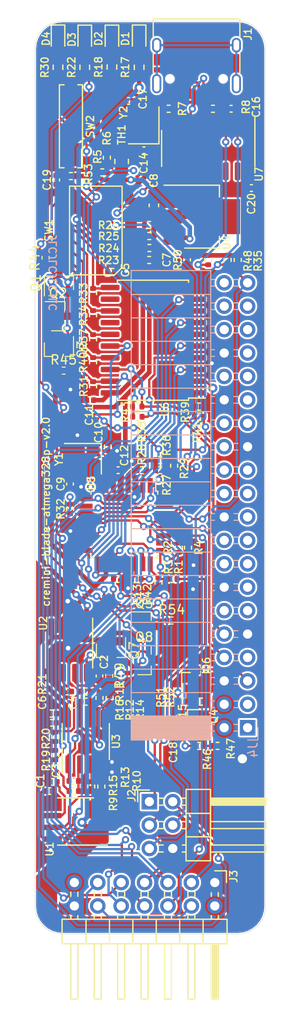
<source format=kicad_pcb>
(kicad_pcb (version 20171130) (host pcbnew "(5.1.10)-1")
  (layers (0 F.Cu signal) (31 B.Cu signal) (34 B.Paste user) (35 F.Paste user) (36 B.SilkS user) (37 F.SilkS user hide) (38 B.Mask user) (39 F.Mask user) (44 Edge.Cuts user))
  (net 0 "")
  (net 1 GND)
  (net 2 +5V)
  (net 3 +3V3)
  (net 4 RESET)
  (net 5 "Net-(D2-Pad2)")
  (net 6 SHLD)
  (net 7 D+)
  (net 8 "Net-(J1-PadB5)")
  (net 9 D-)
  (net 10 "Net-(J1-PadA5)")
  (net 11 SBCTX)
  (net 12 SBCRX)
  (net 13 SBCCON)
  (net 14 5VSBC)
  (net 15 SBCVOL)
  (net 16 SBCCUR)
  (net 17 SCL)
  (net 18 SDA)
  (net 19 STX)
  (net 20 FANPWM)
  (net 21 POWTMP)
  (net 22 FANFDB)
  (net 23 FANDCC)
  (net 24 SRX)
  (net 25 SEN)
  (net 26 "Net-(R10-Pad1)")
  (net 27 AMBTMP)
  (net 28 5VPSU)
  (net 29 5VBMC)
  (net 30 5VEXT)
  (net 31 "Net-(C4-Pad1)")
  (net 32 +2V5)
  (net 33 "Net-(C9-Pad1)")
  (net 34 ARESET)
  (net 35 "Net-(D1-Pad2)")
  (net 36 "Net-(D3-Pad2)")
  (net 37 "Net-(D4-Pad2)")
  (net 38 "Net-(J4-Pad2)")
  (net 39 "Net-(J4-Pad5)")
  (net 40 "Net-(Q1-Pad1)")
  (net 41 "Net-(Q2-Pad1)")
  (net 42 BMCVOL)
  (net 43 "Net-(R11-Pad1)")
  (net 44 "Net-(R10-Pad2)")
  (net 45 BMCCUR)
  (net 46 BMCRX)
  (net 47 BMCTX)
  (net 48 SBCPON)
  (net 49 SBCSON)
  (net 50 "Net-(R33-Pad1)")
  (net 51 "Net-(R34-Pad1)")
  (net 52 "Net-(R40-Pad1)")
  (net 53 DTR)
  (net 54 PB2)
  (net 55 "Net-(C3-Pad1)")
  (net 56 "Net-(C10-Pad1)")
  (net 57 "Net-(C13-Pad1)")
  (net 58 "Net-(C14-Pad2)")
  (net 59 "Net-(C17-Pad1)")
  (net 60 "Net-(Q4-Pad1)")
  (net 61 "Net-(Q5-Pad1)")
  (net 62 "Net-(Q5-Pad3)")
  (net 63 "Net-(Q6-Pad1)")
  (net 64 "Net-(R15-Pad1)")
  (net 65 "Net-(R12-Pad1)")
  (net 66 "Net-(R12-Pad2)")
  (net 67 "Net-(R19-Pad2)")
  (net 68 "Net-(R23-Pad1)")
  (net 69 "Net-(R24-Pad1)")
  (net 70 "Net-(R25-Pad1)")
  (net 71 "Net-(R26-Pad1)")
  (net 72 "Net-(R29-Pad2)")
  (net 73 "Net-(R30-Pad1)")
  (net 74 "Net-(R31-Pad2)")
  (net 75 "Net-(R32-Pad2)")
  (net 76 "Net-(R37-Pad1)")
  (net 77 "Net-(R39-Pad1)")
  (net 78 RSV)
  (net 79 COPI)
  (net 80 CIPO)
  (net 81 SCK)
  (module Package_TO_SOT_SMD:SOT-23 (layer F.Cu) (at 99.6 85.6 270)
    (fp_text reference Q3 (at 0 -2.5 90) (layer F.SilkS))
    (fp_text value Q_PNP_BEC)
    (pad 1 smd rect (at -1 -0.95 270) (size 0.9 0.8) (layers F.Cu F.Paste F.Mask) (net 40 "Net-(Q1-Pad1)"))
    (pad 2 smd rect (at -1 0.95 270) (size 0.9 0.8) (layers F.Cu F.Paste F.Mask) (net 29 5VBMC))
    (pad 3 smd rect (at 1 0 270) (size 0.9 0.8) (layers F.Cu F.Paste F.Mask) (net 41 "Net-(Q2-Pad1)"))
  )
  (module Package_TO_SOT_SMD:SOT-23 (layer F.Cu) (at 105.25 118.25 270)
    (fp_text reference Q7 (at 0 -2.5 90) (layer F.SilkS))
    (fp_text value AO3401A)
    (pad 3 smd rect (at 1 0 270) (size 0.9 0.8) (layers F.Cu F.Paste F.Mask) (net 28 5VPSU))
    (pad 2 smd rect (at -1 0.95 270) (size 0.9 0.8) (layers F.Cu F.Paste F.Mask) (net 29 5VBMC))
    (pad 1 smd rect (at -1 -0.95 270) (size 0.9 0.8) (layers F.Cu F.Paste F.Mask) (net 62 "Net-(Q5-Pad3)"))
  )
  (module Resistor_SMD:R_0402_1005Metric (layer F.Cu) (at 108.11 92.9)
    (fp_text reference R38 (at 0.49 1.6 90) (layer F.SilkS) (effects (font (size 0.8 0.8))))
    (fp_text value 1k)
    (pad 1 smd roundrect (at -0.51 0) (size 0.54 0.64) (layers F.Cu F.Paste F.Mask) (net 3 +3V3))
    (pad 2 smd roundrect (at 0.51 0) (size 0.54 0.64) (layers F.Cu F.Paste F.Mask) (net 11 SBCTX))
  )
  (module Resistor_SMD:R_0402_1005Metric (layer F.Cu) (at 108.09 91.8 180)
    (fp_text reference R43 (at 1.29 -0.6 90) (layer F.SilkS) (effects (font (size 0.8 0.8))))
    (fp_text value 1k)
    (pad 2 smd roundrect (at 0.51 0 180) (size 0.54 0.64) (layers F.Cu F.Paste F.Mask) (net 3 +3V3))
    (pad 1 smd roundrect (at -0.51 0 180) (size 0.54 0.64) (layers F.Cu F.Paste F.Mask) (net 12 SBCRX))
  )
  (module Resistor_SMD:R_0805_2012Metric (layer F.Cu) (at 106.4 65.2125 270)
    (fp_text reference TH1 (at -2.9125 0 90) (layer F.SilkS) (effects (font (size 0.8 0.8))))
    (fp_text value CMFB103F3950FANT)
    (pad 1 smd roundrect (at -0.9125 0 270) (size 1.025 1.4) (layers F.Cu F.Paste F.Mask) (roundrect_rratio 0.243902) (net 1 GND))
    (pad 2 smd roundrect (at 0.9125 0 270) (size 1.025 1.4) (layers F.Cu F.Paste F.Mask) (roundrect_rratio 0.243902) (net 27 AMBTMP))
  )
  (module Resistor_SMD:R_0402_1005Metric (layer F.Cu) (at 104.3 66.4 180)
    (fp_text reference R5 (at 0.5 1.7 90) (layer F.SilkS) (effects (font (size 0.8 0.8))))
    (fp_text value 27k)
    (pad 2 smd roundrect (at 0.51 0 180) (size 0.54 0.64) (layers F.Cu F.Paste F.Mask) (net 2 +5V))
    (pad 1 smd roundrect (at -0.51 0 180) (size 0.54 0.64) (layers F.Cu F.Paste F.Mask) (net 27 AMBTMP))
  )
  (module Resistor_SMD:R_0402_1005Metric (layer F.Cu) (at 104.8 64.8 90)
    (fp_text reference R6 (at 2.1 0 90) (layer F.SilkS) (effects (font (size 0.8 0.8))))
    (fp_text value 10k)
    (pad 2 smd roundrect (at 0.51 0 90) (size 0.54 0.64) (layers F.Cu F.Paste F.Mask) (net 1 GND))
    (pad 1 smd roundrect (at -0.51 0 90) (size 0.54 0.64) (layers F.Cu F.Paste F.Mask) (net 27 AMBTMP))
  )
  (module Mycelium:DIP_SW_x06 (layer F.Cu) (at 103.6 72.7 90)
    (fp_text reference SW1 (at 0 -5.1 90) (layer F.SilkS) (effects (font (size 0.8 0.8))))
    (fp_text value SW_DIP_x06)
    (pad 12 smd rect (at -3.175 -3.81 90) (size 0.76 1.27) (layers F.Cu F.Paste F.Mask) (net 52 "Net-(R40-Pad1)"))
    (pad 1 smd rect (at -3.175 3.81 90) (size 0.76 1.27) (layers F.Cu F.Paste F.Mask) (net 68 "Net-(R23-Pad1)"))
    (pad 11 smd rect (at -1.905 -3.81 90) (size 0.76 1.27) (layers F.Cu F.Paste F.Mask) (net 76 "Net-(R37-Pad1)"))
    (pad 2 smd rect (at -1.905 3.81 90) (size 0.76 1.27) (layers F.Cu F.Paste F.Mask) (net 69 "Net-(R24-Pad1)"))
    (pad 10 smd rect (at -0.635 -3.81 90) (size 0.76 1.27) (layers F.Cu F.Paste F.Mask) (net 51 "Net-(R34-Pad1)"))
    (pad 3 smd rect (at -0.635 3.81 90) (size 0.76 1.27) (layers F.Cu F.Paste F.Mask) (net 70 "Net-(R25-Pad1)"))
    (pad 9 smd rect (at 0.635 -3.81 90) (size 0.76 1.27) (layers F.Cu F.Paste F.Mask) (net 50 "Net-(R33-Pad1)"))
    (pad 4 smd rect (at 0.635 3.81 90) (size 0.76 1.27) (layers F.Cu F.Paste F.Mask) (net 71 "Net-(R26-Pad1)"))
    (pad 8 smd rect (at 1.905 -3.81 90) (size 0.76 1.27) (layers F.Cu F.Paste F.Mask) (net 34 ARESET))
    (pad 5 smd rect (at 1.905 3.81 90) (size 0.76 1.27) (layers F.Cu F.Paste F.Mask) (net 53 DTR))
    (pad 7 smd rect (at 3.175 -3.81 90) (size 0.76 1.27) (layers F.Cu F.Paste F.Mask) (net 74 "Net-(R31-Pad2)"))
    (pad 6 smd rect (at 3.175 3.81 90) (size 0.76 1.27) (layers F.Cu F.Paste F.Mask) (net 3 +3V3))
  )
  (module Capacitor_SMD:C_0402_1005Metric (layer F.Cu) (at 98.8 126.1 180)
    (fp_text reference C6 (at 1 2.2 90) (layer F.SilkS) (effects (font (size 0.8 0.8))))
    (fp_text value 0.1uF)
    (pad 1 smd roundrect (at -0.48 0 180) (size 0.56 0.62) (layers F.Cu F.Paste F.Mask) (net 32 +2V5))
    (pad 2 smd roundrect (at 0.48 0 180) (size 0.56 0.62) (layers F.Cu F.Paste F.Mask) (net 1 GND))
  )
  (module Resistor_SMD:R_0402_1005Metric (layer F.Cu) (at 98.8 125.1 180)
    (fp_text reference R21 (at 1 3.2 90) (layer F.SilkS) (effects (font (size 0.8 0.8))))
    (fp_text value 150)
    (pad 2 smd roundrect (at 0.51 0 180) (size 0.54 0.64) (layers F.Cu F.Paste F.Mask) (net 1 GND))
    (pad 1 smd roundrect (at -0.51 0 180) (size 0.54 0.64) (layers F.Cu F.Paste F.Mask) (net 32 +2V5))
  )
  (module Resistor_SMD:R_0402_1005Metric (layer F.Cu) (at 99.2 129.6 90)
    (fp_text reference R19 (at -0.6 -1 90) (layer F.SilkS) (effects (font (size 0.8 0.8))))
    (fp_text value 24)
    (pad 1 smd roundrect (at -0.51 0 90) (size 0.54 0.64) (layers F.Cu F.Paste F.Mask) (net 3 +3V3))
    (pad 2 smd roundrect (at 0.51 0 90) (size 0.54 0.64) (layers F.Cu F.Paste F.Mask) (net 67 "Net-(R19-Pad2)"))
  )
  (module Resistor_SMD:R_0402_1005Metric (layer F.Cu) (at 99.2 127.61 90)
    (fp_text reference R20 (at -0.19 -1 90) (layer F.SilkS) (effects (font (size 0.8 0.8))))
    (fp_text value 24)
    (pad 2 smd roundrect (at 0.51 0 90) (size 0.54 0.64) (layers F.Cu F.Paste F.Mask) (net 32 +2V5))
    (pad 1 smd roundrect (at -0.51 0 90) (size 0.54 0.64) (layers F.Cu F.Paste F.Mask) (net 67 "Net-(R19-Pad2)"))
  )
  (module Capacitor_SMD:C_0402_1005Metric (layer F.Cu) (at 120.48 68.1 180)
    (fp_text reference C20 (at 0 -1.7 90) (layer F.SilkS) (effects (font (size 0.8 0.8))))
    (fp_text value 0.1uF)
    (pad 1 smd roundrect (at -0.48 0 180) (size 0.56 0.62) (layers F.Cu F.Paste F.Mask) (net 1 GND))
    (pad 2 smd roundrect (at 0.48 0 180) (size 0.56 0.62) (layers F.Cu F.Paste F.Mask) (net 2 +5V))
  )
  (module Capacitor_SMD:C_0402_1005Metric (layer F.Cu) (at 98.58 133.5)
    (fp_text reference C1 (at -0.98 -1.1 90) (layer F.SilkS) (effects (font (size 0.8 0.8))))
    (fp_text value 0.1uF)
    (pad 1 smd roundrect (at -0.48 0) (size 0.56 0.62) (layers F.Cu F.Paste F.Mask) (net 29 5VBMC))
    (pad 2 smd roundrect (at 0.48 0) (size 0.56 0.62) (layers F.Cu F.Paste F.Mask) (net 1 GND))
  )
  (module Capacitor_SMD:C_0402_1005Metric (layer F.Cu) (at 104 121.02 270)
    (fp_text reference C2 (at -1.52 -0.5 90) (layer F.SilkS) (effects (font (size 0.8 0.8))))
    (fp_text value 0.1uF)
    (pad 2 smd roundrect (at 0.48 0 270) (size 0.56 0.62) (layers F.Cu F.Paste F.Mask) (net 1 GND))
    (pad 1 smd roundrect (at -0.48 0 270) (size 0.56 0.62) (layers F.Cu F.Paste F.Mask) (net 29 5VBMC))
  )
  (module Resistor_SMD:R_0402_1005Metric (layer F.Cu) (at 105.4 77.2 180)
    (fp_text reference C5 (at -1.41 0.2 90) (layer F.SilkS) (effects (font (size 0.8 0.8))))
    (fp_text value 0.1uF)
    (pad 1 smd roundrect (at -0.51 0 180) (size 0.54 0.64) (layers F.Cu F.Paste F.Mask) (net 1 GND))
    (pad 2 smd roundrect (at 0.51 0 180) (size 0.54 0.64) (layers F.Cu F.Paste F.Mask) (net 30 5VEXT))
  )
  (module Capacitor_SMD:C_0402_1005Metric (layer F.Cu) (at 98.92 132.5 180)
    (fp_text reference C3 (at -0.38 1.2 90) (layer F.SilkS) (effects (font (size 0.8 0.8))))
    (fp_text value 1nF)
    (pad 2 smd roundrect (at 0.48 0 180) (size 0.56 0.62) (layers F.Cu F.Paste F.Mask) (net 1 GND))
    (pad 1 smd roundrect (at -0.48 0 180) (size 0.56 0.62) (layers F.Cu F.Paste F.Mask) (net 55 "Net-(C3-Pad1)"))
  )
  (module Capacitor_SMD:C_0402_1005Metric (layer F.Cu) (at 100.48 122.7 180)
    (fp_text reference C4 (at -0.62 -1.2 90) (layer F.SilkS) (effects (font (size 0.8 0.8))))
    (fp_text value 1nF)
    (pad 1 smd roundrect (at -0.48 0 180) (size 0.56 0.62) (layers F.Cu F.Paste F.Mask) (net 31 "Net-(C4-Pad1)"))
    (pad 2 smd roundrect (at 0.48 0 180) (size 0.56 0.62) (layers F.Cu F.Paste F.Mask) (net 1 GND))
  )
  (module Capacitor_SMD:C_0402_1005Metric (layer F.Cu) (at 108.82 64)
    (fp_text reference C14 (at -0.02 1.4 90) (layer F.SilkS) (effects (font (size 0.8 0.8))))
    (fp_text value 22pF)
    (pad 2 smd roundrect (at 0.48 0) (size 0.56 0.62) (layers F.Cu F.Paste F.Mask) (net 58 "Net-(C14-Pad2)"))
    (pad 1 smd roundrect (at -0.48 0) (size 0.56 0.62) (layers F.Cu F.Paste F.Mask) (net 1 GND))
  )
  (module Capacitor_SMD:C_0402_1005Metric (layer F.Cu) (at 118.28 59.5)
    (fp_text reference C16 (at 2.72 -0.2 270) (layer F.SilkS) (effects (font (size 0.8 0.8))))
    (fp_text value 0.1uF)
    (pad 2 smd roundrect (at 0.48 0) (size 0.56 0.62) (layers F.Cu F.Paste F.Mask) (net 1 GND))
    (pad 1 smd roundrect (at -0.48 0) (size 0.56 0.62) (layers F.Cu F.Paste F.Mask) (net 3 +3V3))
  )
  (module Capacitor_SMD:C_0402_1005Metric (layer F.Cu) (at 107.15 58.65 180)
    (fp_text reference C17 (at -1.55 0.25 90) (layer F.SilkS) (effects (font (size 0.8 0.8))))
    (fp_text value 22pF)
    (pad 1 smd roundrect (at -0.48 0 180) (size 0.56 0.62) (layers F.Cu F.Paste F.Mask) (net 59 "Net-(C17-Pad1)"))
    (pad 2 smd roundrect (at 0.48 0 180) (size 0.56 0.62) (layers F.Cu F.Paste F.Mask) (net 1 GND))
  )
  (module Capacitor_SMD:C_0402_1005Metric (layer F.Cu) (at 112 125.4 90)
    (fp_text reference C15 (at 0.2 1 90) (layer F.SilkS) (effects (font (size 0.8 0.8))))
    (fp_text value 0.1uF)
    (pad 1 smd roundrect (at -0.48 0 90) (size 0.56 0.62) (layers F.Cu F.Paste F.Mask) (net 14 5VSBC))
    (pad 2 smd roundrect (at 0.48 0 90) (size 0.56 0.62) (layers F.Cu F.Paste F.Mask) (net 1 GND))
  )
  (module Capacitor_SMD:C_0402_1005Metric (layer F.Cu) (at 112 127.38 90)
    (fp_text reference C18 (at -1.92 0 90) (layer F.SilkS) (effects (font (size 0.8 0.8))))
    (fp_text value 10uF)
    (pad 1 smd roundrect (at -0.48 0 90) (size 0.56 0.62) (layers F.Cu F.Paste F.Mask) (net 1 GND))
    (pad 2 smd roundrect (at 0.48 0 90) (size 0.56 0.62) (layers F.Cu F.Paste F.Mask) (net 14 5VSBC))
  )
  (module Capacitor_SMD:C_0402_1005Metric (layer F.Cu) (at 99.3 67.22 270)
    (fp_text reference C19 (at 0 1 90) (layer F.SilkS) (effects (font (size 0.8 0.8))))
    (fp_text value 0.1uF)
    (pad 1 smd roundrect (at -0.48 0 270) (size 0.56 0.62) (layers F.Cu F.Paste F.Mask) (net 4 RESET))
    (pad 2 smd roundrect (at 0.48 0 270) (size 0.56 0.62) (layers F.Cu F.Paste F.Mask) (net 34 ARESET))
  )
  (module Capacitor_SMD:C_0402_1005Metric (layer F.Cu) (at 113.5 75.88 90)
    (fp_text reference C7 (at -0.02 -2.2 90) (layer F.SilkS) (effects (font (size 0.8 0.8))))
    (fp_text value 10uF)
    (pad 2 smd roundrect (at 0.48 0 90) (size 0.56 0.62) (layers F.Cu F.Paste F.Mask) (net 2 +5V))
    (pad 1 smd roundrect (at -0.48 0 90) (size 0.56 0.62) (layers F.Cu F.Paste F.Mask) (net 1 GND))
  )
  (module Capacitor_SMD:C_0603_1608Metric (layer F.Cu) (at 109.9 69.975 90)
    (fp_text reference C8 (at 2.675 0 90) (layer F.SilkS) (effects (font (size 0.8 0.8))))
    (fp_text value 22uF)
    (pad 1 smd roundrect (at -0.775 0 90) (size 0.9 0.95) (layers F.Cu F.Paste F.Mask) (net 3 +3V3))
    (pad 2 smd roundrect (at 0.775 0 90) (size 0.9 0.95) (layers F.Cu F.Paste F.Mask) (net 1 GND))
  )
  (module Capacitor_SMD:C_0402_1005Metric (layer F.Cu) (at 100.8 100.2 270)
    (fp_text reference C9 (at 0 1 90) (layer F.SilkS) (effects (font (size 0.8 0.8))))
    (fp_text value 22pF)
    (pad 1 smd roundrect (at -0.48 0 270) (size 0.56 0.62) (layers F.Cu F.Paste F.Mask) (net 33 "Net-(C9-Pad1)"))
    (pad 2 smd roundrect (at 0.48 0 270) (size 0.56 0.62) (layers F.Cu F.Paste F.Mask) (net 1 GND))
  )
  (module Capacitor_SMD:C_0402_1005Metric (layer F.Cu) (at 102.88 91.1)
    (fp_text reference C11 (at 0 1.6 90) (layer F.SilkS) (effects (font (size 0.8 0.8))))
    (fp_text value 0.1uF)
    (pad 2 smd roundrect (at 0.48 0) (size 0.56 0.62) (layers F.Cu F.Paste F.Mask) (net 3 +3V3))
    (pad 1 smd roundrect (at -0.48 0) (size 0.56 0.62) (layers F.Cu F.Paste F.Mask) (net 1 GND))
  )
  (module Capacitor_SMD:C_0402_1005Metric (layer F.Cu) (at 104.9 96.08 90)
    (fp_text reference C10 (at 1.48 -1 90) (layer F.SilkS) (effects (font (size 0.8 0.8))))
    (fp_text value 22pF)
    (pad 2 smd roundrect (at 0.48 0 90) (size 0.56 0.62) (layers F.Cu F.Paste F.Mask) (net 1 GND))
    (pad 1 smd roundrect (at -0.48 0 90) (size 0.56 0.62) (layers F.Cu F.Paste F.Mask) (net 56 "Net-(C10-Pad1)"))
  )
  (module Capacitor_SMD:C_0402_1005Metric (layer F.Cu) (at 106.02 98.7)
    (fp_text reference C12 (at 0.68 -1.6 90) (layer F.SilkS) (effects (font (size 0.8 0.8))))
    (fp_text value 0.1uF)
    (pad 1 smd roundrect (at -0.48 0) (size 0.56 0.62) (layers F.Cu F.Paste F.Mask) (net 2 +5V))
    (pad 2 smd roundrect (at 0.48 0) (size 0.56 0.62) (layers F.Cu F.Paste F.Mask) (net 1 GND))
  )
  (module Capacitor_SMD:C_0402_1005Metric (layer F.Cu) (at 106 110.5)
    (fp_text reference C13 (at 2.1 1.7 90) (layer F.SilkS) (effects (font (size 0.8 0.8))))
    (fp_text value 0.1uF)
    (pad 1 smd roundrect (at -0.48 0) (size 0.56 0.62) (layers F.Cu F.Paste F.Mask) (net 57 "Net-(C13-Pad1)"))
    (pad 2 smd roundrect (at 0.48 0) (size 0.56 0.62) (layers F.Cu F.Paste F.Mask) (net 1 GND))
  )
  (module LED_SMD:LED_0603_1608Metric (layer F.Cu) (at 108.3 51.9 270)
    (fp_text reference D1 (at 0 1.5 90) (layer F.SilkS) (effects (font (size 0.8 0.8))))
    (fp_text value YELLOW)
    (pad 2 smd roundrect (at 0.7875 0 270) (size 0.875 0.95) (layers F.Cu F.Paste F.Mask) (net 35 "Net-(D1-Pad2)"))
    (pad 1 smd roundrect (at -0.7875 0 270) (size 0.875 0.95) (layers F.Cu F.Paste F.Mask) (net 1 GND))
  )
  (module LED_SMD:LED_0603_1608Metric (layer F.Cu) (at 105.35 51.9125 270)
    (fp_text reference D2 (at -0.0125 1.45 90) (layer F.SilkS) (effects (font (size 0.8 0.8))))
    (fp_text value GREEN)
    (pad 2 smd roundrect (at 0.7875 0 270) (size 0.875 0.95) (layers F.Cu F.Paste F.Mask) (net 5 "Net-(D2-Pad2)"))
    (pad 1 smd roundrect (at -0.7875 0 270) (size 0.875 0.95) (layers F.Cu F.Paste F.Mask) (net 1 GND))
  )
  (module LED_SMD:LED_0603_1608Metric (layer F.Cu) (at 102.4 51.9125 270)
    (fp_text reference D3 (at 0.0875 1.4 90) (layer F.SilkS) (effects (font (size 0.8 0.8))))
    (fp_text value BLUE)
    (pad 1 smd roundrect (at -0.7875 0 270) (size 0.875 0.95) (layers F.Cu F.Paste F.Mask) (net 1 GND))
    (pad 2 smd roundrect (at 0.7875 0 270) (size 0.875 0.95) (layers F.Cu F.Paste F.Mask) (net 36 "Net-(D3-Pad2)"))
  )
  (module LED_SMD:LED_0603_1608Metric (layer F.Cu) (at 99.5 51.9 270)
    (fp_text reference D4 (at 0 1.3 90) (layer F.SilkS) (effects (font (size 0.8 0.8))))
    (fp_text value BLUE)
    (pad 2 smd roundrect (at 0.7875 0 270) (size 0.875 0.95) (layers F.Cu F.Paste F.Mask) (net 37 "Net-(D4-Pad2)"))
    (pad 1 smd roundrect (at -0.7875 0 270) (size 0.875 0.95) (layers F.Cu F.Paste F.Mask) (net 1 GND))
  )
  (module Connector_USB:USB_C_Receptacle_HRO_TYPE-C-31-M-12 (layer F.Cu) (at 114.53 53.65 180)
    (fp_text reference J1 (at -5.57 2.25 90) (layer F.SilkS) (effects (font (size 0.8 0.8))))
    (fp_text value "USB-C PORT")
    (pad S1 thru_hole oval (at 4.32 1.05 180) (size 1 1.6) (drill oval 0.6 1.2) (layers *.Cu *.Mask) (net 6 SHLD))
    (pad "" np_thru_hole circle (at 2.89 -2.6 180) (size 0.65 0.65) (drill 0.65) (layers *.Cu *.Mask))
    (pad S1 thru_hole oval (at -4.32 1.05 180) (size 1 1.6) (drill oval 0.6 1.2) (layers *.Cu *.Mask) (net 6 SHLD))
    (pad "" np_thru_hole circle (at -2.89 -2.6 180) (size 0.65 0.65) (drill 0.65) (layers *.Cu *.Mask))
    (pad S1 thru_hole oval (at -4.32 -3.13 180) (size 1 2.1) (drill oval 0.6 1.7) (layers *.Cu *.Mask) (net 6 SHLD))
    (pad S1 thru_hole oval (at 4.32 -3.13 180) (size 1 2.1) (drill oval 0.6 1.7) (layers *.Cu *.Mask) (net 6 SHLD))
    (pad A6 smd rect (at -0.25 -4.045 180) (size 0.3 1.45) (layers F.Cu F.Paste F.Mask) (net 7 D+))
    (pad B5 smd rect (at 1.75 -4.045 180) (size 0.3 1.45) (layers F.Cu F.Paste F.Mask) (net 8 "Net-(J1-PadB5)"))
    (pad A8 smd rect (at 1.25 -4.045 180) (size 0.3 1.45) (layers F.Cu F.Paste F.Mask))
    (pad B6 smd rect (at 0.75 -4.045 180) (size 0.3 1.45) (layers F.Cu F.Paste F.Mask) (net 7 D+))
    (pad A7 smd rect (at 0.25 -4.045 180) (size 0.3 1.45) (layers F.Cu F.Paste F.Mask) (net 9 D-))
    (pad B7 smd rect (at -0.75 -4.045 180) (size 0.3 1.45) (layers F.Cu F.Paste F.Mask) (net 9 D-))
    (pad A5 smd rect (at -1.25 -4.045 180) (size 0.3 1.45) (layers F.Cu F.Paste F.Mask) (net 10 "Net-(J1-PadA5)"))
    (pad B8 smd rect (at -1.75 -4.045 180) (size 0.3 1.45) (layers F.Cu F.Paste F.Mask))
    (pad A12 smd rect (at 3.25 -4.045 180) (size 0.6 1.45) (layers F.Cu F.Paste F.Mask) (net 1 GND))
    (pad B4 smd rect (at 2.45 -4.045 180) (size 0.6 1.45) (layers F.Cu F.Paste F.Mask) (net 30 5VEXT))
    (pad A4 smd rect (at -2.45 -4.045 180) (size 0.6 1.45) (layers F.Cu F.Paste F.Mask) (net 30 5VEXT))
    (pad A1 smd rect (at -3.25 -4.045 180) (size 0.6 1.45) (layers F.Cu F.Paste F.Mask) (net 1 GND))
    (pad B12 smd rect (at -3.25 -4.045 180) (size 0.6 1.45) (layers F.Cu F.Paste F.Mask) (net 1 GND))
    (pad B9 smd rect (at -2.45 -4.045 180) (size 0.6 1.45) (layers F.Cu F.Paste F.Mask) (net 30 5VEXT))
    (pad A9 smd rect (at 2.45 -4.045 180) (size 0.6 1.45) (layers F.Cu F.Paste F.Mask) (net 30 5VEXT))
    (pad B1 smd rect (at 3.25 -4.045 180) (size 0.6 1.45) (layers F.Cu F.Paste F.Mask) (net 1 GND))
  )
  (module Connector_PinHeader_2.54mm:PinHeader_2x07_P2.54mm_Horizontal (layer F.Cu) (at 116.51 143.42 270)
    (fp_text reference J3 (at -0.67 -2.04 90) (layer F.SilkS) (effects (font (size 0.8 0.8))))
    (fp_text value BACKPLANE)
    (pad 1 thru_hole rect (at 0 0 270) (size 1.7 1.7) (drill 1) (layers *.Cu *.Mask) (net 1 GND))
    (pad 2 thru_hole oval (at 2.54 0 270) (size 1.7 1.7) (drill 1) (layers *.Cu *.Mask) (net 28 5VPSU))
    (pad 3 thru_hole oval (at 0 2.54 270) (size 1.7 1.7) (drill 1) (layers *.Cu *.Mask) (net 17 SCL))
    (pad 4 thru_hole oval (at 2.54 2.54 270) (size 1.7 1.7) (drill 1) (layers *.Cu *.Mask) (net 78 RSV))
    (pad 5 thru_hole oval (at 0 5.08 270) (size 1.7 1.7) (drill 1) (layers *.Cu *.Mask) (net 23 FANDCC))
    (pad 6 thru_hole oval (at 2.54 5.08 270) (size 1.7 1.7) (drill 1) (layers *.Cu *.Mask) (net 24 SRX))
    (pad 7 thru_hole oval (at 0 7.62 270) (size 1.7 1.7) (drill 1) (layers *.Cu *.Mask) (net 21 POWTMP))
    (pad 8 thru_hole oval (at 2.54 7.62 270) (size 1.7 1.7) (drill 1) (layers *.Cu *.Mask) (net 22 FANFDB))
    (pad 9 thru_hole oval (at 0 10.16 270) (size 1.7 1.7) (drill 1) (layers *.Cu *.Mask) (net 19 STX))
    (pad 10 thru_hole oval (at 2.54 10.16 270) (size 1.7 1.7) (drill 1) (layers *.Cu *.Mask) (net 20 FANPWM))
    (pad 11 thru_hole oval (at 0 12.7 270) (size 1.7 1.7) (drill 1) (layers *.Cu *.Mask) (net 78 RSV))
    (pad 12 thru_hole oval (at 2.54 12.7 270) (size 1.7 1.7) (drill 1) (layers *.Cu *.Mask) (net 18 SDA))
    (pad 13 thru_hole oval (at 0 15.24 270) (size 1.7 1.7) (drill 1) (layers *.Cu *.Mask) (net 28 5VPSU))
    (pad 14 thru_hole oval (at 2.54 15.24 270) (size 1.7 1.7) (drill 1) (layers *.Cu *.Mask) (net 1 GND))
  )
  (module Package_TO_SOT_SMD:SOT-23 (layer F.Cu) (at 114.3 126.25 180)
    (fp_text reference Q4 (at -2.1 0.85 90) (layer F.SilkS) (effects (font (size 0.8 0.8))))
    (fp_text value AO3400A)
    (pad 3 smd rect (at 1 0 180) (size 0.9 0.8) (layers F.Cu F.Paste F.Mask) (net 14 5VSBC))
    (pad 2 smd rect (at -1 0.95 180) (size 0.9 0.8) (layers F.Cu F.Paste F.Mask) (net 38 "Net-(J4-Pad2)"))
    (pad 1 smd rect (at -1 -0.95 180) (size 0.9 0.8) (layers F.Cu F.Paste F.Mask) (net 60 "Net-(Q4-Pad1)"))
  )
  (module Package_TO_SOT_SMD:SOT-23 (layer F.Cu) (at 114.5 121.4 90)
    (fp_text reference Q6 (at 1.65 1.1 90) (layer F.SilkS) (effects (font (size 0.8 0.8))))
    (fp_text value AO3400A)
    (pad 1 smd rect (at -1 -0.95 90) (size 0.9 0.8) (layers F.Cu F.Paste F.Mask) (net 63 "Net-(Q6-Pad1)"))
    (pad 2 smd rect (at -1 0.95 90) (size 0.9 0.8) (layers F.Cu F.Paste F.Mask) (net 1 GND))
    (pad 3 smd rect (at 1 0 90) (size 0.9 0.8) (layers F.Cu F.Paste F.Mask) (net 39 "Net-(J4-Pad5)"))
  )
  (module Resistor_SMD:R_0402_1005Metric (layer F.Cu) (at 111.9 110.5 180)
    (fp_text reference R1 (at -0.7 1.3 90) (layer F.SilkS) (effects (font (size 0.8 0.8))))
    (fp_text value 4.7k)
    (pad 1 smd roundrect (at -0.51 0 180) (size 0.54 0.64) (layers F.Cu F.Paste F.Mask) (net 14 5VSBC))
    (pad 2 smd roundrect (at 0.51 0 180) (size 0.54 0.64) (layers F.Cu F.Paste F.Mask) (net 15 SBCVOL))
  )
  (module Resistor_SMD:R_0402_1005Metric (layer F.Cu) (at 112.6 107.1 90)
    (fp_text reference R2 (at 0 -1.17 90) (layer F.SilkS) (effects (font (size 0.8 0.8))))
    (fp_text value 4.7k)
    (pad 1 smd roundrect (at -0.51 0 90) (size 0.54 0.64) (layers F.Cu F.Paste F.Mask) (net 2 +5V))
    (pad 2 smd roundrect (at 0.51 0 90) (size 0.54 0.64) (layers F.Cu F.Paste F.Mask) (net 42 BMCVOL))
  )
  (module Resistor_SMD:R_0402_1005Metric (layer F.Cu) (at 110.4 110.9 270)
    (fp_text reference R3 (at -1.7 -1.1 90) (layer F.SilkS) (effects (font (size 0.8 0.8))))
    (fp_text value 1.2k)
    (pad 2 smd roundrect (at 0.51 0 270) (size 0.54 0.64) (layers F.Cu F.Paste F.Mask) (net 1 GND))
    (pad 1 smd roundrect (at -0.51 0 270) (size 0.54 0.64) (layers F.Cu F.Paste F.Mask) (net 15 SBCVOL))
  )
  (module Resistor_SMD:R_0402_1005Metric (layer F.Cu) (at 113.6 107.11 270)
    (fp_text reference R4 (at 0 -1.17 90) (layer F.SilkS) (effects (font (size 0.8 0.8))))
    (fp_text value 1.2k)
    (pad 2 smd roundrect (at 0.51 0 270) (size 0.54 0.64) (layers F.Cu F.Paste F.Mask) (net 1 GND))
    (pad 1 smd roundrect (at -0.51 0 270) (size 0.54 0.64) (layers F.Cu F.Paste F.Mask) (net 42 BMCVOL))
  )
  (module Resistor_SMD:R_0402_1005Metric (layer F.Cu) (at 111.5 59.5 180)
    (fp_text reference R7 (at -1.5 0 90) (layer F.SilkS) (effects (font (size 0.8 0.8))))
    (fp_text value 5.1k)
    (pad 2 smd roundrect (at 0.51 0 180) (size 0.54 0.64) (layers F.Cu F.Paste F.Mask) (net 1 GND))
    (pad 1 smd roundrect (at -0.51 0 180) (size 0.54 0.64) (layers F.Cu F.Paste F.Mask) (net 8 "Net-(J1-PadB5)"))
  )
  (module Resistor_SMD:R_0402_1005Metric (layer F.Cu) (at 116.31 59.5)
    (fp_text reference R8 (at 3.59 -0.2 90) (layer F.SilkS) (effects (font (size 0.8 0.8))))
    (fp_text value 5.1k)
    (pad 2 smd roundrect (at 0.51 0) (size 0.54 0.64) (layers F.Cu F.Paste F.Mask) (net 1 GND))
    (pad 1 smd roundrect (at -0.51 0) (size 0.54 0.64) (layers F.Cu F.Paste F.Mask) (net 10 "Net-(J1-PadA5)"))
  )
  (module Resistor_SMD:R_0402_1005Metric (layer F.Cu) (at 101.21 133.5 180)
    (fp_text reference R9 (at -4.29 -1.4 90) (layer F.SilkS) (effects (font (size 0.8 0.8))))
    (fp_text value 10k)
    (pad 1 smd roundrect (at -0.51 0 180) (size 0.54 0.64) (layers F.Cu F.Paste F.Mask) (net 64 "Net-(R15-Pad1)"))
    (pad 2 smd roundrect (at 0.51 0 180) (size 0.54 0.64) (layers F.Cu F.Paste F.Mask) (net 32 +2V5))
  )
  (module Resistor_SMD:R_0402_1005Metric (layer F.Cu) (at 104.2 133.01 90)
    (fp_text reference R10 (at 0.61 3.85 90) (layer F.SilkS) (effects (font (size 0.8 0.8))))
    (fp_text value 10k)
    (pad 2 smd roundrect (at 0.51 0 90) (size 0.54 0.64) (layers F.Cu F.Paste F.Mask) (net 44 "Net-(R10-Pad2)"))
    (pad 1 smd roundrect (at -0.51 0 90) (size 0.54 0.64) (layers F.Cu F.Paste F.Mask) (net 26 "Net-(R10-Pad1)"))
  )
  (module Resistor_SMD:R_0402_1005Metric (layer F.Cu) (at 102.5 122.7 180)
    (fp_text reference R11 (at -3.7 0 90) (layer F.SilkS) (effects (font (size 0.8 0.8))))
    (fp_text value 10k)
    (pad 2 smd roundrect (at 0.51 0 180) (size 0.54 0.64) (layers F.Cu F.Paste F.Mask) (net 32 +2V5))
    (pad 1 smd roundrect (at -0.51 0 180) (size 0.54 0.64) (layers F.Cu F.Paste F.Mask) (net 43 "Net-(R11-Pad1)"))
  )
  (module Resistor_SMD:R_0402_1005Metric (layer F.Cu) (at 104 123.4 270)
    (fp_text reference R12 (at 1.3 -3.3 90) (layer F.SilkS) (effects (font (size 0.8 0.8))))
    (fp_text value 10k)
    (pad 1 smd roundrect (at -0.51 0 270) (size 0.54 0.64) (layers F.Cu F.Paste F.Mask) (net 65 "Net-(R12-Pad1)"))
    (pad 2 smd roundrect (at 0.51 0 270) (size 0.54 0.64) (layers F.Cu F.Paste F.Mask) (net 66 "Net-(R12-Pad2)"))
  )
  (module Resistor_SMD:R_0402_1005Metric (layer F.Cu) (at 103.1 133 270)
    (fp_text reference R13 (at -1 -3.7 90) (layer F.SilkS) (effects (font (size 0.8 0.8))))
    (fp_text value 20k)
    (pad 2 smd roundrect (at 0.51 0 270) (size 0.54 0.64) (layers F.Cu F.Paste F.Mask) (net 1 GND))
    (pad 1 smd roundrect (at -0.51 0 270) (size 0.54 0.64) (layers F.Cu F.Paste F.Mask) (net 44 "Net-(R10-Pad2)"))
  )
  (module Resistor_SMD:R_0402_1005Metric (layer F.Cu) (at 105.1 123.4 90)
    (fp_text reference R14 (at -1.3 3.3 90) (layer F.SilkS) (effects (font (size 0.8 0.8))))
    (fp_text value 20k)
    (pad 1 smd roundrect (at -0.51 0 90) (size 0.54 0.64) (layers F.Cu F.Paste F.Mask) (net 66 "Net-(R12-Pad2)"))
    (pad 2 smd roundrect (at 0.51 0 90) (size 0.54 0.64) (layers F.Cu F.Paste F.Mask) (net 1 GND))
  )
  (module Resistor_SMD:R_0402_1005Metric (layer F.Cu) (at 101.2 132.4 180)
    (fp_text reference R15 (at -4.3 -0.5 90) (layer F.SilkS) (effects (font (size 0.8 0.8))))
    (fp_text value 20k)
    (pad 1 smd roundrect (at -0.51 0 180) (size 0.54 0.64) (layers F.Cu F.Paste F.Mask) (net 64 "Net-(R15-Pad1)"))
    (pad 2 smd roundrect (at 0.51 0 180) (size 0.54 0.64) (layers F.Cu F.Paste F.Mask) (net 16 SBCCUR))
  )
  (module Resistor_SMD:R_0402_1005Metric (layer F.Cu) (at 102.5 123.8 180)
    (fp_text reference R16 (at -3.7 -0.9 90) (layer F.SilkS) (effects (font (size 0.8 0.8))))
    (fp_text value 20k)
    (pad 2 smd roundrect (at 0.51 0 180) (size 0.54 0.64) (layers F.Cu F.Paste F.Mask) (net 45 BMCCUR))
    (pad 1 smd roundrect (at -0.51 0 180) (size 0.54 0.64) (layers F.Cu F.Paste F.Mask) (net 43 "Net-(R11-Pad1)"))
  )
  (module Resistor_SMD:R_0603_1608Metric (layer F.Cu) (at 108.3 55 90)
    (fp_text reference R17 (at 0 -1.5 90) (layer F.SilkS) (effects (font (size 0.8 0.8))))
    (fp_text value 150)
    (pad 2 smd roundrect (at 0.825 0 90) (size 0.8 0.95) (layers F.Cu F.Paste F.Mask) (net 35 "Net-(D1-Pad2)"))
    (pad 1 smd roundrect (at -0.825 0 90) (size 0.8 0.95) (layers F.Cu F.Paste F.Mask) (net 30 5VEXT))
  )
  (module Resistor_SMD:R_0603_1608Metric (layer F.Cu) (at 105.35 54.975 270)
    (fp_text reference R18 (at 0 1.45 90) (layer F.SilkS) (effects (font (size 0.8 0.8))))
    (fp_text value 91)
    (pad 1 smd roundrect (at -0.825 0 270) (size 0.8 0.95) (layers F.Cu F.Paste F.Mask) (net 5 "Net-(D2-Pad2)"))
    (pad 2 smd roundrect (at 0.825 0 270) (size 0.8 0.95) (layers F.Cu F.Paste F.Mask) (net 2 +5V))
  )
  (module Resistor_SMD:R_0402_1005Metric (layer F.Cu) (at 117.9 75.9 270)
    (fp_text reference R48 (at 0.1 -2.2 90) (layer F.SilkS) (effects (font (size 0.8 0.8))))
    (fp_text value 1k)
    (pad 2 smd roundrect (at 0.51 0 270) (size 0.54 0.64) (layers F.Cu F.Paste F.Mask) (net 46 BMCRX))
    (pad 1 smd roundrect (at -0.51 0 270) (size 0.54 0.64) (layers F.Cu F.Paste F.Mask) (net 2 +5V))
  )
  (module Resistor_SMD:R_0402_1005Metric (layer F.Cu) (at 115.8 75.91 270)
    (fp_text reference R50 (at -0.01 3.3 90) (layer F.SilkS) (effects (font (size 0.8 0.8))))
    (fp_text value 1k)
    (pad 1 smd roundrect (at -0.51 0 270) (size 0.54 0.64) (layers F.Cu F.Paste F.Mask) (net 2 +5V))
    (pad 2 smd roundrect (at 0.51 0 270) (size 0.54 0.64) (layers F.Cu F.Paste F.Mask) (net 47 BMCTX))
  )
  (module Resistor_SMD:R_0402_1005Metric (layer F.Cu) (at 114.81 128.6)
    (fp_text reference R46 (at 0.89 1.45 90) (layer F.SilkS) (effects (font (size 0.8 0.8))))
    (fp_text value 1k)
    (pad 1 smd roundrect (at -0.51 0) (size 0.54 0.64) (layers F.Cu F.Paste F.Mask) (net 48 SBCPON))
    (pad 2 smd roundrect (at 0.51 0) (size 0.54 0.64) (layers F.Cu F.Paste F.Mask) (net 60 "Net-(Q4-Pad1)"))
  )
  (module Resistor_SMD:R_0402_1005Metric (layer F.Cu) (at 100.89 66.8 180)
    (fp_text reference R53 (at -1.91 0.2 90) (layer F.SilkS) (effects (font (size 0.8 0.8))))
    (fp_text value 10k)
    (pad 1 smd roundrect (at -0.51 0 180) (size 0.54 0.64) (layers F.Cu F.Paste F.Mask) (net 2 +5V))
    (pad 2 smd roundrect (at 0.51 0 180) (size 0.54 0.64) (layers F.Cu F.Paste F.Mask) (net 4 RESET))
  )
  (module Resistor_SMD:R_0402_1005Metric (layer F.Cu) (at 116.81 128.6 180)
    (fp_text reference R47 (at -1.44 -0.3 90) (layer F.SilkS) (effects (font (size 0.8 0.8))))
    (fp_text value 10k)
    (pad 2 smd roundrect (at 0.51 0 180) (size 0.54 0.64) (layers F.Cu F.Paste F.Mask) (net 60 "Net-(Q4-Pad1)"))
    (pad 1 smd roundrect (at -0.51 0 180) (size 0.54 0.64) (layers F.Cu F.Paste F.Mask) (net 1 GND))
  )
  (module Resistor_SMD:R_0402_1005Metric (layer F.Cu) (at 113 123.8 180)
    (fp_text reference R51 (at 2.35 0.5 90) (layer F.SilkS) (effects (font (size 0.8 0.8))))
    (fp_text value 1k)
    (pad 1 smd roundrect (at -0.51 0 180) (size 0.54 0.64) (layers F.Cu F.Paste F.Mask) (net 63 "Net-(Q6-Pad1)"))
    (pad 2 smd roundrect (at 0.51 0 180) (size 0.54 0.64) (layers F.Cu F.Paste F.Mask) (net 49 SBCSON))
  )
  (module Resistor_SMD:R_0402_1005Metric (layer F.Cu) (at 115.01 123.8)
    (fp_text reference R52 (at -3.31 -0.5 90) (layer F.SilkS) (effects (font (size 0.8 0.8))))
    (fp_text value 10k)
    (pad 2 smd roundrect (at 0.51 0) (size 0.54 0.64) (layers F.Cu F.Paste F.Mask) (net 1 GND))
    (pad 1 smd roundrect (at -0.51 0) (size 0.54 0.64) (layers F.Cu F.Paste F.Mask) (net 63 "Net-(Q6-Pad1)"))
  )
  (module Resistor_SMD:R_0402_1005Metric (layer F.Cu) (at 109.39 75.9)
    (fp_text reference R23 (at -4.4 0.03) (layer F.SilkS) (effects (font (size 0.8 0.8))))
    (fp_text value 1k)
    (pad 2 smd roundrect (at 0.51 0) (size 0.54 0.64) (layers F.Cu F.Paste F.Mask) (net 3 +3V3))
    (pad 1 smd roundrect (at -0.51 0) (size 0.54 0.64) (layers F.Cu F.Paste F.Mask) (net 68 "Net-(R23-Pad1)"))
  )
  (module Resistor_SMD:R_0402_1005Metric (layer F.Cu) (at 109.41 74.6)
    (fp_text reference R24 (at -4.4 0.03) (layer F.SilkS) (effects (font (size 0.8 0.8))))
    (fp_text value 1k)
    (pad 1 smd roundrect (at -0.51 0) (size 0.54 0.64) (layers F.Cu F.Paste F.Mask) (net 69 "Net-(R24-Pad1)"))
    (pad 2 smd roundrect (at 0.51 0) (size 0.54 0.64) (layers F.Cu F.Paste F.Mask) (net 3 +3V3))
  )
  (module Resistor_SMD:R_0402_1005Metric (layer F.Cu) (at 109.4 73.3)
    (fp_text reference R25 (at -4.4 0.03) (layer F.SilkS) (effects (font (size 0.8 0.8))))
    (fp_text value 1k)
    (pad 2 smd roundrect (at 0.51 0) (size 0.54 0.64) (layers F.Cu F.Paste F.Mask) (net 3 +3V3))
    (pad 1 smd roundrect (at -0.51 0) (size 0.54 0.64) (layers F.Cu F.Paste F.Mask) (net 70 "Net-(R25-Pad1)"))
  )
  (module Resistor_SMD:R_0402_1005Metric (layer F.Cu) (at 109.39 72.1)
    (fp_text reference R26 (at -4.4 0.03) (layer F.SilkS) (effects (font (size 0.8 0.8))))
    (fp_text value 1k)
    (pad 2 smd roundrect (at 0.51 0) (size 0.54 0.64) (layers F.Cu F.Paste F.Mask) (net 3 +3V3))
    (pad 1 smd roundrect (at -0.51 0) (size 0.54 0.64) (layers F.Cu F.Paste F.Mask) (net 71 "Net-(R26-Pad1)"))
  )
  (module Resistor_SMD:R_0402_1005Metric (layer F.Cu) (at 110.59 98.7 180)
    (fp_text reference R27 (at -0.71 -1.6 90) (layer F.SilkS) (effects (font (size 0.8 0.8))))
    (fp_text value 10k)
    (pad 2 smd roundrect (at 0.51 0 180) (size 0.54 0.64) (layers F.Cu F.Paste F.Mask) (net 2 +5V))
    (pad 1 smd roundrect (at -0.51 0 180) (size 0.54 0.64) (layers F.Cu F.Paste F.Mask) (net 20 FANPWM))
  )
  (module Resistor_SMD:R_0402_1005Metric (layer F.Cu) (at 108.59 98.7 180)
    (fp_text reference R28 (at -0.01 1.7 90) (layer F.SilkS) (effects (font (size 0.8 0.8))))
    (fp_text value 1k)
    (pad 2 smd roundrect (at 0.51 0 180) (size 0.54 0.64) (layers F.Cu F.Paste F.Mask) (net 2 +5V))
    (pad 1 smd roundrect (at -0.51 0 180) (size 0.54 0.64) (layers F.Cu F.Paste F.Mask) (net 22 FANFDB))
  )
  (module Resistor_SMD:R_0402_1005Metric (layer F.Cu) (at 103.3 89.61 90)
    (fp_text reference R31 (at 0.01 -1 90) (layer F.SilkS) (effects (font (size 0.8 0.8))))
    (fp_text value 1k)
    (pad 1 smd roundrect (at -0.51 0 90) (size 0.54 0.64) (layers F.Cu F.Paste F.Mask) (net 1 GND))
    (pad 2 smd roundrect (at 0.51 0 90) (size 0.54 0.64) (layers F.Cu F.Paste F.Mask) (net 74 "Net-(R31-Pad2)"))
  )
  (module Resistor_SMD:R_0402_1005Metric (layer F.Cu) (at 112.1 98.21 270)
    (fp_text reference R29 (at 0.29 -1.1 90) (layer F.SilkS) (effects (font (size 0.8 0.8))))
    (fp_text value 1k)
    (pad 1 smd roundrect (at -0.51 0 270) (size 0.54 0.64) (layers F.Cu F.Paste F.Mask) (net 20 FANPWM))
    (pad 2 smd roundrect (at 0.51 0 270) (size 0.54 0.64) (layers F.Cu F.Paste F.Mask) (net 72 "Net-(R29-Pad2)"))
  )
  (module Resistor_SMD:R_0402_1005Metric (layer F.Cu) (at 100.8 102.9 270)
    (fp_text reference R32 (at 0 1 90) (layer F.SilkS) (effects (font (size 0.8 0.8))))
    (fp_text value 1k)
    (pad 2 smd roundrect (at 0.51 0 270) (size 0.54 0.64) (layers F.Cu F.Paste F.Mask) (net 75 "Net-(R32-Pad2)"))
    (pad 1 smd roundrect (at -0.51 0 270) (size 0.54 0.64) (layers F.Cu F.Paste F.Mask) (net 23 FANDCC))
  )
  (module Resistor_SMD:R_0402_1005Metric (layer F.Cu) (at 103.3 81.9 270)
    (fp_text reference R34 (at 0 1.03 90) (layer F.SilkS) (effects (font (size 0.8 0.8))))
    (fp_text value 20k)
    (pad 2 smd roundrect (at 0.51 0 270) (size 0.54 0.64) (layers F.Cu F.Paste F.Mask) (net 1 GND))
    (pad 1 smd roundrect (at -0.51 0 270) (size 0.54 0.64) (layers F.Cu F.Paste F.Mask) (net 51 "Net-(R34-Pad1)"))
  )
  (module Resistor_SMD:R_0402_1005Metric (layer F.Cu) (at 110.59 97.6 180)
    (fp_text reference R36 (at -0.71 1.6 90) (layer F.SilkS) (effects (font (size 0.8 0.8))))
    (fp_text value 1k)
    (pad 1 smd roundrect (at -0.51 0 180) (size 0.54 0.64) (layers F.Cu F.Paste F.Mask) (net 25 SEN))
    (pad 2 smd roundrect (at 0.51 0 180) (size 0.54 0.64) (layers F.Cu F.Paste F.Mask) (net 2 +5V))
  )
  (module Resistor_SMD:R_0402_1005Metric (layer F.Cu) (at 114.8 92.9)
    (fp_text reference R39 (at -1.5 -0.5 90) (layer F.SilkS) (effects (font (size 0.8 0.8))))
    (fp_text value 10k)
    (pad 2 smd roundrect (at 0.51 0) (size 0.54 0.64) (layers F.Cu F.Paste F.Mask) (net 25 SEN))
    (pad 1 smd roundrect (at -0.51 0) (size 0.54 0.64) (layers F.Cu F.Paste F.Mask) (net 77 "Net-(R39-Pad1)"))
  )
  (module Resistor_SMD:R_0402_1005Metric (layer F.Cu) (at 119 75.9 90)
    (fp_text reference R35 (at -0.1 2.2 90) (layer F.SilkS) (effects (font (size 0.8 0.8))))
    (fp_text value 10k)
    (pad 1 smd roundrect (at -0.51 0 90) (size 0.54 0.64) (layers F.Cu F.Paste F.Mask) (net 13 SBCCON))
    (pad 2 smd roundrect (at 0.51 0 90) (size 0.54 0.64) (layers F.Cu F.Paste F.Mask) (net 2 +5V))
  )
  (module Resistor_SMD:R_0402_1005Metric (layer F.Cu) (at 103.3 87 270)
    (fp_text reference R40 (at 0 1.03 90) (layer F.SilkS) (effects (font (size 0.8 0.8))))
    (fp_text value 20k)
    (pad 1 smd roundrect (at -0.51 0 270) (size 0.54 0.64) (layers F.Cu F.Paste F.Mask) (net 52 "Net-(R40-Pad1)"))
    (pad 2 smd roundrect (at 0.51 0 270) (size 0.54 0.64) (layers F.Cu F.Paste F.Mask) (net 1 GND))
  )
  (module Resistor_SMD:R_0402_1005Metric (layer F.Cu) (at 114.8 91.8)
    (fp_text reference R41 (at -0.2 2.8 90) (layer F.SilkS) (effects (font (size 0.8 0.8))))
    (fp_text value 20k)
    (pad 1 smd roundrect (at -0.51 0) (size 0.54 0.64) (layers F.Cu F.Paste F.Mask) (net 77 "Net-(R39-Pad1)"))
    (pad 2 smd roundrect (at 0.51 0) (size 0.54 0.64) (layers F.Cu F.Paste F.Mask) (net 1 GND))
  )
  (module Button_Switch_SMD:SW_SPST_REED_CT05-XXXX-J1 (layer F.Cu) (at 100.9 61.4 90)
    (fp_text reference SW2 (at 0 2.1 90) (layer F.SilkS) (effects (font (size 0.8 0.8))))
    (fp_text value RESET)
    (pad 2 smd rect (at 3.08 0 90) (size 2.5 2) (layers F.Cu F.Paste F.Mask) (net 1 GND))
    (pad 1 smd rect (at -3.08 0 90) (size 2.5 2) (layers F.Cu F.Paste F.Mask) (net 4 RESET))
  )
  (module Package_SO:SOIC-8_3.9x4.9mm_P1.27mm (layer F.Cu) (at 101.4 136.8 180)
    (fp_text reference U1 (at 2.8 -3 90) (layer F.SilkS) (effects (font (size 0.8 0.8))))
    (fp_text value ACS712ELCTR-20A-T)
    (pad 8 smd roundrect (at 2.475 -1.905 180) (size 1.95 0.6) (layers F.Cu F.Paste F.Mask) (net 29 5VBMC))
    (pad 7 smd roundrect (at 2.475 -0.635 180) (size 1.95 0.6) (layers F.Cu F.Paste F.Mask) (net 26 "Net-(R10-Pad1)"))
    (pad 6 smd roundrect (at 2.475 0.635 180) (size 1.95 0.6) (layers F.Cu F.Paste F.Mask) (net 55 "Net-(C3-Pad1)"))
    (pad 5 smd roundrect (at 2.475 1.905 180) (size 1.95 0.6) (layers F.Cu F.Paste F.Mask) (net 1 GND))
    (pad 4 smd roundrect (at -2.475 1.905 180) (size 1.95 0.6) (layers F.Cu F.Paste F.Mask) (net 14 5VSBC))
    (pad 3 smd roundrect (at -2.475 0.635 180) (size 1.95 0.6) (layers F.Cu F.Paste F.Mask) (net 14 5VSBC))
    (pad 2 smd roundrect (at -2.475 -0.635 180) (size 1.95 0.6) (layers F.Cu F.Paste F.Mask) (net 28 5VPSU))
    (pad 1 smd roundrect (at -2.475 -1.905 180) (size 1.95 0.6) (layers F.Cu F.Paste F.Mask) (net 28 5VPSU))
  )
  (module Package_SO:SOIC-8_3.9x4.9mm_P1.27mm (layer F.Cu) (at 100.7 118.2 270)
    (fp_text reference U2 (at -2.9 2.8 90) (layer F.SilkS) (effects (font (size 0.8 0.8))))
    (fp_text value ACS712ELCTR-20A-T)
    (pad 8 smd roundrect (at 2.475 -1.905 270) (size 1.95 0.6) (layers F.Cu F.Paste F.Mask) (net 29 5VBMC))
    (pad 7 smd roundrect (at 2.475 -0.635 270) (size 1.95 0.6) (layers F.Cu F.Paste F.Mask) (net 65 "Net-(R12-Pad1)"))
    (pad 6 smd roundrect (at 2.475 0.635 270) (size 1.95 0.6) (layers F.Cu F.Paste F.Mask) (net 31 "Net-(C4-Pad1)"))
    (pad 5 smd roundrect (at 2.475 1.905 270) (size 1.95 0.6) (layers F.Cu F.Paste F.Mask) (net 1 GND))
    (pad 4 smd roundrect (at -2.475 1.905 270) (size 1.95 0.6) (layers F.Cu F.Paste F.Mask) (net 2 +5V))
    (pad 3 smd roundrect (at -2.475 0.635 270) (size 1.95 0.6) (layers F.Cu F.Paste F.Mask) (net 2 +5V))
    (pad 2 smd roundrect (at -2.475 -0.635 270) (size 1.95 0.6) (layers F.Cu F.Paste F.Mask) (net 29 5VBMC))
    (pad 1 smd roundrect (at -2.475 -1.905 270) (size 1.95 0.6) (layers F.Cu F.Paste F.Mask) (net 29 5VBMC))
  )
  (module Package_SO:SOIC-8_3.9x4.9mm_P1.27mm (layer F.Cu) (at 102.505 128.125 90)
    (fp_text reference U3 (at 0 3.295 90) (layer F.SilkS) (effects (font (size 0.8 0.8))))
    (fp_text value LM358D)
    (pad 1 smd roundrect (at -2.475 -1.905 90) (size 1.95 0.6) (layers F.Cu F.Paste F.Mask) (net 16 SBCCUR))
    (pad 2 smd roundrect (at -2.475 -0.635 90) (size 1.95 0.6) (layers F.Cu F.Paste F.Mask) (net 64 "Net-(R15-Pad1)"))
    (pad 3 smd roundrect (at -2.475 0.635 90) (size 1.95 0.6) (layers F.Cu F.Paste F.Mask) (net 44 "Net-(R10-Pad2)"))
    (pad 4 smd roundrect (at -2.475 1.905 90) (size 1.95 0.6) (layers F.Cu F.Paste F.Mask) (net 1 GND))
    (pad 5 smd roundrect (at 2.475 1.905 90) (size 1.95 0.6) (layers F.Cu F.Paste F.Mask) (net 66 "Net-(R12-Pad2)"))
    (pad 6 smd roundrect (at 2.475 0.635 90) (size 1.95 0.6) (layers F.Cu F.Paste F.Mask) (net 43 "Net-(R11-Pad1)"))
    (pad 7 smd roundrect (at 2.475 -0.635 90) (size 1.95 0.6) (layers F.Cu F.Paste F.Mask) (net 45 BMCCUR))
    (pad 8 smd roundrect (at 2.475 -1.905 90) (size 1.95 0.6) (layers F.Cu F.Paste F.Mask) (net 2 +5V))
  )
  (module Package_SO:SOIC-16_3.9x9.9mm_P1.27mm (layer F.Cu) (at 115.8 63.8 270)
    (fp_text reference U7 (at 2.8 -5.5 90) (layer F.SilkS) (effects (font (size 0.8 0.8))))
    (fp_text value CH340G)
    (pad 1 smd roundrect (at -2.475 -4.445 270) (size 1.95 0.6) (layers F.Cu F.Paste F.Mask) (net 1 GND))
    (pad 2 smd roundrect (at -2.475 -3.175 270) (size 1.95 0.6) (layers F.Cu F.Paste F.Mask) (net 46 BMCRX))
    (pad 3 smd roundrect (at -2.475 -1.905 270) (size 1.95 0.6) (layers F.Cu F.Paste F.Mask) (net 47 BMCTX))
    (pad 4 smd roundrect (at -2.475 -0.635 270) (size 1.95 0.6) (layers F.Cu F.Paste F.Mask) (net 3 +3V3))
    (pad 5 smd roundrect (at -2.475 0.635 270) (size 1.95 0.6) (layers F.Cu F.Paste F.Mask) (net 7 D+))
    (pad 6 smd roundrect (at -2.475 1.905 270) (size 1.95 0.6) (layers F.Cu F.Paste F.Mask) (net 9 D-))
    (pad 7 smd roundrect (at -2.475 3.175 270) (size 1.95 0.6) (layers F.Cu F.Paste F.Mask) (net 58 "Net-(C14-Pad2)"))
    (pad 8 smd roundrect (at -2.475 4.445 270) (size 1.95 0.6) (layers F.Cu F.Paste F.Mask) (net 59 "Net-(C17-Pad1)"))
    (pad 9 smd roundrect (at 2.475 4.445 270) (size 1.95 0.6) (layers F.Cu F.Paste F.Mask))
    (pad 10 smd roundrect (at 2.475 3.175 270) (size 1.95 0.6) (layers F.Cu F.Paste F.Mask))
    (pad 11 smd roundrect (at 2.475 1.905 270) (size 1.95 0.6) (layers F.Cu F.Paste F.Mask))
    (pad 12 smd roundrect (at 2.475 0.635 270) (size 1.95 0.6) (layers F.Cu F.Paste F.Mask))
    (pad 13 smd roundrect (at 2.475 -0.635 270) (size 1.95 0.6) (layers F.Cu F.Paste F.Mask) (net 53 DTR))
    (pad 14 smd roundrect (at 2.475 -1.905 270) (size 1.95 0.6) (layers F.Cu F.Paste F.Mask))
    (pad 15 smd roundrect (at 2.475 -3.175 270) (size 1.95 0.6) (layers F.Cu F.Paste F.Mask))
    (pad 16 smd roundrect (at 2.475 -4.445 270) (size 1.95 0.6) (layers F.Cu F.Paste F.Mask) (net 2 +5V))
  )
  (module Package_TO_SOT_SMD:SOT-223-3_TabPin2 (layer F.Cu) (at 115.1 71.2)
    (fp_text reference U4 (at 2.7 2.8 90) (layer F.SilkS) (effects (font (size 0.8 0.8))))
    (fp_text value AMS1117-3.3)
    (pad 2 smd rect (at 3.15 0) (size 2 3.8) (layers F.Cu F.Paste F.Mask) (net 3 +3V3))
    (pad 2 smd rect (at -3.15 0) (size 2 1.5) (layers F.Cu F.Paste F.Mask) (net 3 +3V3))
    (pad 3 smd rect (at -3.15 2.3) (size 2 1.5) (layers F.Cu F.Paste F.Mask) (net 2 +5V))
    (pad 1 smd rect (at -3.15 -2.3) (size 2 1.5) (layers F.Cu F.Paste F.Mask) (net 1 GND))
  )
  (module Package_QFP:TQFP-32_7x7mm_P0.8mm (layer F.Cu) (at 106.7 104.6 270)
    (fp_text reference U5 (at -4.5 3.6 90) (layer F.SilkS) (effects (font (size 0.8 0.8))))
    (fp_text value ATMEGA328P-AU)
    (pad 1 smd rect (at -4.25 -2.8 270) (size 1.6 0.55) (layers F.Cu F.Paste F.Mask) (net 72 "Net-(R29-Pad2)"))
    (pad 2 smd rect (at -4.25 -2 270) (size 1.6 0.55) (layers F.Cu F.Paste F.Mask) (net 22 FANFDB))
    (pad 3 smd rect (at -4.25 -1.2 270) (size 1.6 0.55) (layers F.Cu F.Paste F.Mask) (net 1 GND))
    (pad 4 smd rect (at -4.25 -0.4 270) (size 1.6 0.55) (layers F.Cu F.Paste F.Mask) (net 2 +5V))
    (pad 5 smd rect (at -4.25 0.4 270) (size 1.6 0.55) (layers F.Cu F.Paste F.Mask) (net 1 GND))
    (pad 6 smd rect (at -4.25 1.2 270) (size 1.6 0.55) (layers F.Cu F.Paste F.Mask) (net 2 +5V))
    (pad 7 smd rect (at -4.25 2 270) (size 1.6 0.55) (layers F.Cu F.Paste F.Mask) (net 56 "Net-(C10-Pad1)"))
    (pad 8 smd rect (at -4.25 2.8 270) (size 1.6 0.55) (layers F.Cu F.Paste F.Mask) (net 33 "Net-(C9-Pad1)"))
    (pad 9 smd rect (at -2.8 4.25) (size 1.6 0.55) (layers F.Cu F.Paste F.Mask) (net 73 "Net-(R30-Pad1)"))
    (pad 10 smd rect (at -2 4.25) (size 1.6 0.55) (layers F.Cu F.Paste F.Mask) (net 75 "Net-(R32-Pad2)"))
    (pad 11 smd rect (at -1.2 4.25) (size 1.6 0.55) (layers F.Cu F.Paste F.Mask) (net 13 SBCCON))
    (pad 12 smd rect (at -0.4 4.25) (size 1.6 0.55) (layers F.Cu F.Paste F.Mask) (net 48 SBCPON))
    (pad 13 smd rect (at 0.4 4.25) (size 1.6 0.55) (layers F.Cu F.Paste F.Mask) (net 49 SBCSON))
    (pad 14 smd rect (at 1.2 4.25) (size 1.6 0.55) (layers F.Cu F.Paste F.Mask) (net 54 PB2))
    (pad 15 smd rect (at 2 4.25) (size 1.6 0.55) (layers F.Cu F.Paste F.Mask) (net 79 COPI))
    (pad 16 smd rect (at 2.8 4.25) (size 1.6 0.55) (layers F.Cu F.Paste F.Mask) (net 80 CIPO))
    (pad 17 smd rect (at 4.25 2.8 270) (size 1.6 0.55) (layers F.Cu F.Paste F.Mask) (net 81 SCK))
    (pad 18 smd rect (at 4.25 2 270) (size 1.6 0.55) (layers F.Cu F.Paste F.Mask) (net 2 +5V))
    (pad 19 smd rect (at 4.25 1.2 270) (size 1.6 0.55) (layers F.Cu F.Paste F.Mask) (net 27 AMBTMP))
    (pad 20 smd rect (at 4.25 0.4 270) (size 1.6 0.55) (layers F.Cu F.Paste F.Mask) (net 57 "Net-(C13-Pad1)"))
    (pad 21 smd rect (at 4.25 -0.4 270) (size 1.6 0.55) (layers F.Cu F.Paste F.Mask) (net 1 GND))
    (pad 22 smd rect (at 4.25 -1.2 270) (size 1.6 0.55) (layers F.Cu F.Paste F.Mask) (net 21 POWTMP))
    (pad 23 smd rect (at 4.25 -2 270) (size 1.6 0.55) (layers F.Cu F.Paste F.Mask) (net 16 SBCCUR))
    (pad 24 smd rect (at 4.25 -2.8 270) (size 1.6 0.55) (layers F.Cu F.Paste F.Mask) (net 15 SBCVOL))
    (pad 25 smd rect (at 2.8 -4.25) (size 1.6 0.55) (layers F.Cu F.Paste F.Mask) (net 45 BMCCUR))
    (pad 26 smd rect (at 2 -4.25) (size 1.6 0.55) (layers F.Cu F.Paste F.Mask) (net 42 BMCVOL))
    (pad 27 smd rect (at 1.2 -4.25) (size 1.6 0.55) (layers F.Cu F.Paste F.Mask) (net 18 SDA))
    (pad 28 smd rect (at 0.4 -4.25) (size 1.6 0.55) (layers F.Cu F.Paste F.Mask) (net 17 SCL))
    (pad 29 smd rect (at -0.4 -4.25) (size 1.6 0.55) (layers F.Cu F.Paste F.Mask) (net 4 RESET))
    (pad 30 smd rect (at -1.2 -4.25) (size 1.6 0.55) (layers F.Cu F.Paste F.Mask) (net 46 BMCRX))
    (pad 31 smd rect (at -2 -4.25) (size 1.6 0.55) (layers F.Cu F.Paste F.Mask) (net 47 BMCTX))
    (pad 32 smd rect (at -2.8 -4.25) (size 1.6 0.55) (layers F.Cu F.Paste F.Mask) (net 25 SEN))
  )
  (module Package_SO:SOIC-20W_7.5x12.8mm_P1.27mm (layer F.Cu) (at 109.8 84.6 180)
    (fp_text reference U6 (at -1.3 -7.5 90) (layer F.SilkS) (effects (font (size 0.8 0.8))))
    (fp_text value 74HC244D)
    (pad 1 smd roundrect (at -4.65 -5.715 180) (size 2.05 0.6) (layers F.Cu F.Paste F.Mask) (net 77 "Net-(R39-Pad1)"))
    (pad 2 smd roundrect (at -4.65 -4.445 180) (size 2.05 0.6) (layers F.Cu F.Paste F.Mask) (net 24 SRX))
    (pad 3 smd roundrect (at -4.65 -3.175 180) (size 2.05 0.6) (layers F.Cu F.Paste F.Mask) (net 81 SCK))
    (pad 4 smd roundrect (at -4.65 -1.905 180) (size 2.05 0.6) (layers F.Cu F.Paste F.Mask) (net 11 SBCTX))
    (pad 5 smd roundrect (at -4.65 -0.635 180) (size 2.05 0.6) (layers F.Cu F.Paste F.Mask) (net 80 CIPO))
    (pad 6 smd roundrect (at -4.65 0.635 180) (size 2.05 0.6) (layers F.Cu F.Paste F.Mask))
    (pad 7 smd roundrect (at -4.65 1.905 180) (size 2.05 0.6) (layers F.Cu F.Paste F.Mask) (net 79 COPI))
    (pad 8 smd roundrect (at -4.65 3.175 180) (size 2.05 0.6) (layers F.Cu F.Paste F.Mask))
    (pad 9 smd roundrect (at -4.65 4.445 180) (size 2.05 0.6) (layers F.Cu F.Paste F.Mask) (net 54 PB2))
    (pad 10 smd roundrect (at -4.65 5.715 180) (size 2.05 0.6) (layers F.Cu F.Paste F.Mask) (net 1 GND))
    (pad 11 smd roundrect (at 4.65 5.715 180) (size 2.05 0.6) (layers F.Cu F.Paste F.Mask) (net 50 "Net-(R33-Pad1)"))
    (pad 12 smd roundrect (at 4.65 4.445 180) (size 2.05 0.6) (layers F.Cu F.Paste F.Mask))
    (pad 13 smd roundrect (at 4.65 3.175 180) (size 2.05 0.6) (layers F.Cu F.Paste F.Mask) (net 51 "Net-(R34-Pad1)"))
    (pad 14 smd roundrect (at 4.65 1.905 180) (size 2.05 0.6) (layers F.Cu F.Paste F.Mask))
    (pad 15 smd roundrect (at 4.65 0.635 180) (size 2.05 0.6) (layers F.Cu F.Paste F.Mask) (net 76 "Net-(R37-Pad1)"))
    (pad 16 smd roundrect (at 4.65 -0.635 180) (size 2.05 0.6) (layers F.Cu F.Paste F.Mask) (net 19 STX))
    (pad 17 smd roundrect (at 4.65 -1.905 180) (size 2.05 0.6) (layers F.Cu F.Paste F.Mask) (net 52 "Net-(R40-Pad1)"))
    (pad 18 smd roundrect (at 4.65 -3.175 180) (size 2.05 0.6) (layers F.Cu F.Paste F.Mask) (net 12 SBCRX))
    (pad 19 smd roundrect (at 4.65 -4.445 180) (size 2.05 0.6) (layers F.Cu F.Paste F.Mask) (net 74 "Net-(R31-Pad2)"))
    (pad 20 smd roundrect (at 4.65 -5.715 180) (size 2.05 0.6) (layers F.Cu F.Paste F.Mask) (net 3 +3V3))
  )
  (module Crystal:Crystal_SMD_3225-4Pin_3.2x2.5mm (layer F.Cu) (at 108.8 61.3 90)
    (fp_text reference Y2 (at 1.4 -2.2 90) (layer F.SilkS) (effects (font (size 0.8 0.8))))
    (fp_text value 12MHz)
    (pad 1 smd rect (at -1.1 0.85 90) (size 1.4 1.2) (layers F.Cu F.Paste F.Mask) (net 58 "Net-(C14-Pad2)"))
    (pad 2 smd rect (at 1.1 0.85 90) (size 1.4 1.2) (layers F.Cu F.Paste F.Mask) (net 1 GND))
    (pad 3 smd rect (at 1.1 -0.85 90) (size 1.4 1.2) (layers F.Cu F.Paste F.Mask) (net 59 "Net-(C17-Pad1)"))
    (pad 4 smd rect (at -1.1 -0.85 90) (size 1.4 1.2) (layers F.Cu F.Paste F.Mask) (net 1 GND))
  )
  (module Crystal:Crystal_SMD_3225-4Pin_3.2x2.5mm (layer F.Cu) (at 102.2 97.45 180)
    (fp_text reference Y1 (at 2.6 -0.05 90) (layer F.SilkS) (effects (font (size 0.8 0.8))))
    (fp_text value 16MHz)
    (pad 4 smd rect (at -1.1 -0.85 180) (size 1.4 1.2) (layers F.Cu F.Paste F.Mask) (net 1 GND))
    (pad 3 smd rect (at 1.1 -0.85 180) (size 1.4 1.2) (layers F.Cu F.Paste F.Mask) (net 33 "Net-(C9-Pad1)"))
    (pad 2 smd rect (at 1.1 0.85 180) (size 1.4 1.2) (layers F.Cu F.Paste F.Mask) (net 1 GND))
    (pad 1 smd rect (at -1.1 0.85 180) (size 1.4 1.2) (layers F.Cu F.Paste F.Mask) (net 56 "Net-(C10-Pad1)"))
  )
  (module Connector_PinSocket_2.54mm:PinSocket_2x20_P2.54mm_Horizontal (layer B.Cu) (at 120.07 126.63)
    (fp_text reference J4 (at 0.58 2.42 90) (layer B.SilkS) (effects (justify mirror)))
    (fp_text value "RASPBERRY PI GPIO")
    (pad 1 thru_hole rect (at 0 0) (size 1.7 1.7) (drill 1) (layers *.Cu *.Mask))
    (pad 2 thru_hole oval (at -2.54 0) (size 1.7 1.7) (drill 1) (layers *.Cu *.Mask) (net 38 "Net-(J4-Pad2)"))
    (pad 3 thru_hole oval (at 0 -2.54) (size 1.7 1.7) (drill 1) (layers *.Cu *.Mask))
    (pad 4 thru_hole oval (at -2.54 -2.54) (size 1.7 1.7) (drill 1) (layers *.Cu *.Mask) (net 38 "Net-(J4-Pad2)"))
    (pad 5 thru_hole oval (at 0 -5.08) (size 1.7 1.7) (drill 1) (layers *.Cu *.Mask) (net 39 "Net-(J4-Pad5)"))
    (pad 6 thru_hole oval (at -2.54 -5.08) (size 1.7 1.7) (drill 1) (layers *.Cu *.Mask) (net 1 GND))
    (pad 7 thru_hole oval (at 0 -7.62) (size 1.7 1.7) (drill 1) (layers *.Cu *.Mask))
    (pad 8 thru_hole oval (at -2.54 -7.62) (size 1.7 1.7) (drill 1) (layers *.Cu *.Mask) (net 11 SBCTX))
    (pad 9 thru_hole oval (at 0 -10.16) (size 1.7 1.7) (drill 1) (layers *.Cu *.Mask) (net 1 GND))
    (pad 10 thru_hole oval (at -2.54 -10.16) (size 1.7 1.7) (drill 1) (layers *.Cu *.Mask) (net 12 SBCRX))
    (pad 11 thru_hole oval (at 0 -12.7) (size 1.7 1.7) (drill 1) (layers *.Cu *.Mask))
    (pad 12 thru_hole oval (at -2.54 -12.7) (size 1.7 1.7) (drill 1) (layers *.Cu *.Mask))
    (pad 13 thru_hole oval (at 0 -15.24) (size 1.7 1.7) (drill 1) (layers *.Cu *.Mask))
    (pad 14 thru_hole oval (at -2.54 -15.24) (size 1.7 1.7) (drill 1) (layers *.Cu *.Mask) (net 1 GND))
    (pad 15 thru_hole oval (at 0 -17.78) (size 1.7 1.7) (drill 1) (layers *.Cu *.Mask))
    (pad 16 thru_hole oval (at -2.54 -17.78) (size 1.7 1.7) (drill 1) (layers *.Cu *.Mask))
    (pad 17 thru_hole oval (at 0 -20.32) (size 1.7 1.7) (drill 1) (layers *.Cu *.Mask))
    (pad 18 thru_hole oval (at -2.54 -20.32) (size 1.7 1.7) (drill 1) (layers *.Cu *.Mask))
    (pad 19 thru_hole oval (at 0 -22.86) (size 1.7 1.7) (drill 1) (layers *.Cu *.Mask))
    (pad 20 thru_hole oval (at -2.54 -22.86) (size 1.7 1.7) (drill 1) (layers *.Cu *.Mask) (net 1 GND))
    (pad 21 thru_hole oval (at 0 -25.4) (size 1.7 1.7) (drill 1) (layers *.Cu *.Mask))
    (pad 22 thru_hole oval (at -2.54 -25.4) (size 1.7 1.7) (drill 1) (layers *.Cu *.Mask))
    (pad 23 thru_hole oval (at 0 -27.94) (size 1.7 1.7) (drill 1) (layers *.Cu *.Mask))
    (pad 24 thru_hole oval (at -2.54 -27.94) (size 1.7 1.7) (drill 1) (layers *.Cu *.Mask))
    (pad 25 thru_hole oval (at 0 -30.48) (size 1.7 1.7) (drill 1) (layers *.Cu *.Mask) (net 1 GND))
    (pad 26 thru_hole oval (at -2.54 -30.48) (size 1.7 1.7) (drill 1) (layers *.Cu *.Mask))
    (pad 27 thru_hole oval (at 0 -33.02) (size 1.7 1.7) (drill 1) (layers *.Cu *.Mask))
    (pad 28 thru_hole oval (at -2.54 -33.02) (size 1.7 1.7) (drill 1) (layers *.Cu *.Mask))
    (pad 29 thru_hole oval (at 0 -35.56) (size 1.7 1.7) (drill 1) (layers *.Cu *.Mask))
    (pad 30 thru_hole oval (at -2.54 -35.56) (size 1.7 1.7) (drill 1) (layers *.Cu *.Mask) (net 1 GND))
    (pad 31 thru_hole oval (at 0 -38.1) (size 1.7 1.7) (drill 1) (layers *.Cu *.Mask))
    (pad 32 thru_hole oval (at -2.54 -38.1) (size 1.7 1.7) (drill 1) (layers *.Cu *.Mask))
    (pad 33 thru_hole oval (at 0 -40.64) (size 1.7 1.7) (drill 1) (layers *.Cu *.Mask))
    (pad 34 thru_hole oval (at -2.54 -40.64) (size 1.7 1.7) (drill 1) (layers *.Cu *.Mask) (net 1 GND))
    (pad 35 thru_hole oval (at 0 -43.18) (size 1.7 1.7) (drill 1) (layers *.Cu *.Mask))
    (pad 36 thru_hole oval (at -2.54 -43.18) (size 1.7 1.7) (drill 1) (layers *.Cu *.Mask))
    (pad 37 thru_hole oval (at 0 -45.72) (size 1.7 1.7) (drill 1) (layers *.Cu *.Mask))
    (pad 38 thru_hole oval (at -2.54 -45.72) (size 1.7 1.7) (drill 1) (layers *.Cu *.Mask))
    (pad 39 thru_hole oval (at 0 -48.26) (size 1.7 1.7) (drill 1) (layers *.Cu *.Mask) (net 13 SBCCON))
    (pad 40 thru_hole oval (at -2.54 -48.26) (size 1.7 1.7) (drill 1) (layers *.Cu *.Mask))
  )
  (module Resistor_SMD:R_0402_1005Metric (layer F.Cu) (at 103.3 84.51 270)
    (fp_text reference R37 (at 0 1.03 90) (layer F.SilkS) (effects (font (size 0.8 0.8))))
    (fp_text value 20k)
    (pad 2 smd roundrect (at 0.51 0 270) (size 0.54 0.64) (layers F.Cu F.Paste F.Mask) (net 1 GND))
    (pad 1 smd roundrect (at -0.51 0 270) (size 0.54 0.64) (layers F.Cu F.Paste F.Mask) (net 76 "Net-(R37-Pad1)"))
  )
  (module Resistor_SMD:R_0402_1005Metric (layer F.Cu) (at 108 110.5 180)
    (fp_text reference R42 (at -1.2 -1.7 90) (layer F.SilkS) (effects (font (size 0.8 0.8))))
    (fp_text value 27k)
    (pad 1 smd roundrect (at -0.51 0 180) (size 0.54 0.64) (layers F.Cu F.Paste F.Mask) (net 2 +5V))
    (pad 2 smd roundrect (at 0.51 0 180) (size 0.54 0.64) (layers F.Cu F.Paste F.Mask) (net 21 POWTMP))
  )
  (module Resistor_SMD:R_0603_1608Metric (layer F.Cu) (at 102.4 55 90)
    (fp_text reference R22 (at 0 -1.43 90) (layer F.SilkS) (effects (font (size 0.8 0.8))))
    (fp_text value 470)
    (pad 1 smd roundrect (at -0.825 0 90) (size 0.8 0.95) (layers F.Cu F.Paste F.Mask) (net 28 5VPSU))
    (pad 2 smd roundrect (at 0.825 0 90) (size 0.8 0.95) (layers F.Cu F.Paste F.Mask) (net 36 "Net-(D3-Pad2)"))
  )
  (module Resistor_SMD:R_0402_1005Metric (layer F.Cu) (at 103.3 79.5 270)
    (fp_text reference R33 (at 0 1.03 90) (layer F.SilkS) (effects (font (size 0.8 0.8))))
    (fp_text value 20k)
    (pad 1 smd roundrect (at -0.51 0 270) (size 0.54 0.64) (layers F.Cu F.Paste F.Mask) (net 50 "Net-(R33-Pad1)"))
    (pad 2 smd roundrect (at 0.51 0 270) (size 0.54 0.64) (layers F.Cu F.Paste F.Mask) (net 1 GND))
  )
  (module Resistor_SMD:R_0603_1608Metric (layer F.Cu) (at 99.5 55 90)
    (fp_text reference R30 (at 0 -1.43 90) (layer F.SilkS) (effects (font (size 0.8 0.8))))
    (fp_text value 470)
    (pad 2 smd roundrect (at 0.825 0 90) (size 0.8 0.95) (layers F.Cu F.Paste F.Mask) (net 37 "Net-(D4-Pad2)"))
    (pad 1 smd roundrect (at -0.825 0 90) (size 0.8 0.95) (layers F.Cu F.Paste F.Mask) (net 73 "Net-(R30-Pad1)"))
  )
  (module Connector_PinHeader_2.54mm:PinHeader_2x03_P2.54mm_Horizontal (layer F.Cu) (at 109.41 134.65)
    (fp_text reference J2 (at -1.92 -0.65 90) (layer F.SilkS) (effects (font (size 0.8 0.8))))
    (fp_text value ICSP)
    (pad 6 thru_hole oval (at 2.54 5.08) (size 1.7 1.7) (drill 1) (layers *.Cu *.Mask) (net 1 GND))
    (pad 5 thru_hole oval (at 0 5.08) (size 1.7 1.7) (drill 1) (layers *.Cu *.Mask) (net 4 RESET))
    (pad 4 thru_hole oval (at 2.54 2.54) (size 1.7 1.7) (drill 1) (layers *.Cu *.Mask) (net 79 COPI))
    (pad 3 thru_hole oval (at 0 2.54) (size 1.7 1.7) (drill 1) (layers *.Cu *.Mask) (net 81 SCK))
    (pad 2 thru_hole oval (at 2.54 0) (size 1.7 1.7) (drill 1) (layers *.Cu *.Mask) (net 30 5VEXT))
    (pad 1 thru_hole rect (at 0 0) (size 1.7 1.7) (drill 1) (layers *.Cu *.Mask) (net 80 CIPO))
  )
  (module Package_TO_SOT_SMD:SOT-23 (layer F.Cu) (at 99.6 78.4 90)
    (fp_text reference Q1 (at 0 -2.5 90) (layer F.SilkS))
    (fp_text value Q_PNP_BEC)
    (pad 3 smd rect (at 1 0 90) (size 0.9 0.8) (layers F.Cu F.Paste F.Mask) (net 40 "Net-(Q1-Pad1)"))
    (pad 2 smd rect (at -1 0.95 90) (size 0.9 0.8) (layers F.Cu F.Paste F.Mask) (net 30 5VEXT))
    (pad 1 smd rect (at -1 -0.95 90) (size 0.9 0.8) (layers F.Cu F.Paste F.Mask) (net 40 "Net-(Q1-Pad1)"))
  )
  (module Package_TO_SOT_SMD:SOT-23 (layer F.Cu) (at 99.5 82)
    (fp_text reference Q2 (at 0 -2.5) (layer F.SilkS))
    (fp_text value AO3401A)
    (pad 3 smd rect (at 1 0) (size 0.9 0.8) (layers F.Cu F.Paste F.Mask) (net 30 5VEXT))
    (pad 2 smd rect (at -1 0.95) (size 0.9 0.8) (layers F.Cu F.Paste F.Mask) (net 29 5VBMC))
    (pad 1 smd rect (at -1 -0.95) (size 0.9 0.8) (layers F.Cu F.Paste F.Mask) (net 41 "Net-(Q2-Pad1)"))
  )
  (module Package_TO_SOT_SMD:SOT-23 (layer F.Cu) (at 108.85 115.65)
    (fp_text reference Q5 (at 0 -2.5) (layer F.SilkS))
    (fp_text value Q_PNP_BEC)
    (pad 1 smd rect (at -1 -0.95) (size 0.9 0.8) (layers F.Cu F.Paste F.Mask) (net 61 "Net-(Q5-Pad1)"))
    (pad 2 smd rect (at -1 0.95) (size 0.9 0.8) (layers F.Cu F.Paste F.Mask) (net 29 5VBMC))
    (pad 3 smd rect (at 1 0) (size 0.9 0.8) (layers F.Cu F.Paste F.Mask) (net 62 "Net-(Q5-Pad3)"))
  )
  (module Package_TO_SOT_SMD:SOT-23 (layer F.Cu) (at 108.85 119.3)
    (fp_text reference Q8 (at 0 -2.5) (layer F.SilkS))
    (fp_text value Q_PNP_BEC)
    (pad 1 smd rect (at -1 -0.95) (size 0.9 0.8) (layers F.Cu F.Paste F.Mask) (net 61 "Net-(Q5-Pad1)"))
    (pad 2 smd rect (at -1 0.95) (size 0.9 0.8) (layers F.Cu F.Paste F.Mask) (net 28 5VPSU))
    (pad 3 smd rect (at 1 0) (size 0.9 0.8) (layers F.Cu F.Paste F.Mask) (net 61 "Net-(Q5-Pad1)"))
  )
  (module Resistor_SMD:R_0402_1005Metric (layer F.Cu) (at 98.15 75.66 90)
    (fp_text reference R44 (at 0 -1.17 90) (layer F.SilkS))
    (fp_text value 20k)
    (pad 1 smd roundrect (at -0.51 0 90) (size 0.54 0.64) (layers F.Cu F.Paste F.Mask) (net 40 "Net-(Q1-Pad1)"))
    (pad 2 smd roundrect (at 0.51 0 90) (size 0.54 0.64) (layers F.Cu F.Paste F.Mask) (net 1 GND))
  )
  (module Resistor_SMD:R_0402_1005Metric (layer F.Cu) (at 100.11 87.9)
    (fp_text reference R45 (at 0 -1.17) (layer F.SilkS))
    (fp_text value 100k)
    (pad 2 smd roundrect (at 0.51 0) (size 0.54 0.64) (layers F.Cu F.Paste F.Mask) (net 1 GND))
    (pad 1 smd roundrect (at -0.51 0) (size 0.54 0.64) (layers F.Cu F.Paste F.Mask) (net 41 "Net-(Q2-Pad1)"))
  )
  (module Resistor_SMD:R_0402_1005Metric (layer F.Cu) (at 105.05 121 270)
    (fp_text reference R49 (at 0 -1.17 90) (layer F.SilkS))
    (fp_text value 100k)
    (pad 2 smd roundrect (at 0.51 0 270) (size 0.54 0.64) (layers F.Cu F.Paste F.Mask) (net 1 GND))
    (pad 1 smd roundrect (at -0.51 0 270) (size 0.54 0.64) (layers F.Cu F.Paste F.Mask) (net 62 "Net-(Q5-Pad3)"))
  )
  (module Resistor_SMD:R_0402_1005Metric (layer F.Cu) (at 111.84 115)
    (fp_text reference R54 (at 0 -1.17) (layer F.SilkS))
    (fp_text value 20k)
    (pad 1 smd roundrect (at -0.51 0) (size 0.54 0.64) (layers F.Cu F.Paste F.Mask) (net 61 "Net-(Q5-Pad1)"))
    (pad 2 smd roundrect (at 0.51 0) (size 0.54 0.64) (layers F.Cu F.Paste F.Mask) (net 1 GND))
  )
  (gr_text JLCJLCJLCJLC (at 98.95 77.3 90) (layer B.SilkS) (effects (font (size 0.8 0.8)) (justify mirror)))
  (gr_text cremini-blade-atmega328p-v2.0 (at 98.2 103.2 90) (layer F.SilkS) (effects (font (size 0.8 0.8))))
  (gr_line (start 97 146) (end 97 53) (layer Edge.Cuts) (width 0.05))
  (gr_line (start 122 53) (end 122 146) (layer Edge.Cuts) (width 0.05))
  (gr_line (start 100 50) (end 119 50) (layer Edge.Cuts) (width 0.05))
  (gr_arc (start 119 53) (end 122 53) (angle -90) (layer Edge.Cuts) (width 0.05))
  (gr_arc (start 100 53) (end 100 50) (angle -90) (layer Edge.Cuts) (width 0.05))
  (gr_arc (start 100 146) (end 97 146) (angle -90) (layer Edge.Cuts) (width 0.05))
  (gr_arc (start 119 146) (end 119 149) (angle -90) (layer Edge.Cuts) (width 0.05))
  (gr_line (start 119 149) (end 100 149) (layer Edge.Cuts) (width 0.05))
  (via (at 100.55 112.9) (size 1) (drill 0.5) (layers F.Cu B.Cu) (net 1))
  (via (at 119.5 130) (size 2) (drill 1) (layers F.Cu B.Cu) (net 1))
  (segment (start 116.68 122.4) (end 117.53 121.55) (width 0.5) (layer F.Cu) (net 1))
  (segment (start 115.45 122.4) (end 116.68 122.4) (width 0.5) (layer F.Cu) (net 1))
  (segment (start 106.4 100.25) (end 106.3 100.35) (width 0.25) (layer F.Cu) (net 1))
  (via (at 105.9 96.6) (size 0.8) (drill 0.4) (layers F.Cu B.Cu) (net 1))
  (via (at 106.9 77.1) (size 0.8) (drill 0.4) (layers F.Cu B.Cu) (net 1))
  (via (at 107.5 97.7) (size 0.8) (drill 0.4) (layers F.Cu B.Cu) (net 1))
  (via (at 101.6 94.9) (size 0.8) (drill 0.4) (layers F.Cu B.Cu) (net 1))
  (via (at 100.85 89.95) (size 0.8) (drill 0.4) (layers F.Cu B.Cu) (net 1))
  (via (at 105.35 130.35) (size 0.8) (drill 0.4) (layers F.Cu B.Cu) (net 1))
  (via (at 105.35 131.45) (size 0.8) (drill 0.4) (layers F.Cu B.Cu) (net 1))
  (via (at 100.6 118) (size 1) (drill 0.5) (layers F.Cu B.Cu) (net 1))
  (via (at 102 100.5) (size 0.8) (drill 0.4) (layers F.Cu B.Cu) (net 1))
  (segment (start 101.82 100.68) (end 102 100.5) (width 0.25) (layer F.Cu) (net 1))
  (segment (start 100.8 100.68) (end 101.82 100.68) (width 0.25) (layer F.Cu) (net 1))
  (via (at 107.1 111.5) (size 0.8) (drill 0.4) (layers F.Cu B.Cu) (net 1))
  (segment (start 107.9 101.5) (end 107.8 101.6) (width 0.25) (layer F.Cu) (net 1))
  (via (at 107.8 101.6) (size 0.8) (drill 0.4) (layers F.Cu B.Cu) (net 1))
  (via (at 114.2 109) (size 0.8) (drill 0.4) (layers F.Cu B.Cu) (net 1))
  (via (at 116.2 87.1) (size 0.8) (drill 0.4) (layers F.Cu B.Cu) (net 1))
  (via (at 111.7 82.5) (size 0.8) (drill 0.4) (layers F.Cu B.Cu) (net 1))
  (segment (start 106.39 64.29) (end 106.4 64.3) (width 0.25) (layer F.Cu) (net 1))
  (via (at 98.7 139.9) (size 0.8) (drill 0.4) (layers F.Cu B.Cu) (net 1))
  (via (at 114.15 111.6) (size 0.8) (drill 0.4) (layers F.Cu B.Cu) (net 1))
  (via (at 100.85 105.3) (size 0.8) (drill 0.4) (layers F.Cu B.Cu) (net 1))
  (segment (start 118.99 75.4) (end 119 75.39) (width 0.5) (layer F.Cu) (net 2))
  (segment (start 113.5 75.4) (end 118.99 75.4) (width 0.5) (layer F.Cu) (net 2))
  (segment (start 100.555598 124.4) (end 98.04499 121.889392) (width 0.5) (layer F.Cu) (net 2))
  (segment (start 100.555598 125.605598) (end 100.6 125.65) (width 0.5) (layer F.Cu) (net 2))
  (segment (start 100.555598 124.4) (end 100.555598 125.605598) (width 0.5) (layer F.Cu) (net 2))
  (segment (start 98.04499 117.84499) (end 98.05501 117.84499) (width 0.5) (layer F.Cu) (net 2))
  (segment (start 98.04499 121.889392) (end 98.04499 117.84499) (width 0.5) (layer F.Cu) (net 2))
  (segment (start 98.05501 117.84499) (end 98.795 117.105) (width 0.5) (layer F.Cu) (net 2))
  (segment (start 113.5 75.05) (end 111.95 73.5) (width 0.5) (layer F.Cu) (net 2))
  (segment (start 113.5 75.4) (end 113.5 75.05) (width 0.5) (layer F.Cu) (net 2))
  (segment (start 105.5 98.74) (end 105.54 98.7) (width 0.5) (layer F.Cu) (net 2))
  (segment (start 105.5 100.35) (end 105.5 98.74) (width 0.5) (layer F.Cu) (net 2))
  (segment (start 105.54 98.39) (end 106.8 97.13) (width 0.5) (layer F.Cu) (net 2))
  (segment (start 105.54 98.7) (end 105.54 98.39) (width 0.5) (layer F.Cu) (net 2))
  (segment (start 106.8 90.679963) (end 109.40001 88.079953) (width 0.5) (layer F.Cu) (net 2))
  (segment (start 113.19 75.4) (end 113.5 75.4) (width 0.5) (layer F.Cu) (net 2))
  (segment (start 109.40001 79.18999) (end 113.19 75.4) (width 0.5) (layer F.Cu) (net 2))
  (segment (start 109.40001 88.079953) (end 109.40001 79.18999) (width 0.5) (layer F.Cu) (net 2))
  (segment (start 120.245 66.275) (end 120.245 67.455) (width 0.5) (layer F.Cu) (net 2))
  (segment (start 120 67.7) (end 120 68.1) (width 0.5) (layer F.Cu) (net 2))
  (segment (start 120.245 67.455) (end 120 67.7) (width 0.5) (layer F.Cu) (net 2))
  (segment (start 120 74.39) (end 120 68.1) (width 0.5) (layer F.Cu) (net 2))
  (segment (start 119 75.39) (end 120 74.39) (width 0.5) (layer F.Cu) (net 2))
  (segment (start 106.8 92.9) (end 106.8 90.679963) (width 0.5) (layer F.Cu) (net 2))
  (segment (start 106.8 93.8) (end 106.8 92.9) (width 0.5) (layer F.Cu) (net 2))
  (segment (start 104.7 108.85) (end 104.7 110.15) (width 0.5) (layer F.Cu) (net 2))
  (segment (start 100.065 114.785) (end 100.065 115.725) (width 0.5) (layer F.Cu) (net 2))
  (segment (start 102.825 112.025) (end 100.065 114.785) (width 0.5) (layer F.Cu) (net 2))
  (via (at 111.325 108.3) (size 0.8) (drill 0.4) (layers F.Cu B.Cu) (net 2))
  (segment (start 111.91 108.3) (end 111.325 108.3) (width 0.25) (layer F.Cu) (net 2))
  (segment (start 112.6 107.61) (end 111.91 108.3) (width 0.25) (layer F.Cu) (net 2))
  (segment (start 105.619953 91.86001) (end 106.8 90.679963) (width 0.5) (layer F.Cu) (net 2))
  (segment (start 101.43999 91.86001) (end 105.619953 91.86001) (width 0.5) (layer F.Cu) (net 2))
  (segment (start 98.795 94.505) (end 101.43999 91.86001) (width 0.5) (layer F.Cu) (net 2))
  (via (at 107.402187 67.202187) (size 0.8) (drill 0.4) (layers F.Cu B.Cu) (net 2))
  (via (at 113.8 73.6) (size 0.8) (drill 0.4) (layers F.Cu B.Cu) (net 2))
  (segment (start 112.05 73.6) (end 111.95 73.5) (width 0.25) (layer F.Cu) (net 2))
  (segment (start 98.795 116.805) (end 99.995 116.805) (width 0.5) (layer F.Cu) (net 2))
  (segment (start 98.795 117.105) (end 98.795 116.805) (width 0.5) (layer F.Cu) (net 2))
  (segment (start 98.795 116.805) (end 98.795 115.725) (width 0.5) (layer F.Cu) (net 2))
  (segment (start 100.065 116.735) (end 100.065 115.725) (width 0.5) (layer F.Cu) (net 2))
  (segment (start 99.995 116.805) (end 100.065 116.735) (width 0.5) (layer F.Cu) (net 2))
  (segment (start 108.774999 106.674999) (end 109.549998 107.449998) (width 0.25) (layer F.Cu) (net 2))
  (segment (start 105.825001 106.674999) (end 108.774999 106.674999) (width 0.25) (layer F.Cu) (net 2))
  (via (at 109.549998 107.449998) (size 0.8) (drill 0.4) (layers F.Cu B.Cu) (net 2))
  (segment (start 104.7 107.8) (end 105.825001 106.674999) (width 0.25) (layer F.Cu) (net 2))
  (segment (start 104.7 108.85) (end 104.7 107.8) (width 0.25) (layer F.Cu) (net 2))
  (segment (start 110.474998 107.449998) (end 111.325 108.3) (width 0.25) (layer B.Cu) (net 2))
  (segment (start 109.549998 107.449998) (end 110.474998 107.449998) (width 0.25) (layer B.Cu) (net 2))
  (segment (start 107.664998 98.7) (end 108.08 98.7) (width 0.5) (layer F.Cu) (net 2))
  (segment (start 107.1 99.264998) (end 107.664998 98.7) (width 0.5) (layer F.Cu) (net 2))
  (segment (start 107.1 100.35) (end 107.1 99.264998) (width 0.5) (layer F.Cu) (net 2))
  (segment (start 110.08 98.7) (end 110.08 97.6) (width 0.5) (layer F.Cu) (net 2))
  (segment (start 108.08 98.57267) (end 108.08 98.7) (width 0.5) (layer F.Cu) (net 2))
  (segment (start 109.05267 97.6) (end 108.08 98.57267) (width 0.5) (layer F.Cu) (net 2))
  (segment (start 110.08 97.6) (end 109.05267 97.6) (width 0.5) (layer F.Cu) (net 2))
  (segment (start 109.05267 97.6) (end 108.302669 96.849999) (width 0.5) (layer F.Cu) (net 2))
  (segment (start 106.8 96.8) (end 106.8 93.8) (width 0.5) (layer F.Cu) (net 2))
  (segment (start 106.849999 96.849999) (end 106.8 96.8) (width 0.5) (layer F.Cu) (net 2))
  (segment (start 108.302669 96.849999) (end 106.849999 96.849999) (width 0.5) (layer F.Cu) (net 2))
  (segment (start 106.8 97.13) (end 106.8 96.8) (width 0.5) (layer F.Cu) (net 2))
  (via (at 109.4 110.5) (size 0.8) (drill 0.4) (layers F.Cu B.Cu) (net 2))
  (segment (start 108.51 110.5) (end 109.4 110.5) (width 0.25) (layer F.Cu) (net 2))
  (segment (start 109.4 107.599996) (end 109.549998 107.449998) (width 0.25) (layer B.Cu) (net 2))
  (segment (start 109.4 110.5) (end 109.4 107.599996) (width 0.25) (layer B.Cu) (net 2))
  (segment (start 113.7 73.5) (end 113.8 73.6) (width 0.5) (layer F.Cu) (net 2))
  (segment (start 111.95 73.5) (end 113.7 73.5) (width 0.5) (layer F.Cu) (net 2))
  (segment (start 108.660189 67.202187) (end 107.402187 67.202187) (width 0.5) (layer B.Cu) (net 2))
  (segment (start 113.8 72.341998) (end 108.660189 67.202187) (width 0.5) (layer B.Cu) (net 2))
  (segment (start 113.8 73.6) (end 113.8 72.341998) (width 0.5) (layer B.Cu) (net 2))
  (segment (start 103.39 66.8) (end 103.79 66.4) (width 0.5) (layer F.Cu) (net 2))
  (segment (start 101.4 66.8) (end 103.39 66.8) (width 0.5) (layer F.Cu) (net 2))
  (segment (start 104.272187 67.202187) (end 103.79 66.72) (width 0.5) (layer F.Cu) (net 2))
  (segment (start 103.79 66.72) (end 103.79 66.4) (width 0.5) (layer F.Cu) (net 2))
  (segment (start 107.402187 67.202187) (end 104.272187 67.202187) (width 0.5) (layer F.Cu) (net 2))
  (segment (start 103.79 57.36) (end 105.35 55.8) (width 0.5) (layer F.Cu) (net 2))
  (segment (start 103.79 66.4) (end 103.79 57.36) (width 0.5) (layer F.Cu) (net 2))
  (segment (start 103.362249 111.325) (end 103.525 111.325) (width 0.5) (layer F.Cu) (net 2))
  (segment (start 98.795 106.757751) (end 103.362249 111.325) (width 0.5) (layer F.Cu) (net 2))
  (segment (start 104.7 110.15) (end 103.525 111.325) (width 0.5) (layer F.Cu) (net 2))
  (segment (start 98.795 105.295) (end 98.795 106.757751) (width 0.5) (layer F.Cu) (net 2))
  (segment (start 103.525 111.325) (end 102.825 112.025) (width 0.5) (layer F.Cu) (net 2))
  (segment (start 98.795 105.295) (end 98.795 94.505) (width 0.5) (layer F.Cu) (net 2))
  (segment (start 111.5 70.75) (end 111.95 71.2) (width 0.5) (layer F.Cu) (net 3))
  (segment (start 109.9 70.75) (end 111.5 70.75) (width 0.5) (layer F.Cu) (net 3))
  (segment (start 118.25 71.2) (end 111.95 71.2) (width 0.5) (layer F.Cu) (net 3))
  (segment (start 109.9 72.1) (end 109.9 75.9) (width 0.5) (layer F.Cu) (net 3))
  (segment (start 116.435 60.865) (end 117.8 59.5) (width 0.25) (layer F.Cu) (net 3))
  (segment (start 116.435 61.325) (end 116.435 60.865) (width 0.25) (layer F.Cu) (net 3))
  (segment (start 105.15 90.315) (end 106.175 90.315) (width 0.5) (layer F.Cu) (net 3))
  (segment (start 108.675 69.525) (end 107.41 69.525) (width 0.5) (layer F.Cu) (net 3))
  (segment (start 109.9 70.75) (end 108.675 69.525) (width 0.5) (layer F.Cu) (net 3))
  (segment (start 116.435 62.3) (end 116.435 61.325) (width 0.5) (layer F.Cu) (net 3))
  (segment (start 113.88501 64.84999) (end 116.435 62.3) (width 0.5) (layer F.Cu) (net 3))
  (segment (start 110.956466 64.84999) (end 113.88501 64.84999) (width 0.5) (layer F.Cu) (net 3))
  (segment (start 107.41 68.396456) (end 110.956466 64.84999) (width 0.5) (layer F.Cu) (net 3))
  (segment (start 107.41 69.525) (end 107.41 68.396456) (width 0.5) (layer F.Cu) (net 3))
  (segment (start 109.9 72.1) (end 109.9 70.75) (width 0.5) (layer F.Cu) (net 3))
  (segment (start 105.15 90.315) (end 104.485 90.315) (width 0.25) (layer F.Cu) (net 3))
  (segment (start 109.9 77.700037) (end 109.9 75.9) (width 0.5) (layer F.Cu) (net 3))
  (segment (start 108.7 78.900037) (end 109.9 77.700037) (width 0.5) (layer F.Cu) (net 3))
  (segment (start 108.7 87.79) (end 108.7 78.900037) (width 0.5) (layer F.Cu) (net 3))
  (segment (start 104.365 91.1) (end 105.15 90.315) (width 0.5) (layer F.Cu) (net 3))
  (segment (start 103.36 91.1) (end 104.365 91.1) (width 0.5) (layer F.Cu) (net 3))
  (segment (start 107.295 89.095) (end 106.7 88.5) (width 0.25) (layer F.Cu) (net 3))
  (segment (start 107.395 89.095) (end 107.295 89.095) (width 0.25) (layer F.Cu) (net 3))
  (via (at 106.7 88.5) (size 0.8) (drill 0.4) (layers F.Cu B.Cu) (net 3))
  (segment (start 106.175 90.315) (end 107.395 89.095) (width 0.5) (layer F.Cu) (net 3))
  (segment (start 107.395 89.095) (end 108.7 87.79) (width 0.5) (layer F.Cu) (net 3))
  (segment (start 107.8 89.6) (end 107.8 90.9) (width 0.25) (layer B.Cu) (net 3))
  (via (at 107.8 90.9) (size 0.8) (drill 0.4) (layers F.Cu B.Cu) (net 3))
  (segment (start 106.7 88.5) (end 107.8 89.6) (width 0.25) (layer B.Cu) (net 3))
  (segment (start 107.68 91.02) (end 107.8 90.9) (width 0.25) (layer F.Cu) (net 3))
  (segment (start 107.68 91.9) (end 107.68 91.02) (width 0.25) (layer F.Cu) (net 3))
  (segment (start 107.68 92.99) (end 107.69 93) (width 0.25) (layer F.Cu) (net 3))
  (segment (start 107.68 91.9) (end 107.68 92.99) (width 0.25) (layer F.Cu) (net 3))
  (via (at 99.97503 106.094859) (size 0.8) (drill 0.4) (layers F.Cu B.Cu) (net 3))
  (segment (start 99.97503 106.094859) (end 99.37001 105.489839) (width 0.25) (layer F.Cu) (net 3))
  (segment (start 99.37001 105.489839) (end 99.37001 94.743176) (width 0.25) (layer F.Cu) (net 3))
  (via (at 105.95 92.643317) (size 0.8) (drill 0.4) (layers F.Cu B.Cu) (net 3))
  (segment (start 101.469869 92.643317) (end 105.95 92.643317) (width 0.25) (layer F.Cu) (net 3))
  (segment (start 99.37001 94.743176) (end 101.469869 92.643317) (width 0.25) (layer F.Cu) (net 3))
  (segment (start 105.95 89.25) (end 106.7 88.5) (width 0.25) (layer B.Cu) (net 3))
  (segment (start 105.95 92.643317) (end 105.95 89.25) (width 0.25) (layer B.Cu) (net 3))
  (segment (start 99.70004 106.369849) (end 99.97503 106.094859) (width 0.25) (layer B.Cu) (net 3))
  (segment (start 99.70004 128.30004) (end 99.70004 106.369849) (width 0.25) (layer B.Cu) (net 3))
  (via (at 100.05 128.6) (size 0.8) (drill 0.4) (layers F.Cu B.Cu) (net 3))
  (segment (start 100 129.31) (end 100 128.6) (width 0.25) (layer F.Cu) (net 3))
  (segment (start 99.2 130.11) (end 100 129.31) (width 0.25) (layer F.Cu) (net 3))
  (segment (start 100 128.6) (end 99.70004 128.30004) (width 0.25) (layer B.Cu) (net 3))
  (segment (start 100.96 122.7) (end 100.96 122.66) (width 0.25) (layer F.Cu) (net 31))
  (segment (start 100.065 121.765) (end 100.065 120.875) (width 0.25) (layer F.Cu) (net 31))
  (segment (start 100.96 122.66) (end 100.065 121.765) (width 0.25) (layer F.Cu) (net 31))
  (segment (start 110.089998 104.2) (end 110.95 104.2) (width 0.25) (layer F.Cu) (net 4))
  (segment (start 109.512423 104.777575) (end 110.089998 104.2) (width 0.25) (layer F.Cu) (net 4))
  (segment (start 109.512423 106.212608) (end 109.512423 104.777575) (width 0.25) (layer F.Cu) (net 4))
  (via (at 109.512423 106.212608) (size 0.8) (drill 0.4) (layers F.Cu B.Cu) (net 4))
  (segment (start 111.83641 104.2) (end 114.250028 101.78638) (width 0.25) (layer F.Cu) (net 4))
  (segment (start 110.95 104.2) (end 111.83641 104.2) (width 0.25) (layer F.Cu) (net 4))
  (via (at 114.530895 98.305875) (size 0.8) (drill 0.4) (layers F.Cu B.Cu) (net 4))
  (segment (start 114.250028 98.586742) (end 114.530895 98.305875) (width 0.25) (layer F.Cu) (net 4))
  (segment (start 114.250028 101.78638) (end 114.250028 98.586742) (width 0.25) (layer F.Cu) (net 4))
  (segment (start 112.795019 97.553859) (end 112.795019 94.332161) (width 0.25) (layer B.Cu) (net 4))
  (segment (start 113.547035 98.305875) (end 112.795019 97.553859) (width 0.25) (layer B.Cu) (net 4))
  (segment (start 114.530895 98.305875) (end 113.547035 98.305875) (width 0.25) (layer B.Cu) (net 4))
  (segment (start 112.795019 94.332161) (end 114.574979 92.552201) (width 0.25) (layer B.Cu) (net 4))
  (segment (start 114.574979 92.552201) (end 114.574979 77.574979) (width 0.25) (layer B.Cu) (net 4))
  (segment (start 114.574979 77.574979) (end 109.1 72.1) (width 0.25) (layer B.Cu) (net 4))
  (via (at 105.8 72.1) (size 0.8) (drill 0.4) (layers F.Cu B.Cu) (net 4))
  (segment (start 109.1 72.1) (end 105.8 72.1) (width 0.25) (layer B.Cu) (net 4))
  (segment (start 100.32 66.74) (end 100.38 66.8) (width 0.25) (layer F.Cu) (net 4))
  (segment (start 99.3 66.74) (end 100.32 66.74) (width 0.25) (layer F.Cu) (net 4))
  (segment (start 105.68 72.1) (end 100.38 66.8) (width 0.25) (layer F.Cu) (net 4))
  (segment (start 105.8 72.1) (end 105.68 72.1) (width 0.25) (layer F.Cu) (net 4))
  (segment (start 100.38 65) (end 100.9 64.48) (width 0.25) (layer F.Cu) (net 4))
  (segment (start 100.38 66.8) (end 100.38 65) (width 0.25) (layer F.Cu) (net 4))
  (segment (start 110.585001 138.554999) (end 109.41 139.73) (width 0.25) (layer B.Cu) (net 4))
  (segment (start 112.324003 138.554999) (end 110.585001 138.554999) (width 0.25) (layer B.Cu) (net 4))
  (segment (start 113.57501 137.303992) (end 112.324003 138.554999) (width 0.25) (layer B.Cu) (net 4))
  (segment (start 111.774999 131.015403) (end 113.575011 132.815415) (width 0.25) (layer B.Cu) (net 4))
  (segment (start 111.774999 109.961411) (end 111.774999 131.015403) (width 0.25) (layer B.Cu) (net 4))
  (segment (start 112.050001 109.686409) (end 111.774999 109.961411) (width 0.25) (layer B.Cu) (net 4))
  (segment (start 112.050001 107.951999) (end 112.050001 109.686409) (width 0.25) (layer B.Cu) (net 4))
  (segment (start 110.31061 106.212608) (end 112.050001 107.951999) (width 0.25) (layer B.Cu) (net 4))
  (segment (start 113.575011 132.815415) (end 113.57501 137.303992) (width 0.25) (layer B.Cu) (net 4))
  (segment (start 109.512423 106.212608) (end 110.31061 106.212608) (width 0.25) (layer B.Cu) (net 4))
  (segment (start 105.35 52.7) (end 105.35 54.15) (width 0.25) (layer F.Cu) (net 5))
  (segment (start 110.21 52.6) (end 118.85 52.6) (width 0.25) (layer B.Cu) (net 6))
  (segment (start 118.85 52.6) (end 118.85 56.78) (width 0.25) (layer B.Cu) (net 6))
  (segment (start 110.21 52.6) (end 110.21 56.78) (width 0.25) (layer B.Cu) (net 6))
  (segment (start 114.78 57.695) (end 114.78 59.35001) (width 0.25) (layer F.Cu) (net 7))
  (segment (start 115.165 59.73501) (end 114.78 59.35001) (width 0.25) (layer F.Cu) (net 7))
  (segment (start 115.165 61.325) (end 115.165 59.73501) (width 0.25) (layer F.Cu) (net 7))
  (segment (start 113.78 57.22) (end 113.804999 57.195001) (width 0.25) (layer F.Cu) (net 7))
  (segment (start 113.78 57.695) (end 113.78 57.22) (width 0.25) (layer F.Cu) (net 7))
  (segment (start 113.78 56.734998) (end 113.78 57.695) (width 0.25) (layer F.Cu) (net 7))
  (segment (start 113.869999 56.644999) (end 113.78 56.734998) (width 0.25) (layer F.Cu) (net 7))
  (segment (start 114.704999 56.644999) (end 113.869999 56.644999) (width 0.25) (layer F.Cu) (net 7))
  (segment (start 114.78 56.72) (end 114.704999 56.644999) (width 0.25) (layer F.Cu) (net 7))
  (segment (start 114.78 57.695) (end 114.78 56.72) (width 0.25) (layer F.Cu) (net 7))
  (segment (start 112.78 58.73) (end 112.01 59.5) (width 0.25) (layer F.Cu) (net 8))
  (segment (start 112.78 57.695) (end 112.78 58.73) (width 0.25) (layer F.Cu) (net 8))
  (segment (start 114.28 59.32) (end 114.28 57.695) (width 0.25) (layer F.Cu) (net 9))
  (segment (start 113.895 59.705) (end 114.28 59.32) (width 0.25) (layer F.Cu) (net 9))
  (segment (start 113.895 61.325) (end 113.895 59.705) (width 0.25) (layer F.Cu) (net 9))
  (via (at 115.3 56.2) (size 0.8) (drill 0.4) (layers F.Cu B.Cu) (net 9))
  (segment (start 115.28 56.22) (end 115.3 56.2) (width 0.25) (layer F.Cu) (net 9))
  (segment (start 115.28 57.695) (end 115.28 56.22) (width 0.25) (layer F.Cu) (net 9))
  (via (at 114.072018 59.506172) (size 0.8) (drill 0.4) (layers F.Cu B.Cu) (net 9))
  (segment (start 114.072018 57.427982) (end 114.072018 59.506172) (width 0.25) (layer B.Cu) (net 9))
  (segment (start 115.3 56.2) (end 114.072018 57.427982) (width 0.25) (layer B.Cu) (net 9))
  (segment (start 115.78 59.48) (end 115.8 59.5) (width 0.25) (layer F.Cu) (net 10))
  (segment (start 115.78 57.695) (end 115.78 59.48) (width 0.25) (layer F.Cu) (net 10))
  (via (at 109.6 92.525) (size 0.8) (drill 0.4) (layers F.Cu B.Cu) (net 11))
  (segment (start 109.225 92.9) (end 109.6 92.525) (width 0.25) (layer F.Cu) (net 11))
  (segment (start 108.62 92.9) (end 109.225 92.9) (width 0.25) (layer F.Cu) (net 11))
  (via (at 109.4 91.075) (size 0.8) (drill 0.4) (layers F.Cu B.Cu) (net 11))
  (segment (start 109.6 91.275) (end 109.4 91.075) (width 0.25) (layer B.Cu) (net 11))
  (segment (start 109.6 92.525) (end 109.6 91.275) (width 0.25) (layer B.Cu) (net 11))
  (segment (start 109.4 91.075) (end 109.4 88.893149) (width 0.25) (layer F.Cu) (net 11))
  (segment (start 109.4 88.893149) (end 109.97502 88.318129) (width 0.25) (layer F.Cu) (net 11))
  (segment (start 109.97502 88.318129) (end 109.97502 86.5) (width 0.25) (layer F.Cu) (net 11))
  (segment (start 114.445 86.5) (end 114.45 86.505) (width 0.25) (layer F.Cu) (net 11))
  (segment (start 109.97502 86.5) (end 114.445 86.5) (width 0.25) (layer F.Cu) (net 11))
  (segment (start 109.6 92.525) (end 112.28859 92.525) (width 0.25) (layer F.Cu) (net 11))
  (segment (start 112.28859 92.525) (end 115.904989 96.141399) (width 0.25) (layer F.Cu) (net 11))
  (segment (start 115.904989 117.384989) (end 117.53 119.01) (width 0.25) (layer F.Cu) (net 11))
  (segment (start 115.904989 96.141399) (end 115.904989 117.384989) (width 0.25) (layer F.Cu) (net 11))
  (segment (start 108.6 91.8) (end 112.2 91.8) (width 0.25) (layer F.Cu) (net 12))
  (segment (start 116.354999 115.294999) (end 117.53 116.47) (width 0.25) (layer F.Cu) (net 12))
  (segment (start 116.354999 95.954999) (end 116.354999 115.294999) (width 0.25) (layer F.Cu) (net 12))
  (segment (start 112.2 91.8) (end 116.354999 95.954999) (width 0.25) (layer F.Cu) (net 12))
  (via (at 107.4 87.7) (size 0.8) (drill 0.4) (layers F.Cu B.Cu) (net 12))
  (segment (start 107.325 87.775) (end 107.4 87.7) (width 0.25) (layer F.Cu) (net 12))
  (segment (start 105.15 87.775) (end 107.325 87.775) (width 0.25) (layer F.Cu) (net 12))
  (via (at 108.6 90.2) (size 0.8) (drill 0.4) (layers F.Cu B.Cu) (net 12))
  (segment (start 108.6 88.9) (end 108.6 90.2) (width 0.25) (layer B.Cu) (net 12))
  (segment (start 107.4 87.7) (end 108.6 88.9) (width 0.25) (layer B.Cu) (net 12))
  (segment (start 108.6 90.2) (end 108.6 91.8) (width 0.25) (layer F.Cu) (net 12))
  (segment (start 119 77.3) (end 120.07 78.37) (width 0.25) (layer F.Cu) (net 13))
  (segment (start 119 76.41) (end 119 77.3) (width 0.25) (layer F.Cu) (net 13))
  (via (at 115.179989 103.999997) (size 0.8) (drill 0.4) (layers F.Cu B.Cu) (net 13))
  (segment (start 114.979986 104.2) (end 115.179989 103.999997) (width 0.25) (layer B.Cu) (net 13))
  (segment (start 114.979986 104.2) (end 115.179989 103.999997) (width 0.25) (layer F.Cu) (net 13))
  (segment (start 118.894999 79.545001) (end 120.07 78.37) (width 0.25) (layer B.Cu) (net 13))
  (segment (start 118.894999 101.705001) (end 118.894999 79.545001) (width 0.25) (layer B.Cu) (net 13))
  (segment (start 118.005001 102.594999) (end 118.894999 101.705001) (width 0.25) (layer B.Cu) (net 13))
  (segment (start 116.584987 102.594999) (end 118.005001 102.594999) (width 0.25) (layer B.Cu) (net 13))
  (segment (start 115.179989 103.999997) (end 116.584987 102.594999) (width 0.25) (layer B.Cu) (net 13))
  (segment (start 104.275019 103.525001) (end 104.55001 103.25001) (width 0.25) (layer F.Cu) (net 13))
  (segment (start 103.502001 103.525001) (end 104.275019 103.525001) (width 0.25) (layer F.Cu) (net 13))
  (segment (start 102.45 103.4) (end 103.377 103.4) (width 0.25) (layer F.Cu) (net 13))
  (segment (start 103.377 103.4) (end 103.502001 103.525001) (width 0.25) (layer F.Cu) (net 13))
  (segment (start 104.55001 103.25001) (end 109.075295 103.25001) (width 0.25) (layer F.Cu) (net 13))
  (segment (start 109.075295 103.25001) (end 109.534153 102.791152) (width 0.25) (layer F.Cu) (net 13))
  (via (at 109.534153 102.791152) (size 0.8) (drill 0.4) (layers F.Cu B.Cu) (net 13))
  (via (at 113.717337 104.005193) (size 0.8) (drill 0.4) (layers F.Cu B.Cu) (net 13))
  (segment (start 113.722533 103.999997) (end 113.717337 104.005193) (width 0.25) (layer F.Cu) (net 13))
  (segment (start 115.179989 103.999997) (end 113.722533 103.999997) (width 0.25) (layer F.Cu) (net 13))
  (segment (start 112.503296 102.791152) (end 109.534153 102.791152) (width 0.25) (layer B.Cu) (net 13))
  (segment (start 113.717337 104.005193) (end 112.503296 102.791152) (width 0.25) (layer B.Cu) (net 13))
  (segment (start 111.36499 125.55499) (end 111.69 125.88) (width 0.25) (layer F.Cu) (net 14))
  (segment (start 111.36499 121.63501) (end 111.36499 125.55499) (width 0.25) (layer F.Cu) (net 14))
  (segment (start 115.454979 117.545021) (end 111.36499 121.63501) (width 0.25) (layer F.Cu) (net 14))
  (segment (start 111.69 125.88) (end 112 125.88) (width 0.25) (layer F.Cu) (net 14))
  (segment (start 115.454979 110.5) (end 115.454979 117.545021) (width 0.25) (layer F.Cu) (net 14))
  (segment (start 112.41 110.5) (end 115.454979 110.5) (width 0.25) (layer F.Cu) (net 14))
  (segment (start 110.51 110.5) (end 110.4 110.39) (width 0.25) (layer F.Cu) (net 15))
  (segment (start 111.39 110.5) (end 110.51 110.5) (width 0.25) (layer F.Cu) (net 15))
  (segment (start 109.5 109.49) (end 109.5 108.85) (width 0.25) (layer F.Cu) (net 15))
  (segment (start 110.4 110.39) (end 109.5 109.49) (width 0.25) (layer F.Cu) (net 15))
  (segment (start 100.69 130.69) (end 100.6 130.6) (width 0.25) (layer F.Cu) (net 16))
  (segment (start 100.69 132.4) (end 100.69 130.69) (width 0.25) (layer F.Cu) (net 16))
  (segment (start 100.6 130.6) (end 100.6 129.625) (width 0.25) (layer F.Cu) (net 16))
  (via (at 108.487347 107.412653) (size 0.8) (drill 0.4) (layers F.Cu B.Cu) (net 16))
  (segment (start 108.7 107.625306) (end 108.487347 107.412653) (width 0.25) (layer F.Cu) (net 16))
  (segment (start 108.7 108.85) (end 108.7 107.625306) (width 0.25) (layer F.Cu) (net 16))
  (segment (start 108.487347 107.412653) (end 108.487347 111.976243) (width 0.25) (layer B.Cu) (net 16))
  (segment (start 108.487347 111.976243) (end 106.231795 114.231795) (width 0.25) (layer B.Cu) (net 16))
  (segment (start 106.231795 114.231795) (end 101.624981 118.838609) (width 0.25) (layer B.Cu) (net 16))
  (via (at 101.349991 127.8) (size 0.8) (drill 0.4) (layers F.Cu B.Cu) (net 16))
  (segment (start 101.624981 127.52501) (end 101.349991 127.8) (width 0.25) (layer B.Cu) (net 16))
  (segment (start 101.624981 118.838609) (end 101.624981 127.52501) (width 0.25) (layer B.Cu) (net 16))
  (segment (start 101.349991 128.875009) (end 101.2125 129.0125) (width 0.25) (layer F.Cu) (net 16))
  (segment (start 101.349991 127.8) (end 101.349991 128.875009) (width 0.25) (layer F.Cu) (net 16))
  (segment (start 100.6 129.625) (end 101.2125 129.0125) (width 0.25) (layer F.Cu) (net 16))
  (via (at 115.179989 105) (size 0.8) (drill 0.4) (layers F.Cu B.Cu) (net 17))
  (segment (start 115.179989 105) (end 110.95 105) (width 0.25) (layer F.Cu) (net 17))
  (segment (start 116 105.820011) (end 116 141.39) (width 0.25) (layer B.Cu) (net 17))
  (segment (start 116 141.39) (end 113.97 143.42) (width 0.25) (layer B.Cu) (net 17))
  (segment (start 115.179989 105) (end 116 105.820011) (width 0.25) (layer B.Cu) (net 17))
  (via (at 115.167338 106.012654) (size 0.8) (drill 0.4) (layers F.Cu B.Cu) (net 18))
  (segment (start 114.954684 105.8) (end 110.95 105.8) (width 0.25) (layer F.Cu) (net 18))
  (segment (start 115.167338 106.012654) (end 114.954684 105.8) (width 0.25) (layer F.Cu) (net 18))
  (segment (start 112.794999 146.524001) (end 112.183999 147.135001) (width 0.25) (layer B.Cu) (net 18))
  (segment (start 112.794999 142.855999) (end 112.794999 146.524001) (width 0.25) (layer B.Cu) (net 18))
  (segment (start 115.54999 140.101008) (end 112.794999 142.855999) (width 0.25) (layer B.Cu) (net 18))
  (segment (start 104.985001 147.135001) (end 103.81 145.96) (width 0.25) (layer B.Cu) (net 18))
  (segment (start 112.183999 147.135001) (end 104.985001 147.135001) (width 0.25) (layer B.Cu) (net 18))
  (segment (start 115.54999 106.395306) (end 115.54999 140.101008) (width 0.25) (layer B.Cu) (net 18))
  (segment (start 115.167338 106.012654) (end 115.54999 106.395306) (width 0.25) (layer B.Cu) (net 18))
  (segment (start 102.634999 144.595001) (end 103.81 143.42) (width 0.25) (layer B.Cu) (net 78))
  (segment (start 103.506011 147.585011) (end 102.634999 146.713999) (width 0.25) (layer B.Cu) (net 78))
  (segment (start 112.370399 147.585011) (end 103.506011 147.585011) (width 0.25) (layer B.Cu) (net 78))
  (segment (start 102.634999 146.713999) (end 102.634999 144.595001) (width 0.25) (layer B.Cu) (net 78))
  (segment (start 113.97 145.98541) (end 112.370399 147.585011) (width 0.25) (layer B.Cu) (net 78))
  (segment (start 113.97 145.96) (end 113.97 145.98541) (width 0.25) (layer B.Cu) (net 78))
  (via (at 107 85.2) (size 0.8) (drill 0.4) (layers F.Cu B.Cu) (net 19))
  (segment (start 105.185 85.2) (end 105.15 85.235) (width 0.25) (layer F.Cu) (net 19))
  (segment (start 107 85.2) (end 105.185 85.2) (width 0.25) (layer F.Cu) (net 19))
  (via (at 100.1 145.1) (size 0.8) (drill 0.4) (layers F.Cu B.Cu) (net 19))
  (segment (start 100.390998 145.1) (end 100.1 145.1) (width 0.25) (layer F.Cu) (net 19))
  (segment (start 100.705999 144.784999) (end 100.390998 145.1) (width 0.25) (layer F.Cu) (net 19))
  (segment (start 104.985001 144.784999) (end 100.705999 144.784999) (width 0.25) (layer F.Cu) (net 19))
  (segment (start 106.35 143.42) (end 104.985001 144.784999) (width 0.25) (layer F.Cu) (net 19))
  (segment (start 98.7 143.7) (end 100.1 145.1) (width 0.25) (layer B.Cu) (net 19))
  (segment (start 97.9 142.9) (end 98.7 143.7) (width 0.25) (layer B.Cu) (net 19))
  (segment (start 99.6 96.5) (end 97.9 98.2) (width 0.25) (layer B.Cu) (net 19))
  (segment (start 104.1 96.5) (end 99.6 96.5) (width 0.25) (layer B.Cu) (net 19))
  (segment (start 105.224999 95.375001) (end 104.1 96.5) (width 0.25) (layer B.Cu) (net 19))
  (segment (start 97.9 98.2) (end 97.9 142.9) (width 0.25) (layer B.Cu) (net 19))
  (segment (start 105.224999 86.975001) (end 105.224999 95.375001) (width 0.25) (layer B.Cu) (net 19))
  (segment (start 107 85.2) (end 105.224999 86.975001) (width 0.25) (layer B.Cu) (net 19))
  (segment (start 101.347819 138.574999) (end 99.25003 136.47721) (width 0.25) (layer B.Cu) (net 20))
  (segment (start 99.25003 136.47721) (end 99.25003 105.759382) (width 0.25) (layer B.Cu) (net 20))
  (segment (start 99.25003 105.759382) (end 101.959402 103.05001) (width 0.25) (layer B.Cu) (net 20))
  (via (at 103.850002 102.8) (size 0.8) (drill 0.4) (layers F.Cu B.Cu) (net 20))
  (segment (start 103.599992 103.05001) (end 103.850002 102.8) (width 0.25) (layer B.Cu) (net 20))
  (segment (start 101.959402 103.05001) (end 103.599992 103.05001) (width 0.25) (layer B.Cu) (net 20))
  (segment (start 103.850002 102.8) (end 108.5 102.8) (width 0.25) (layer F.Cu) (net 20))
  (segment (start 112.1 97.7) (end 111.1 98.7) (width 0.25) (layer F.Cu) (net 20))
  (segment (start 108.5 102.8) (end 109.549998 101.750002) (width 0.25) (layer F.Cu) (net 20))
  (segment (start 109.549998 101.750002) (end 109.695304 101.750002) (width 0.25) (layer B.Cu) (net 20))
  (via (at 109.549998 101.750002) (size 0.8) (drill 0.4) (layers F.Cu B.Cu) (net 20))
  (segment (start 109.549998 101.750002) (end 109.549998 100.550002) (width 0.25) (layer B.Cu) (net 20))
  (segment (start 109.549998 100.550002) (end 110.4 99.7) (width 0.25) (layer B.Cu) (net 20))
  (segment (start 110.4 99.7) (end 110.4 99.4) (width 0.25) (layer F.Cu) (net 20))
  (segment (start 110.4 99.4) (end 111.1 98.7) (width 0.25) (layer F.Cu) (net 20))
  (via (at 110.4 99.7) (size 0.8) (drill 0.4) (layers F.Cu B.Cu) (net 20))
  (segment (start 101.347819 138.574999) (end 101.37283 138.60001) (width 0.25) (layer B.Cu) (net 20))
  (segment (start 104.985001 144.595001) (end 104.985001 142.514999) (width 0.25) (layer B.Cu) (net 20))
  (segment (start 106.35 145.96) (end 104.985001 144.595001) (width 0.25) (layer B.Cu) (net 20))
  (segment (start 102.144979 139.344979) (end 104.277591 139.344979) (width 0.25) (layer B.Cu) (net 20))
  (segment (start 101.374999 138.574999) (end 102.144979 139.344979) (width 0.25) (layer B.Cu) (net 20))
  (segment (start 101.347819 138.574999) (end 101.374999 138.574999) (width 0.25) (layer B.Cu) (net 20))
  (via (at 106.822111 138.768203) (size 0.8) (drill 0.4) (layers F.Cu B.Cu) (net 20))
  (segment (start 106.245335 139.344979) (end 106.822111 138.768203) (width 0.25) (layer B.Cu) (net 20))
  (segment (start 104.277591 139.344979) (end 106.245335 139.344979) (width 0.25) (layer B.Cu) (net 20))
  (via (at 104.985001 142.514999) (size 0.8) (drill 0.4) (layers F.Cu B.Cu) (net 20))
  (segment (start 106.422112 141.077888) (end 104.985001 142.514999) (width 0.25) (layer F.Cu) (net 20))
  (segment (start 106.422112 139.168202) (end 106.422112 141.077888) (width 0.25) (layer F.Cu) (net 20))
  (segment (start 106.822111 138.768203) (end 106.422112 139.168202) (width 0.25) (layer F.Cu) (net 20))
  (segment (start 107.9 110.09) (end 107.9 108.85) (width 0.25) (layer F.Cu) (net 21))
  (segment (start 107.49 110.5) (end 107.9 110.09) (width 0.25) (layer F.Cu) (net 21))
  (via (at 107.402244 107.450616) (size 0.8) (drill 0.4) (layers F.Cu B.Cu) (net 21))
  (segment (start 100.811946 137.402716) (end 100.811946 128.334957) (width 0.25) (layer B.Cu) (net 21))
  (segment (start 108.037337 108.035645) (end 107.452308 107.450616) (width 0.25) (layer B.Cu) (net 21))
  (segment (start 100.62499 128.148001) (end 100.62499 119.20219) (width 0.25) (layer B.Cu) (net 21))
  (segment (start 108.037337 111.789843) (end 108.037337 108.035645) (width 0.25) (layer B.Cu) (net 21))
  (segment (start 107.452308 107.450616) (end 107.402244 107.450616) (width 0.25) (layer B.Cu) (net 21))
  (segment (start 100.811946 128.334957) (end 100.62499 128.148001) (width 0.25) (layer B.Cu) (net 21))
  (segment (start 107.9 108.85) (end 107.9 107.948372) (width 0.25) (layer F.Cu) (net 21))
  (segment (start 107.9 107.948372) (end 107.402244 107.450616) (width 0.25) (layer F.Cu) (net 21))
  (segment (start 100.62499 119.20219) (end 108.037337 111.789843) (width 0.25) (layer B.Cu) (net 21))
  (segment (start 101.55923 138.15) (end 100.811946 137.402716) (width 0.25) (layer B.Cu) (net 21))
  (via (at 106.85247 137.768662) (size 0.8) (drill 0.4) (layers F.Cu B.Cu) (net 21))
  (segment (start 105.905447 138.15) (end 101.55923 138.15) (width 0.25) (layer B.Cu) (net 21))
  (segment (start 106.286785 137.768662) (end 105.905447 138.15) (width 0.25) (layer B.Cu) (net 21))
  (segment (start 106.85247 137.768662) (end 106.286785 137.768662) (width 0.25) (layer B.Cu) (net 21))
  (segment (start 109.784003 138.365001) (end 107.448809 138.365001) (width 0.25) (layer F.Cu) (net 21))
  (segment (start 107.448809 138.365001) (end 106.85247 137.768662) (width 0.25) (layer F.Cu) (net 21))
  (segment (start 110.585001 139.165999) (end 109.784003 138.365001) (width 0.25) (layer F.Cu) (net 21))
  (segment (start 110.585001 141.724999) (end 110.585001 139.165999) (width 0.25) (layer F.Cu) (net 21))
  (segment (start 108.89 143.42) (end 110.585001 141.724999) (width 0.25) (layer F.Cu) (net 21))
  (via (at 103.850002 101.750002) (size 0.8) (drill 0.4) (layers F.Cu B.Cu) (net 22))
  (segment (start 104.275011 102.175011) (end 103.850002 101.750002) (width 0.25) (layer F.Cu) (net 22))
  (segment (start 104.44999 102.34999) (end 104.275011 102.175011) (width 0.25) (layer F.Cu) (net 22))
  (segment (start 108.7 101.844124) (end 108.194134 102.34999) (width 0.25) (layer F.Cu) (net 22))
  (segment (start 108.194134 102.34999) (end 104.44999 102.34999) (width 0.25) (layer F.Cu) (net 22))
  (segment (start 108.7 100.35) (end 108.7 101.844124) (width 0.25) (layer F.Cu) (net 22))
  (segment (start 108.7 99.1) (end 108.7 100.35) (width 0.25) (layer F.Cu) (net 22))
  (segment (start 109.1 98.7) (end 108.7 99.1) (width 0.25) (layer F.Cu) (net 22))
  (segment (start 101.931399 139.794989) (end 104.463991 139.794989) (width 0.25) (layer B.Cu) (net 22))
  (segment (start 98.80002 136.66361) (end 101.931399 139.794989) (width 0.25) (layer B.Cu) (net 22))
  (segment (start 98.80002 105.572982) (end 98.80002 136.66361) (width 0.25) (layer B.Cu) (net 22))
  (segment (start 102.45001 101.922992) (end 98.80002 105.572982) (width 0.25) (layer B.Cu) (net 22))
  (segment (start 103.677012 101.922992) (end 102.45001 101.922992) (width 0.25) (layer B.Cu) (net 22))
  (segment (start 103.850002 101.750002) (end 103.677012 101.922992) (width 0.25) (layer B.Cu) (net 22))
  (segment (start 104.463991 139.794989) (end 106.47501 139.794989) (width 0.25) (layer B.Cu) (net 22))
  (via (at 107.481508 139.519999) (size 0.8) (drill 0.4) (layers F.Cu B.Cu) (net 22))
  (segment (start 107.206518 139.794989) (end 107.481508 139.519999) (width 0.25) (layer B.Cu) (net 22))
  (segment (start 106.47501 139.794989) (end 107.206518 139.794989) (width 0.25) (layer B.Cu) (net 22))
  (segment (start 107.525001 144.595001) (end 108.89 145.96) (width 0.25) (layer F.Cu) (net 22))
  (segment (start 107.525001 139.563492) (end 107.525001 144.595001) (width 0.25) (layer F.Cu) (net 22))
  (segment (start 107.481508 139.519999) (end 107.525001 139.563492) (width 0.25) (layer F.Cu) (net 22))
  (via (at 100.8 101.6) (size 0.8) (drill 0.4) (layers F.Cu B.Cu) (net 23))
  (segment (start 100.8 102.39) (end 100.8 101.5) (width 0.25) (layer F.Cu) (net 23))
  (segment (start 111.42 143.42) (end 111.43 143.42) (width 0.25) (layer B.Cu) (net 23))
  (segment (start 108.7 140.7) (end 111.42 143.42) (width 0.25) (layer B.Cu) (net 23))
  (segment (start 108.69 140.7) (end 108.7 140.7) (width 0.25) (layer B.Cu) (net 23))
  (segment (start 108.234999 140.244999) (end 108.69 140.7) (width 0.25) (layer B.Cu) (net 23))
  (segment (start 98.35001 136.85001) (end 101.744999 140.244999) (width 0.25) (layer B.Cu) (net 23))
  (segment (start 98.35001 106.65001) (end 98.35001 136.85001) (width 0.25) (layer B.Cu) (net 23))
  (segment (start 101.744999 140.244999) (end 108.234999 140.244999) (width 0.25) (layer B.Cu) (net 23))
  (segment (start 98.350011 105.386581) (end 98.35001 106.65001) (width 0.25) (layer B.Cu) (net 23))
  (segment (start 100.8 102.936592) (end 98.350011 105.386581) (width 0.25) (layer B.Cu) (net 23))
  (segment (start 100.8 101.5) (end 100.8 102.936592) (width 0.25) (layer B.Cu) (net 23))
  (via (at 116.3 89.8) (size 1) (drill 0.5) (layers F.Cu B.Cu) (net 24))
  (segment (start 115.545 89.045) (end 114.45 89.045) (width 0.25) (layer F.Cu) (net 24))
  (segment (start 116.3 89.8) (end 115.545 89.045) (width 0.25) (layer F.Cu) (net 24))
  (via (at 114.82499 139.8) (size 0.8) (drill 0.4) (layers F.Cu B.Cu) (net 24))
  (segment (start 112.605001 142.019989) (end 114.82499 139.8) (width 0.25) (layer F.Cu) (net 24))
  (segment (start 112.605001 144.784999) (end 112.605001 142.019989) (width 0.25) (layer F.Cu) (net 24))
  (segment (start 111.43 145.96) (end 112.605001 144.784999) (width 0.25) (layer F.Cu) (net 24))
  (segment (start 115.09998 107.39998) (end 115.09998 139.52501) (width 0.25) (layer B.Cu) (net 24))
  (segment (start 114.442337 106.742337) (end 115.09998 107.39998) (width 0.25) (layer B.Cu) (net 24))
  (segment (start 115.09998 139.52501) (end 114.82499 139.8) (width 0.25) (layer B.Cu) (net 24))
  (segment (start 114.442337 103.664647) (end 114.442337 106.742337) (width 0.25) (layer B.Cu) (net 24))
  (segment (start 116.225001 101.881983) (end 114.442337 103.664647) (width 0.25) (layer B.Cu) (net 24))
  (segment (start 116.225001 89.874999) (end 116.225001 101.881983) (width 0.25) (layer B.Cu) (net 24))
  (segment (start 116.3 89.8) (end 116.225001 89.874999) (width 0.25) (layer B.Cu) (net 24))
  (segment (start 110.82 101.67) (end 110.95 101.8) (width 0.25) (layer F.Cu) (net 25))
  (via (at 115.5 94) (size 0.8) (drill 0.4) (layers F.Cu B.Cu) (net 25))
  (segment (start 115.31 93.81) (end 115.5 94) (width 0.25) (layer F.Cu) (net 25))
  (segment (start 115.31 92.9) (end 115.31 93.81) (width 0.25) (layer F.Cu) (net 25))
  (via (at 115.179989 96.480858) (size 0.8) (drill 0.4) (layers F.Cu B.Cu) (net 25))
  (segment (start 115.5 96.160847) (end 115.179989 96.480858) (width 0.25) (layer B.Cu) (net 25))
  (segment (start 115.5 94) (end 115.5 96.160847) (width 0.25) (layer B.Cu) (net 25))
  (segment (start 112.79502 96.50498) (end 112.819142 96.480858) (width 0.25) (layer F.Cu) (net 25))
  (segment (start 112.79502 99.95498) (end 112.79502 96.50498) (width 0.25) (layer F.Cu) (net 25))
  (segment (start 110.95 101.8) (end 112.79502 99.95498) (width 0.25) (layer F.Cu) (net 25))
  (segment (start 115.179989 96.480858) (end 112.819142 96.480858) (width 0.25) (layer F.Cu) (net 25))
  (segment (start 112.219142 96.480858) (end 112.819142 96.480858) (width 0.25) (layer F.Cu) (net 25))
  (segment (start 111.1 97.6) (end 112.219142 96.480858) (width 0.25) (layer F.Cu) (net 25))
  (segment (start 104 122.62) (end 104 122.89) (width 0.25) (layer F.Cu) (net 65))
  (segment (start 103.43499 122.05499) (end 104 122.62) (width 0.25) (layer F.Cu) (net 65))
  (segment (start 101.73999 122.05499) (end 103.43499 122.05499) (width 0.25) (layer F.Cu) (net 65))
  (segment (start 101.335 121.65) (end 101.73999 122.05499) (width 0.25) (layer F.Cu) (net 65))
  (segment (start 101.335 120.675) (end 101.335 121.65) (width 0.25) (layer F.Cu) (net 65))
  (segment (start 106.125 66.4) (end 106.4 66.125) (width 0.25) (layer F.Cu) (net 27))
  (segment (start 104.81 66.4) (end 106.125 66.4) (width 0.25) (layer F.Cu) (net 27))
  (segment (start 104.8 66.39) (end 104.81 66.4) (width 0.25) (layer F.Cu) (net 27))
  (segment (start 104.8 65.31) (end 104.8 66.39) (width 0.25) (layer F.Cu) (net 27))
  (via (at 106.2 107.4) (size 0.8) (drill 0.4) (layers F.Cu B.Cu) (net 27))
  (segment (start 105.5 108.1) (end 106.2 107.4) (width 0.25) (layer F.Cu) (net 27))
  (segment (start 105.5 108.85) (end 105.5 108.1) (width 0.25) (layer F.Cu) (net 27))
  (segment (start 106.2 107.4) (end 106.8 106.8) (width 0.25) (layer B.Cu) (net 27))
  (segment (start 108.8 101.744124) (end 108.8 100.018642) (width 0.25) (layer B.Cu) (net 27))
  (segment (start 106.8 103.744124) (end 108.8 101.744124) (width 0.25) (layer B.Cu) (net 27))
  (segment (start 106.8 106.8) (end 106.8 103.744124) (width 0.25) (layer B.Cu) (net 27))
  (via (at 110.400031 96.384474) (size 0.8) (drill 0.4) (layers F.Cu B.Cu) (net 27))
  (segment (start 110.400031 98.418611) (end 110.400031 96.384474) (width 0.25) (layer B.Cu) (net 27))
  (segment (start 108.8 100.018642) (end 110.400031 98.418611) (width 0.25) (layer B.Cu) (net 27))
  (via (at 107.7 94.1) (size 0.8) (drill 0.4) (layers F.Cu B.Cu) (net 27))
  (segment (start 108.115557 94.1) (end 107.7 94.1) (width 0.25) (layer F.Cu) (net 27))
  (segment (start 110.400031 96.384474) (end 108.115557 94.1) (width 0.25) (layer F.Cu) (net 27))
  (via (at 105.95 94.1) (size 0.8) (drill 0.4) (layers F.Cu B.Cu) (net 27))
  (segment (start 107.7 94.1) (end 105.95 94.1) (width 0.25) (layer B.Cu) (net 27))
  (via (at 104.499999 93.368317) (size 0.8) (drill 0.4) (layers F.Cu B.Cu) (net 27))
  (segment (start 105.231682 94.1) (end 104.499999 93.368317) (width 0.25) (layer F.Cu) (net 27))
  (segment (start 105.95 94.1) (end 105.231682 94.1) (width 0.25) (layer F.Cu) (net 27))
  (segment (start 107.331372 66.2) (end 107.7 66.2) (width 0.25) (layer B.Cu) (net 27))
  (via (at 107.7 66.2) (size 0.8) (drill 0.4) (layers F.Cu B.Cu) (net 27))
  (segment (start 106.475 66.2) (end 106.4 66.125) (width 0.25) (layer F.Cu) (net 27))
  (segment (start 107.7 66.2) (end 106.475 66.2) (width 0.25) (layer F.Cu) (net 27))
  (segment (start 104.499999 93.368317) (end 102.310097 91.178415) (width 0.25) (layer B.Cu) (net 27))
  (segment (start 102.310097 91.178415) (end 102.310097 69.389903) (width 0.25) (layer B.Cu) (net 27))
  (segment (start 105.5 66.2) (end 107.7 66.2) (width 0.25) (layer B.Cu) (net 27))
  (segment (start 102.310097 69.389903) (end 105.5 66.2) (width 0.25) (layer B.Cu) (net 27))
  (via (at 102.1 136.9) (size 1) (drill 0.5) (layers F.Cu B.Cu) (net 28))
  (segment (start 102.635 137.435) (end 102.1 136.9) (width 0.5) (layer F.Cu) (net 28))
  (segment (start 103.875 137.435) (end 102.635 137.435) (width 0.5) (layer F.Cu) (net 28))
  (via (at 106.3 120.7) (size 1) (drill 0.5) (layers F.Cu B.Cu) (net 28))
  (via (at 102.86 57.12) (size 0.8) (drill 0.4) (layers F.Cu B.Cu) (net 28))
  (segment (start 102.86 56.285) (end 102.4 55.825) (width 0.25) (layer F.Cu) (net 28))
  (segment (start 102.86 57.12) (end 102.86 56.285) (width 0.25) (layer F.Cu) (net 28))
  (segment (start 102.86 57.74) (end 98.8 61.8) (width 0.25) (layer B.Cu) (net 28))
  (segment (start 102.86 57.12) (end 102.86 57.74) (width 0.25) (layer B.Cu) (net 28))
  (via (at 101.8 135.7) (size 0.8) (drill 0.4) (layers F.Cu B.Cu) (net 29))
  (segment (start 102.6 120.67) (end 102.605 120.675) (width 0.25) (layer F.Cu) (net 29))
  (segment (start 103.865 120.675) (end 104 120.54) (width 0.25) (layer F.Cu) (net 29))
  (segment (start 102.605 120.675) (end 103.865 120.675) (width 0.25) (layer F.Cu) (net 29))
  (segment (start 97.95 138.705) (end 98.925 138.705) (width 0.25) (layer F.Cu) (net 29))
  (segment (start 97.62499 138.37999) (end 97.95 138.705) (width 0.25) (layer F.Cu) (net 29))
  (segment (start 97.62499 133.69501) (end 97.62499 138.37999) (width 0.25) (layer F.Cu) (net 29))
  (segment (start 97.82 133.5) (end 97.62499 133.69501) (width 0.25) (layer F.Cu) (net 29))
  (segment (start 98.1 133.5) (end 97.82 133.5) (width 0.25) (layer F.Cu) (net 29))
  (segment (start 102.605 117.105) (end 102.605 115.725) (width 0.5) (layer F.Cu) (net 29))
  (segment (start 102.605 117.105) (end 101.605 117.105) (width 0.5) (layer F.Cu) (net 29))
  (segment (start 101.335 116.835) (end 101.335 115.725) (width 0.5) (layer F.Cu) (net 29))
  (segment (start 101.605 117.105) (end 101.335 116.835) (width 0.5) (layer F.Cu) (net 29))
  (segment (start 101.150009 137.086401) (end 99.53141 138.705) (width 0.25) (layer F.Cu) (net 29))
  (segment (start 101.15001 136.34999) (end 101.150009 137.086401) (width 0.25) (layer F.Cu) (net 29))
  (segment (start 99.53141 138.705) (end 98.925 138.705) (width 0.25) (layer F.Cu) (net 29))
  (segment (start 101.8 135.7) (end 101.15001 136.34999) (width 0.25) (layer F.Cu) (net 29))
  (segment (start 102 135.7) (end 102.074991 135.625009) (width 0.25) (layer B.Cu) (net 29))
  (segment (start 101.8 135.7) (end 102 135.7) (width 0.25) (layer B.Cu) (net 29))
  (segment (start 102.074991 135.625009) (end 102.074991 123.111825) (width 0.25) (layer B.Cu) (net 29))
  (segment (start 101.735087 63.764913) (end 108.3 57.2) (width 0.5) (layer B.Cu) (net 30))
  (segment (start 108.3 57.2) (end 108.3 55.825) (width 0.5) (layer F.Cu) (net 30))
  (via (at 108.3 57.2) (size 1) (drill 0.5) (layers F.Cu B.Cu) (net 30))
  (segment (start 99.9 136.165) (end 98.925 136.165) (width 0.25) (layer F.Cu) (net 55))
  (segment (start 100.22501 135.83999) (end 99.9 136.165) (width 0.25) (layer F.Cu) (net 55))
  (segment (start 100.22501 134.04501) (end 100.22501 135.83999) (width 0.25) (layer F.Cu) (net 55))
  (segment (start 99.4 132.83641) (end 99.4 132.5) (width 0.25) (layer F.Cu) (net 55))
  (segment (start 99.66501 133.10142) (end 99.4 132.83641) (width 0.25) (layer F.Cu) (net 55))
  (segment (start 99.66501 133.48501) (end 99.66501 133.10142) (width 0.25) (layer F.Cu) (net 55))
  (segment (start 100.22501 134.04501) (end 99.66501 133.48501) (width 0.25) (layer F.Cu) (net 55))
  (segment (start 112.17499 62.62501) (end 109.87501 62.62501) (width 0.25) (layer F.Cu) (net 58))
  (segment (start 112.625 62.175) (end 112.17499 62.62501) (width 0.25) (layer F.Cu) (net 58))
  (segment (start 109.3 62.75) (end 109.65 62.4) (width 0.25) (layer F.Cu) (net 58))
  (segment (start 109.3 64) (end 109.3 62.75) (width 0.25) (layer F.Cu) (net 58))
  (segment (start 98.55499 127.74501) (end 99.2 127.1) (width 0.25) (layer F.Cu) (net 32))
  (segment (start 98.55499 130.435544) (end 98.55499 127.74501) (width 0.25) (layer F.Cu) (net 32))
  (segment (start 99.31 125.1) (end 99.31 126.07) (width 0.25) (layer F.Cu) (net 32))
  (segment (start 99.31 126.07) (end 99.28 126.1) (width 0.25) (layer F.Cu) (net 32))
  (segment (start 99.28 126.1) (end 99.28 127.02) (width 0.25) (layer F.Cu) (net 32))
  (segment (start 99.28 127.02) (end 99.2 127.1) (width 0.25) (layer F.Cu) (net 32))
  (segment (start 101.24499 123.44501) (end 101.99 122.7) (width 0.25) (layer F.Cu) (net 32))
  (segment (start 101.24499 126.651778) (end 101.24499 123.44501) (width 0.25) (layer F.Cu) (net 32))
  (segment (start 100.896768 127) (end 101.24499 126.651778) (width 0.25) (layer F.Cu) (net 32))
  (segment (start 99.3 127) (end 99.2 127.1) (width 0.25) (layer F.Cu) (net 32))
  (segment (start 100.896768 127) (end 99.3 127) (width 0.25) (layer F.Cu) (net 32))
  (segment (start 100.09499 131.975544) (end 98.55499 130.435544) (width 0.25) (layer F.Cu) (net 32))
  (segment (start 100.09499 132.89499) (end 100.09499 131.975544) (width 0.25) (layer F.Cu) (net 32))
  (segment (start 100.7 133.5) (end 100.09499 132.89499) (width 0.25) (layer F.Cu) (net 32))
  (segment (start 108.889998 61.325) (end 107.95 60.385002) (width 0.25) (layer F.Cu) (net 59))
  (segment (start 111.355 61.325) (end 108.889998 61.325) (width 0.25) (layer F.Cu) (net 59))
  (segment (start 107.63 59.88) (end 107.95 60.2) (width 0.25) (layer F.Cu) (net 59))
  (segment (start 107.63 58.65) (end 107.63 59.88) (width 0.25) (layer F.Cu) (net 59))
  (segment (start 100.675 70.795) (end 99.79 70.795) (width 0.25) (layer F.Cu) (net 34))
  (segment (start 100.750001 70.719999) (end 100.675 70.795) (width 0.25) (layer F.Cu) (net 34))
  (segment (start 99.565002 67.7) (end 99.3 67.7) (width 0.25) (layer F.Cu) (net 34))
  (segment (start 100.750001 68.884999) (end 99.565002 67.7) (width 0.25) (layer F.Cu) (net 34))
  (segment (start 100.750001 70.719999) (end 100.750001 68.884999) (width 0.25) (layer F.Cu) (net 34))
  (segment (start 100.8 98.6) (end 101.1 98.3) (width 0.25) (layer F.Cu) (net 33))
  (segment (start 100.8 99.72) (end 100.8 98.6) (width 0.25) (layer F.Cu) (net 33))
  (segment (start 102.6 99.8) (end 102.4 99.6) (width 0.25) (layer F.Cu) (net 33))
  (segment (start 103.8 99.8) (end 102.6 99.8) (width 0.25) (layer F.Cu) (net 33))
  (segment (start 102.4 99.6) (end 101.1 98.3) (width 0.25) (layer F.Cu) (net 33))
  (segment (start 103.9 99.9) (end 103.8 99.8) (width 0.25) (layer F.Cu) (net 33))
  (segment (start 103.9 100.35) (end 103.9 99.9) (width 0.25) (layer F.Cu) (net 33))
  (segment (start 103.485002 96.6) (end 103.3 96.6) (width 0.25) (layer F.Cu) (net 56))
  (segment (start 104.7 97.814998) (end 103.485002 96.6) (width 0.25) (layer F.Cu) (net 56))
  (segment (start 103.34 96.56) (end 103.3 96.6) (width 0.25) (layer F.Cu) (net 56))
  (segment (start 104.9 96.56) (end 103.34 96.56) (width 0.25) (layer F.Cu) (net 56))
  (segment (start 104.7 98.6) (end 104.7 100.35) (width 0.25) (layer F.Cu) (net 56))
  (segment (start 104.7 97.814998) (end 104.7 98.6) (width 0.25) (layer F.Cu) (net 56))
  (segment (start 106.3 109.710002) (end 106.3 108.85) (width 0.25) (layer F.Cu) (net 57))
  (segment (start 105.52 110.490002) (end 106.3 109.710002) (width 0.25) (layer F.Cu) (net 57))
  (segment (start 105.52 110.5) (end 105.52 110.490002) (width 0.25) (layer F.Cu) (net 57))
  (segment (start 108.3 52.6875) (end 108.3 54.175) (width 0.25) (layer F.Cu) (net 35))
  (segment (start 102.4 54.175) (end 102.4 52.7) (width 0.25) (layer F.Cu) (net 36))
  (segment (start 99.5 52.6875) (end 99.5 54.175) (width 0.25) (layer F.Cu) (net 37))
  (segment (start 102.499998 107.449998) (end 102.45 107.4) (width 0.25) (layer F.Cu) (net 80))
  (via (at 102.812628 109.425592) (size 0.8) (drill 0.4) (layers F.Cu B.Cu) (net 80))
  (segment (start 102.812628 107.762628) (end 102.45 107.4) (width 0.25) (layer F.Cu) (net 80))
  (segment (start 102.812628 109.425592) (end 102.812628 107.762628) (width 0.25) (layer F.Cu) (net 80))
  (segment (start 102.812628 109.425592) (end 102.812628 108.264457) (width 0.25) (layer B.Cu) (net 80))
  (segment (start 102.812628 108.264457) (end 105.517673 105.559412) (width 0.25) (layer B.Cu) (net 80))
  (segment (start 105.517673 105.559412) (end 105.517673 102.028149) (width 0.25) (layer B.Cu) (net 80))
  (segment (start 105.517673 102.028149) (end 109.225021 98.320801) (width 0.25) (layer B.Cu) (net 80))
  (segment (start 109.225021 98.320801) (end 109.225021 95.882211) (width 0.25) (layer B.Cu) (net 80))
  (segment (start 109.225021 95.882211) (end 111.675031 93.432201) (width 0.25) (layer B.Cu) (net 80))
  (via (at 112.8 85.2) (size 0.8) (drill 0.4) (layers F.Cu B.Cu) (net 80))
  (segment (start 111.675031 86.324969) (end 112.8 85.2) (width 0.25) (layer B.Cu) (net 80))
  (segment (start 111.675031 93.432201) (end 111.675031 86.324969) (width 0.25) (layer B.Cu) (net 80))
  (segment (start 114.415 85.2) (end 114.45 85.235) (width 0.25) (layer F.Cu) (net 80))
  (segment (start 112.8 85.2) (end 114.415 85.2) (width 0.25) (layer F.Cu) (net 80))
  (segment (start 110.595001 130.168589) (end 110.595001 130.054988) (width 0.25) (layer F.Cu) (net 81))
  (segment (start 110.595001 130.168589) (end 110.595001 130.049989) (width 0.25) (layer F.Cu) (net 81))
  (via (at 111 128) (size 0.8) (drill 0.4) (layers F.Cu B.Cu) (net 81))
  (segment (start 110.595001 128.404999) (end 111 128) (width 0.25) (layer F.Cu) (net 81))
  (segment (start 110.595001 130.168589) (end 110.595001 128.404999) (width 0.25) (layer F.Cu) (net 81))
  (segment (start 111 128) (end 111.324989 127.675011) (width 0.25) (layer B.Cu) (net 81))
  (via (at 111.012482 112.327182) (size 0.8) (drill 0.4) (layers F.Cu B.Cu) (net 81))
  (segment (start 111.324989 112.639689) (end 111.012482 112.327182) (width 0.25) (layer B.Cu) (net 81))
  (segment (start 111.324989 127.675011) (end 111.324989 112.639689) (width 0.25) (layer B.Cu) (net 81))
  (via (at 106.3 112.35) (size 0.8) (drill 0.4) (layers F.Cu B.Cu) (net 81))
  (segment (start 106.322818 112.327182) (end 106.3 112.35) (width 0.25) (layer F.Cu) (net 81))
  (segment (start 111.012482 112.327182) (end 106.322818 112.327182) (width 0.25) (layer F.Cu) (net 81))
  (via (at 103.573959 110.073959) (size 0.8) (drill 0.4) (layers F.Cu B.Cu) (net 81))
  (segment (start 103.9 109.747918) (end 103.573959 110.073959) (width 0.25) (layer F.Cu) (net 81))
  (segment (start 103.9 108.85) (end 103.9 109.747918) (width 0.25) (layer F.Cu) (net 81))
  (segment (start 103.573959 108.139536) (end 105.967683 105.745812) (width 0.25) (layer B.Cu) (net 81))
  (segment (start 103.573959 110.073959) (end 103.573959 108.139536) (width 0.25) (layer B.Cu) (net 81))
  (segment (start 105.967683 105.745812) (end 105.967683 103.2) (width 0.25) (layer B.Cu) (net 81))
  (segment (start 105.967683 103.2) (end 105.967683 102.214549) (width 0.25) (layer B.Cu) (net 81))
  (segment (start 105.967683 102.214549) (end 109.675031 98.507201) (width 0.25) (layer B.Cu) (net 81))
  (segment (start 109.675031 96.068611) (end 112.125041 93.618601) (width 0.25) (layer B.Cu) (net 81))
  (segment (start 109.675031 98.507201) (end 109.675031 96.068611) (width 0.25) (layer B.Cu) (net 81))
  (via (at 112.8 87.8) (size 0.8) (drill 0.4) (layers F.Cu B.Cu) (net 81))
  (segment (start 112.125041 88.474959) (end 112.8 87.8) (width 0.25) (layer B.Cu) (net 81))
  (segment (start 112.125041 93.618601) (end 112.125041 88.474959) (width 0.25) (layer B.Cu) (net 81))
  (segment (start 114.425 87.8) (end 114.45 87.775) (width 0.25) (layer F.Cu) (net 81))
  (segment (start 112.8 87.8) (end 114.425 87.8) (width 0.25) (layer F.Cu) (net 81))
  (segment (start 103.6 110.1) (end 103.573959 110.073959) (width 0.25) (layer B.Cu) (net 81))
  (segment (start 106.3 110.1) (end 103.6 110.1) (width 0.25) (layer B.Cu) (net 81))
  (segment (start 106.3 112.35) (end 106.3 110.1) (width 0.25) (layer B.Cu) (net 81))
  (segment (start 110.595001 132.945001) (end 110.595001 130.168589) (width 0.25) (layer F.Cu) (net 81))
  (segment (start 110.595001 136.004999) (end 110.595001 132.945001) (width 0.25) (layer F.Cu) (net 81))
  (segment (start 109.41 137.19) (end 110.595001 136.004999) (width 0.25) (layer F.Cu) (net 81))
  (segment (start 105.067663 101.841749) (end 107.504706 99.404706) (width 0.25) (layer B.Cu) (net 79))
  (via (at 110.149979 114.160386) (size 0.8) (drill 0.4) (layers F.Cu B.Cu) (net 79))
  (via (at 102.061118 108.765867) (size 0.8) (drill 0.4) (layers F.Cu B.Cu) (net 79))
  (segment (start 101.4 106.6) (end 102.45 106.6) (width 0.25) (layer F.Cu) (net 79))
  (segment (start 101.324999 106.675001) (end 101.4 106.6) (width 0.25) (layer F.Cu) (net 79))
  (segment (start 101.324999 108.029748) (end 101.324999 106.675001) (width 0.25) (layer F.Cu) (net 79))
  (segment (start 102.061118 108.765867) (end 101.324999 108.029748) (width 0.25) (layer F.Cu) (net 79))
  (segment (start 105.067663 105.373012) (end 102.140675 108.3) (width 0.25) (layer B.Cu) (net 79))
  (segment (start 105.067663 104.632337) (end 105.067663 105.373012) (width 0.25) (layer B.Cu) (net 79))
  (segment (start 105.067663 105.325315) (end 105.067663 104.632337) (width 0.25) (layer B.Cu) (net 79))
  (segment (start 105.067663 104.632337) (end 105.067663 101.841749) (width 0.25) (layer B.Cu) (net 79))
  (segment (start 102.140675 108.68631) (end 102.061118 108.765867) (width 0.25) (layer B.Cu) (net 79))
  (segment (start 102.140675 108.3) (end 102.140675 108.68631) (width 0.25) (layer B.Cu) (net 79))
  (segment (start 108.775011 98.134401) (end 108.775011 95.695811) (width 0.25) (layer B.Cu) (net 79))
  (segment (start 107.504706 99.404706) (end 108.775011 98.134401) (width 0.25) (layer B.Cu) (net 79))
  (segment (start 108.775011 95.695811) (end 111.225021 93.245801) (width 0.25) (layer B.Cu) (net 79))
  (via (at 112.8 82.7) (size 0.8) (drill 0.4) (layers F.Cu B.Cu) (net 79))
  (segment (start 111.225021 84.274979) (end 112.8 82.7) (width 0.25) (layer B.Cu) (net 79))
  (segment (start 111.225021 93.245801) (end 111.225021 84.274979) (width 0.25) (layer B.Cu) (net 79))
  (segment (start 114.445 82.7) (end 114.45 82.695) (width 0.25) (layer F.Cu) (net 79))
  (segment (start 112.8 82.7) (end 114.445 82.7) (width 0.25) (layer F.Cu) (net 79))
  (segment (start 109.960386 114.160386) (end 109.716678 113.916678) (width 0.25) (layer F.Cu) (net 79))
  (segment (start 110.149979 114.160386) (end 109.960386 114.160386) (width 0.25) (layer F.Cu) (net 79))
  (segment (start 109.716678 113.916678) (end 106.204962 113.916677) (width 0.25) (layer F.Cu) (net 79))
  (via (at 104.5 111.625) (size 0.8) (drill 0.4) (layers F.Cu B.Cu) (net 79))
  (segment (start 104.5 112.211715) (end 104.5 111.625) (width 0.25) (layer F.Cu) (net 79))
  (segment (start 106.204962 113.916677) (end 104.5 112.211715) (width 0.25) (layer F.Cu) (net 79))
  (segment (start 102.061118 110.338518) (end 102.061118 109.838882) (width 0.25) (layer B.Cu) (net 79))
  (segment (start 103.3476 111.625) (end 102.061118 110.338518) (width 0.25) (layer B.Cu) (net 79))
  (segment (start 104.5 111.625) (end 103.3476 111.625) (width 0.25) (layer B.Cu) (net 79))
  (segment (start 102.061118 109.838882) (end 102.061118 108.765867) (width 0.25) (layer B.Cu) (net 79))
  (segment (start 113.125001 133.001815) (end 113.125001 136.014999) (width 0.25) (layer B.Cu) (net 79))
  (segment (start 109.270664 129.147478) (end 113.125001 133.001815) (width 0.25) (layer B.Cu) (net 79))
  (segment (start 109.270664 127.629336) (end 109.270664 129.147478) (width 0.25) (layer B.Cu) (net 79))
  (segment (start 110.424969 126.475031) (end 109.270664 127.629336) (width 0.25) (layer B.Cu) (net 79))
  (segment (start 110.424969 114.435376) (end 110.424969 126.475031) (width 0.25) (layer B.Cu) (net 79))
  (segment (start 110.149979 114.160386) (end 110.424969 114.435376) (width 0.25) (layer B.Cu) (net 79))
  (segment (start 120.07 121.55) (end 118.82 120.3) (width 0.25) (layer F.Cu) (net 39))
  (segment (start 114.6 120.3) (end 114.5 120.4) (width 0.25) (layer F.Cu) (net 39))
  (segment (start 118.82 120.3) (end 114.6 120.3) (width 0.25) (layer F.Cu) (net 39))
  (segment (start 115.3 127.2) (end 115.3 128.6) (width 0.25) (layer F.Cu) (net 60))
  (segment (start 116.3 128.6) (end 115.3 128.6) (width 0.25) (layer F.Cu) (net 60))
  (segment (start 113.55 123.65) (end 113.4 123.8) (width 0.25) (layer F.Cu) (net 63))
  (segment (start 113.55 122.4) (end 113.55 123.65) (width 0.25) (layer F.Cu) (net 63))
  (segment (start 113.4 123.8) (end 114.5 123.8) (width 0.25) (layer F.Cu) (net 63))
  (segment (start 113.6 106.6) (end 110.95 106.6) (width 0.25) (layer F.Cu) (net 42))
  (segment (start 101.72 132.41) (end 101.71 132.4) (width 0.25) (layer F.Cu) (net 64))
  (segment (start 101.72 133.5) (end 101.72 132.41) (width 0.25) (layer F.Cu) (net 64))
  (segment (start 101.71 130.76) (end 101.87 130.6) (width 0.25) (layer F.Cu) (net 64))
  (segment (start 101.71 132.4) (end 101.71 130.76) (width 0.25) (layer F.Cu) (net 64))
  (segment (start 103.14 132.45) (end 103.1 132.49) (width 0.25) (layer F.Cu) (net 44))
  (segment (start 103.14 130.6) (end 103.14 132.45) (width 0.25) (layer F.Cu) (net 44))
  (segment (start 103.11 132.5) (end 103.1 132.49) (width 0.25) (layer F.Cu) (net 44))
  (segment (start 104.2 132.5) (end 103.11 132.5) (width 0.25) (layer F.Cu) (net 44))
  (segment (start 104.2 133.6) (end 104.2 133.52) (width 0.25) (layer F.Cu) (net 26))
  (segment (start 103.65499 134.14501) (end 104.2 133.6) (width 0.25) (layer F.Cu) (net 26))
  (segment (start 101.75499 134.14501) (end 103.65499 134.14501) (width 0.25) (layer F.Cu) (net 26))
  (segment (start 100.7 135.2) (end 101.75499 134.14501) (width 0.25) (layer F.Cu) (net 26))
  (segment (start 100.7 136.9) (end 100.7 135.2) (width 0.25) (layer F.Cu) (net 26))
  (segment (start 100.165 137.435) (end 100.7 136.9) (width 0.25) (layer F.Cu) (net 26))
  (segment (start 98.925 137.435) (end 100.165 137.435) (width 0.25) (layer F.Cu) (net 26))
  (segment (start 105.396373 119.396373) (end 105.25 119.25) (width 0.5) (layer F.Cu) (net 28))
  (segment (start 106.85 119.25) (end 107.85 120.25) (width 0.5) (layer F.Cu) (net 28))
  (segment (start 105.25 119.25) (end 106.85 119.25) (width 0.5) (layer F.Cu) (net 28))
  (segment (start 104.629774 121.370228) (end 105.629772 121.370228) (width 0.5) (layer B.Cu) (net 28))
  (segment (start 102.650001 136.349999) (end 102.650001 123.350001) (width 0.5) (layer B.Cu) (net 28))
  (segment (start 105.629772 121.370228) (end 106.3 120.7) (width 0.5) (layer B.Cu) (net 28))
  (segment (start 102.650001 123.350001) (end 104.629774 121.370228) (width 0.5) (layer B.Cu) (net 28))
  (segment (start 102.1 136.9) (end 102.650001 136.349999) (width 0.5) (layer B.Cu) (net 28))
  (segment (start 107.4 120.7) (end 107.85 120.25) (width 0.5) (layer F.Cu) (net 28))
  (segment (start 106.3 120.7) (end 107.4 120.7) (width 0.5) (layer F.Cu) (net 28))
  (via (at 97.625 74.15) (size 0.8) (drill 0.4) (layers F.Cu B.Cu) (net 28))
  (segment (start 98.8 72.975) (end 98.8 72.5) (width 0.25) (layer B.Cu) (net 28))
  (segment (start 97.625 74.15) (end 98.8 72.975) (width 0.25) (layer B.Cu) (net 28))
  (segment (start 98.8 61.8) (end 98.8 72.5) (width 0.25) (layer B.Cu) (net 28))
  (segment (start 108.7 119.35) (end 108.7 117.240002) (width 0.25) (layer B.Cu) (net 28))
  (segment (start 108.7 117.240002) (end 106.919999 115.460001) (width 0.25) (layer B.Cu) (net 28))
  (segment (start 103.826039 112.366041) (end 103.686041 112.366041) (width 0.25) (layer F.Cu) (net 28))
  (segment (start 106.919999 115.460001) (end 103.826039 112.366041) (width 0.25) (layer F.Cu) (net 28))
  (via (at 102.172606 111.475311) (size 0.8) (drill 0.4) (layers F.Cu B.Cu) (net 28))
  (via (at 103.686041 112.366041) (size 0.8) (drill 0.4) (layers F.Cu B.Cu) (net 28))
  (via (at 106.919999 115.460001) (size 0.8) (drill 0.4) (layers F.Cu B.Cu) (net 28))
  (segment (start 107.85 120.25) (end 107.85 120.2) (width 0.25) (layer F.Cu) (net 28))
  (segment (start 107.85 120.2) (end 108.7 119.35) (width 0.25) (layer F.Cu) (net 28))
  (segment (start 98.21999 94.266824) (end 99.9 92.586814) (width 0.25) (layer F.Cu) (net 28))
  (segment (start 102.172606 111.475311) (end 98.21999 107.522695) (width 0.25) (layer F.Cu) (net 28))
  (segment (start 98.21999 107.522695) (end 98.21999 94.266824) (width 0.25) (layer F.Cu) (net 28))
  (via (at 108.7 119.35) (size 0.8) (drill 0.4) (layers F.Cu B.Cu) (net 28))
  (segment (start 103.686041 112.366041) (end 103.063336 112.366041) (width 0.25) (layer B.Cu) (net 28))
  (segment (start 103.063336 112.366041) (end 102.172606 111.475311) (width 0.25) (layer B.Cu) (net 28))
  (via (at 100.1 91.9) (size 0.8) (drill 0.4) (layers F.Cu B.Cu) (net 28))
  (segment (start 99.9 92.1) (end 100.1 91.9) (width 0.25) (layer F.Cu) (net 28))
  (segment (start 99.9 92.586814) (end 99.9 92.1) (width 0.25) (layer F.Cu) (net 28))
  (via (at 98.174991 89.7) (size 0.8) (drill 0.4) (layers F.Cu B.Cu) (net 28))
  (segment (start 98.174991 89.974991) (end 98.174991 89.7) (width 0.25) (layer B.Cu) (net 28))
  (segment (start 100.1 91.9) (end 98.174991 89.974991) (width 0.25) (layer B.Cu) (net 28))
  (segment (start 97.50499 89.029999) (end 98.174991 89.7) (width 0.25) (layer F.Cu) (net 28))
  (segment (start 97.50499 74.27001) (end 97.50499 89.029999) (width 0.25) (layer F.Cu) (net 28))
  (segment (start 97.625 74.15) (end 97.50499 74.27001) (width 0.25) (layer F.Cu) (net 28))
  (segment (start 98.65 83.1) (end 98.5 82.95) (width 0.5) (layer F.Cu) (net 29))
  (segment (start 98.65 84.6) (end 98.65 83.1) (width 0.5) (layer F.Cu) (net 29))
  (segment (start 104.155 117.105) (end 104.3 117.25) (width 0.5) (layer F.Cu) (net 29))
  (segment (start 102.605 117.105) (end 104.155 117.105) (width 0.5) (layer F.Cu) (net 29))
  (via (at 103 118.75) (size 0.8) (drill 0.4) (layers F.Cu B.Cu) (net 29))
  (segment (start 102.605 119.145) (end 103 118.75) (width 0.25) (layer F.Cu) (net 29))
  (segment (start 102.605 120.675) (end 102.605 119.145) (width 0.25) (layer F.Cu) (net 29))
  (segment (start 102.074991 119.675009) (end 102.074991 123.111825) (width 0.25) (layer B.Cu) (net 29))
  (segment (start 103 118.75) (end 102.074991 119.675009) (width 0.25) (layer B.Cu) (net 29))
  (segment (start 105.200001 116.349999) (end 104.3 117.25) (width 0.5) (layer F.Cu) (net 29))
  (segment (start 107.599999 116.349999) (end 105.200001 116.349999) (width 0.5) (layer F.Cu) (net 29))
  (segment (start 107.85 116.6) (end 107.599999 116.349999) (width 0.5) (layer F.Cu) (net 29))
  (segment (start 104 117.55) (end 104.3 117.25) (width 0.25) (layer F.Cu) (net 29))
  (segment (start 104 120.54) (end 104 117.55) (width 0.25) (layer F.Cu) (net 29))
  (segment (start 99.200001 92.473627) (end 97.64498 94.028648) (width 0.5) (layer F.Cu) (net 29))
  (segment (start 99.200001 89.491999) (end 99.200001 92.473627) (width 0.5) (layer F.Cu) (net 29))
  (segment (start 97.64498 94.028648) (end 97.64498 108.3619) (width 0.5) (layer F.Cu) (net 29))
  (segment (start 98.65 88.941998) (end 99.200001 89.491999) (width 0.5) (layer F.Cu) (net 29))
  (via (at 101.465499 112.182419) (size 0.8) (drill 0.4) (layers F.Cu B.Cu) (net 29))
  (segment (start 98.65 84.6) (end 98.65 88.941998) (width 0.5) (layer F.Cu) (net 29))
  (via (at 101.465499 112.182419) (size 0.8) (drill 0.4) (layers F.Cu B.Cu) (net 29))
  (segment (start 97.64498 108.3619) (end 101.465499 112.182419) (width 0.5) (layer F.Cu) (net 29))
  (via (at 102.676041 113.376041) (size 0.8) (drill 0.4) (layers F.Cu B.Cu) (net 29))
  (segment (start 101.482419 112.182419) (end 102.676041 113.376041) (width 0.5) (layer B.Cu) (net 29))
  (segment (start 101.465499 112.182419) (end 101.482419 112.182419) (width 0.5) (layer B.Cu) (net 29))
  (segment (start 102.605 113.447082) (end 102.676041 113.376041) (width 0.5) (layer F.Cu) (net 29))
  (segment (start 102.605 115.725) (end 102.605 113.447082) (width 0.5) (layer F.Cu) (net 29))
  (via (at 100.57996 78.3) (size 0.8) (drill 0.4) (layers F.Cu B.Cu) (net 30))
  (segment (start 101.735087 77.144873) (end 100.57996 78.3) (width 0.5) (layer B.Cu) (net 30))
  (segment (start 101.735087 76.135087) (end 101.735087 77.144873) (width 0.5) (layer B.Cu) (net 30))
  (segment (start 100.57996 79.37004) (end 100.55 79.4) (width 0.5) (layer F.Cu) (net 30))
  (segment (start 100.57996 78.3) (end 100.57996 79.37004) (width 0.5) (layer F.Cu) (net 30))
  (segment (start 100.5 79.45) (end 100.55 79.4) (width 0.5) (layer F.Cu) (net 30))
  (segment (start 100.5 82) (end 100.5 79.45) (width 0.5) (layer F.Cu) (net 30))
  (via (at 101.5 71.5) (size 0.8) (drill 0.4) (layers F.Cu B.Cu) (net 30))
  (segment (start 101.514913 71.485087) (end 101.5 71.5) (width 0.25) (layer B.Cu) (net 30))
  (segment (start 101.735087 71.485087) (end 101.514913 71.485087) (width 0.25) (layer B.Cu) (net 30))
  (segment (start 101.735087 76.135087) (end 101.735087 71.485087) (width 0.5) (layer B.Cu) (net 30))
  (segment (start 101.735087 71.485087) (end 101.735087 63.764913) (width 0.5) (layer B.Cu) (net 30))
  (segment (start 104.89 74.89) (end 104.89 77.2) (width 0.25) (layer F.Cu) (net 30))
  (segment (start 101.5 71.5) (end 104.89 74.89) (width 0.25) (layer F.Cu) (net 30))
  (via (at 116.9 140.8) (size 0.8) (drill 0.4) (layers F.Cu B.Cu) (net 30))
  (segment (start 117.685001 146.524001) (end 117.685001 141.585001) (width 0.25) (layer B.Cu) (net 30))
  (segment (start 116.173981 148.035021) (end 117.685001 146.524001) (width 0.25) (layer B.Cu) (net 30))
  (segment (start 117.685001 141.585001) (end 116.9 140.8) (width 0.25) (layer B.Cu) (net 30))
  (segment (start 101.606019 148.035021) (end 116.173981 148.035021) (width 0.25) (layer B.Cu) (net 30))
  (segment (start 98.401999 77.524999) (end 97.449991 78.477007) (width 0.25) (layer B.Cu) (net 30))
  (segment (start 97.449991 143.878993) (end 101.606019 148.035021) (width 0.25) (layer B.Cu) (net 30))
  (segment (start 99.804959 77.524999) (end 98.401999 77.524999) (width 0.25) (layer B.Cu) (net 30))
  (segment (start 97.449991 78.477007) (end 97.449991 143.878993) (width 0.25) (layer B.Cu) (net 30))
  (segment (start 100.57996 78.3) (end 99.804959 77.524999) (width 0.25) (layer B.Cu) (net 30))
  (segment (start 116.9 139.6) (end 111.95 134.65) (width 0.25) (layer F.Cu) (net 30))
  (segment (start 116.9 140.8) (end 116.9 139.6) (width 0.25) (layer F.Cu) (net 30))
  (segment (start 113.125001 136.014999) (end 111.95 137.19) (width 0.25) (layer B.Cu) (net 79))
  (segment (start 98.65 79.4) (end 98.65 78.35) (width 0.25) (layer F.Cu) (net 40))
  (via (at 100.5 83.3) (size 0.8) (drill 0.4) (layers F.Cu B.Cu) (net 40))
  (segment (start 100.55 83.35) (end 100.5 83.3) (width 0.25) (layer F.Cu) (net 40))
  (segment (start 100.55 84.6) (end 100.55 83.35) (width 0.25) (layer F.Cu) (net 40))
  (segment (start 100.5 83.3) (end 100.5 80) (width 0.25) (layer B.Cu) (net 40))
  (via (at 98.75 78.25) (size 0.8) (drill 0.4) (layers F.Cu B.Cu) (net 40))
  (segment (start 100.5 80) (end 98.75 78.25) (width 0.25) (layer B.Cu) (net 40))
  (segment (start 98.75 78.25) (end 99.6 77.4) (width 0.25) (layer F.Cu) (net 40))
  (segment (start 98.65 78.35) (end 98.75 78.25) (width 0.25) (layer F.Cu) (net 40))
  (segment (start 99.078588 77.4) (end 99.6 77.4) (width 0.25) (layer F.Cu) (net 40))
  (segment (start 98.15 76.471412) (end 99.078588 77.4) (width 0.25) (layer F.Cu) (net 40))
  (segment (start 98.15 76.17) (end 98.15 76.471412) (width 0.25) (layer F.Cu) (net 40))
  (segment (start 98.5 81.514998) (end 98.5 81.05) (width 0.25) (layer F.Cu) (net 41))
  (segment (start 99.6 82.614998) (end 98.5 81.514998) (width 0.25) (layer F.Cu) (net 41))
  (segment (start 99.6 86.6) (end 99.6 82.614998) (width 0.25) (layer F.Cu) (net 41))
  (segment (start 99.6 87.9) (end 99.6 86.6) (width 0.25) (layer F.Cu) (net 41))
  (segment (start 103.01 125.52) (end 103.14 125.65) (width 0.25) (layer F.Cu) (net 43))
  (segment (start 103.01 123.8) (end 103.01 125.52) (width 0.25) (layer F.Cu) (net 43))
  (segment (start 103.01 123.8) (end 103.01 122.7) (width 0.25) (layer F.Cu) (net 43))
  (segment (start 104.41 124.32) (end 104 123.91) (width 0.25) (layer F.Cu) (net 66))
  (segment (start 104.41 125.65) (end 104.41 124.32) (width 0.25) (layer F.Cu) (net 66))
  (segment (start 104.69 124.32) (end 105.1 123.91) (width 0.25) (layer F.Cu) (net 66))
  (segment (start 104.41 124.32) (end 104.69 124.32) (width 0.25) (layer F.Cu) (net 66))
  (segment (start 101.87 123.92) (end 101.99 123.8) (width 0.25) (layer F.Cu) (net 45))
  (segment (start 101.87 125.65) (end 101.87 123.92) (width 0.25) (layer F.Cu) (net 45))
  (via (at 110.6 109.2) (size 0.8) (drill 0.4) (layers F.Cu B.Cu) (net 45))
  (segment (start 110.6 107.75) (end 110.95 107.4) (width 0.25) (layer F.Cu) (net 45))
  (segment (start 110.6 109.2) (end 110.6 107.75) (width 0.25) (layer F.Cu) (net 45))
  (via (at 104 128.5) (size 0.8) (drill 0.4) (layers F.Cu B.Cu) (net 45))
  (segment (start 101.87 126.37) (end 104 128.5) (width 0.25) (layer F.Cu) (net 45))
  (segment (start 101.87 125.65) (end 101.87 126.37) (width 0.25) (layer F.Cu) (net 45))
  (segment (start 110.6 110.5) (end 110.6 109.2) (width 0.25) (layer B.Cu) (net 45))
  (segment (start 106.174999 117.896001) (end 106.174999 114.925001) (width 0.25) (layer B.Cu) (net 45))
  (segment (start 107.425001 119.146003) (end 106.174999 117.896001) (width 0.25) (layer B.Cu) (net 45))
  (segment (start 106.174999 114.925001) (end 110.6 110.5) (width 0.25) (layer B.Cu) (net 45))
  (segment (start 107.425001 121.211409) (end 107.425001 119.146003) (width 0.25) (layer B.Cu) (net 45))
  (segment (start 103.950011 124.686399) (end 107.425001 121.211409) (width 0.25) (layer B.Cu) (net 45))
  (segment (start 103.950011 128.450011) (end 103.950011 124.686399) (width 0.25) (layer B.Cu) (net 45))
  (segment (start 104 128.5) (end 103.950011 128.450011) (width 0.25) (layer B.Cu) (net 45))
  (via (at 119 63.1) (size 0.8) (drill 0.4) (layers F.Cu B.Cu) (net 46))
  (segment (start 118.975 63.075) (end 119 63.1) (width 0.25) (layer F.Cu) (net 46))
  (segment (start 118.975 61.325) (end 118.975 63.075) (width 0.25) (layer F.Cu) (net 46))
  (segment (start 116.81 76.41) (end 116.8 76.4) (width 0.25) (layer F.Cu) (net 46))
  (via (at 116.8 76.4) (size 0.8) (drill 0.4) (layers F.Cu B.Cu) (net 46))
  (segment (start 117.9 76.41) (end 116.81 76.41) (width 0.25) (layer F.Cu) (net 46))
  (segment (start 119 74.2) (end 119 63.1) (width 0.25) (layer B.Cu) (net 46))
  (segment (start 116.8 76.4) (end 119 74.2) (width 0.25) (layer B.Cu) (net 46))
  (via (at 114.552212 97.259253) (size 0.8) (drill 0.4) (layers F.Cu B.Cu) (net 46))
  (segment (start 112 103.4) (end 110.95 103.4) (width 0.25) (layer F.Cu) (net 46))
  (segment (start 113.800019 101.599981) (end 112 103.4) (width 0.25) (layer F.Cu) (net 46))
  (segment (start 113.80002 98.011445) (end 113.800019 101.599981) (width 0.25) (layer F.Cu) (net 46))
  (segment (start 114.552212 97.259253) (end 113.80002 98.011445) (width 0.25) (layer F.Cu) (net 46))
  (segment (start 115.474999 77.725001) (end 116.8 76.4) (width 0.25) (layer B.Cu) (net 46))
  (segment (start 115.474999 92.925001) (end 115.474999 77.725001) (width 0.25) (layer B.Cu) (net 46))
  (segment (start 114.4 94) (end 115.474999 92.925001) (width 0.25) (layer B.Cu) (net 46))
  (segment (start 114.4 97.107041) (end 114.4 94) (width 0.25) (layer B.Cu) (net 46))
  (segment (start 114.552212 97.259253) (end 114.4 97.107041) (width 0.25) (layer B.Cu) (net 46))
  (via (at 117.7 63.1) (size 0.8) (drill 0.4) (layers F.Cu B.Cu) (net 47))
  (segment (start 117.705 63.095) (end 117.7 63.1) (width 0.25) (layer F.Cu) (net 47))
  (segment (start 117.705 61.325) (end 117.705 63.095) (width 0.25) (layer F.Cu) (net 47))
  (via (at 114.7 76.4) (size 0.8) (drill 0.4) (layers F.Cu B.Cu) (net 47))
  (segment (start 114.72 76.42) (end 114.7 76.4) (width 0.25) (layer F.Cu) (net 47))
  (segment (start 115.8 76.42) (end 114.72 76.42) (width 0.25) (layer F.Cu) (net 47))
  (segment (start 117.7 73.4) (end 117.7 63.1) (width 0.25) (layer B.Cu) (net 47))
  (segment (start 114.7 76.4) (end 117.7 73.4) (width 0.25) (layer B.Cu) (net 47))
  (via (at 113.52002 97.205858) (size 0.8) (drill 0.4) (layers F.Cu B.Cu) (net 47))
  (segment (start 113.6 97.125878) (end 113.52002 97.205858) (width 0.25) (layer B.Cu) (net 47))
  (segment (start 113.35001 97.375868) (end 113.52002 97.205858) (width 0.25) (layer F.Cu) (net 47))
  (segment (start 113.35001 101.059992) (end 113.35001 97.375868) (width 0.25) (layer F.Cu) (net 47))
  (segment (start 111.810002 102.6) (end 113.35001 101.059992) (width 0.25) (layer F.Cu) (net 47))
  (segment (start 110.95 102.6) (end 111.810002 102.6) (width 0.25) (layer F.Cu) (net 47))
  (segment (start 113.52002 97.205858) (end 113.94999 96.775888) (width 0.25) (layer B.Cu) (net 47))
  (segment (start 113.94999 96.775888) (end 113.949991 93.813599) (width 0.25) (layer B.Cu) (net 47))
  (segment (start 113.949991 93.813599) (end 115.024989 92.738601) (width 0.25) (layer B.Cu) (net 47))
  (segment (start 115.024989 76.724989) (end 114.7 76.4) (width 0.25) (layer B.Cu) (net 47))
  (segment (start 115.024989 92.738601) (end 115.024989 76.724989) (width 0.25) (layer B.Cu) (net 47))
  (via (at 113.3 128.6) (size 0.8) (drill 0.4) (layers F.Cu B.Cu) (net 48))
  (segment (start 113.3 128.6) (end 114.3 128.6) (width 0.25) (layer F.Cu) (net 48))
  (segment (start 103.2 104.2) (end 103.424989 103.975011) (width 0.25) (layer F.Cu) (net 48))
  (segment (start 102.45 104.2) (end 103.2 104.2) (width 0.25) (layer F.Cu) (net 48))
  (segment (start 103.424989 103.975011) (end 104.46142 103.97501) (width 0.25) (layer F.Cu) (net 48))
  (segment (start 104.46142 103.97501) (end 104.73641 103.70002) (width 0.25) (layer F.Cu) (net 48))
  (segment (start 113.225001 128.525001) (end 113.225001 107.829504) (width 0.25) (layer B.Cu) (net 48))
  (segment (start 113.3 128.6) (end 113.225001 128.525001) (width 0.25) (layer B.Cu) (net 48))
  (segment (start 104.73641 103.70002) (end 109.40002 103.70002) (width 0.25) (layer F.Cu) (net 48))
  (segment (start 113.225001 107.829504) (end 109.330095 103.934598) (width 0.25) (layer B.Cu) (net 48))
  (segment (start 109.40002 103.70002) (end 109.6 103.9) (width 0.25) (layer F.Cu) (net 48))
  (via (at 109.330095 103.934598) (size 0.8) (drill 0.4) (layers F.Cu B.Cu) (net 48))
  (via (at 112.5 122.8) (size 0.8) (drill 0.4) (layers F.Cu B.Cu) (net 49))
  (segment (start 112.5 123.79) (end 112.49 123.8) (width 0.25) (layer F.Cu) (net 49))
  (segment (start 112.5 122.8) (end 112.5 123.79) (width 0.25) (layer F.Cu) (net 49))
  (segment (start 112.500011 122.799989) (end 112.5 122.8) (width 0.25) (layer B.Cu) (net 49))
  (segment (start 112.500011 107.765599) (end 112.500011 122.799989) (width 0.25) (layer B.Cu) (net 49))
  (segment (start 103.310002 105) (end 103.884983 104.425019) (width 0.25) (layer F.Cu) (net 49))
  (segment (start 103.884983 104.425019) (end 104.647821 104.425019) (width 0.25) (layer F.Cu) (net 49))
  (segment (start 102.45 105) (end 103.310002 105) (width 0.25) (layer F.Cu) (net 49))
  (segment (start 104.647821 104.425019) (end 104.92281 104.15003) (width 0.25) (layer F.Cu) (net 49))
  (segment (start 104.92281 104.15003) (end 108.138113 104.15003) (width 0.25) (layer F.Cu) (net 49))
  (segment (start 109.533752 104.79934) (end 112.500011 107.765599) (width 0.25) (layer B.Cu) (net 49))
  (segment (start 108.138113 104.15003) (end 108.787423 104.79934) (width 0.25) (layer F.Cu) (net 49))
  (segment (start 108.787423 104.79934) (end 109.533752 104.79934) (width 0.25) (layer B.Cu) (net 49))
  (via (at 108.787423 104.79934) (size 0.8) (drill 0.4) (layers F.Cu B.Cu) (net 49))
  (segment (start 107.435 75.9) (end 107.41 75.875) (width 0.25) (layer F.Cu) (net 68))
  (segment (start 108.88 75.9) (end 107.435 75.9) (width 0.25) (layer F.Cu) (net 68))
  (segment (start 108.895 74.605) (end 108.9 74.6) (width 0.25) (layer F.Cu) (net 69))
  (segment (start 107.41 74.605) (end 108.895 74.605) (width 0.25) (layer F.Cu) (net 69))
  (segment (start 107.445 73.3) (end 107.41 73.335) (width 0.25) (layer F.Cu) (net 70))
  (segment (start 108.89 73.3) (end 107.445 73.3) (width 0.25) (layer F.Cu) (net 70))
  (segment (start 105.095 89.1) (end 105.15 89.045) (width 0.25) (layer F.Cu) (net 74))
  (segment (start 103.3 89.1) (end 105.095 89.1) (width 0.25) (layer F.Cu) (net 74))
  (segment (start 99.459998 69.525) (end 99.79 69.525) (width 0.25) (layer F.Cu) (net 74))
  (segment (start 98.829999 70.154999) (end 99.459998 69.525) (width 0.25) (layer F.Cu) (net 74))
  (segment (start 105.045 78.99) (end 105.15 78.885) (width 0.25) (layer F.Cu) (net 50))
  (segment (start 103.3 78.99) (end 105.045 78.99) (width 0.25) (layer F.Cu) (net 50))
  (segment (start 100.675 72.065) (end 99.79 72.065) (width 0.25) (layer F.Cu) (net 50))
  (segment (start 103.3 74.69) (end 100.675 72.065) (width 0.25) (layer F.Cu) (net 50))
  (segment (start 103.3 78.99) (end 103.3 74.69) (width 0.25) (layer F.Cu) (net 50))
  (segment (start 105.115 84) (end 105.15 83.965) (width 0.25) (layer F.Cu) (net 76))
  (segment (start 103.3 84) (end 105.115 84) (width 0.25) (layer F.Cu) (net 76))
  (segment (start 102.20498 82.90498) (end 103.3 84) (width 0.25) (layer F.Cu) (net 76))
  (segment (start 102.20498 76.13498) (end 102.20498 82.90498) (width 0.25) (layer F.Cu) (net 76))
  (segment (start 100.675 74.605) (end 102.20498 76.13498) (width 0.25) (layer F.Cu) (net 76))
  (segment (start 99.79 74.605) (end 100.675 74.605) (width 0.25) (layer F.Cu) (net 76))
  (segment (start 114.29 90.475) (end 114.45 90.315) (width 0.25) (layer F.Cu) (net 77))
  (segment (start 114.29 91.8) (end 114.29 90.475) (width 0.25) (layer F.Cu) (net 77))
  (segment (start 114.29 91.8) (end 114.29 92.9) (width 0.25) (layer F.Cu) (net 77))
  (via (at 105.9 70.8) (size 0.8) (drill 0.4) (layers F.Cu B.Cu) (net 53))
  (segment (start 105.905 70.795) (end 105.9 70.8) (width 0.25) (layer F.Cu) (net 53))
  (segment (start 107.41 70.795) (end 105.905 70.795) (width 0.25) (layer F.Cu) (net 53))
  (via (at 108.7 68.5) (size 0.8) (drill 0.4) (layers F.Cu B.Cu) (net 53))
  (segment (start 108.2 68.5) (end 108.7 68.5) (width 0.25) (layer B.Cu) (net 53))
  (segment (start 105.9 70.8) (end 108.2 68.5) (width 0.25) (layer B.Cu) (net 53))
  (segment (start 116.435 67.25) (end 116.435 66.275) (width 0.25) (layer F.Cu) (net 53))
  (segment (start 116.10999 67.57501) (end 116.435 67.25) (width 0.25) (layer F.Cu) (net 53))
  (segment (start 109.62499 67.57501) (end 116.10999 67.57501) (width 0.25) (layer F.Cu) (net 53))
  (segment (start 108.7 68.5) (end 109.62499 67.57501) (width 0.25) (layer F.Cu) (net 53))
  (via (at 104.217654 105.150019) (size 0.8) (drill 0.4) (layers F.Cu B.Cu) (net 54))
  (segment (start 103.567673 105.8) (end 104.217654 105.150019) (width 0.25) (layer F.Cu) (net 54))
  (segment (start 102.45 105.8) (end 103.567673 105.8) (width 0.25) (layer F.Cu) (net 54))
  (segment (start 104.217654 105.150019) (end 104.617653 104.75002) (width 0.25) (layer B.Cu) (net 54))
  (segment (start 104.617653 102.182347) (end 104.617653 101.655349) (width 0.25) (layer B.Cu) (net 54))
  (segment (start 104.617653 104.75002) (end 104.617653 102.182347) (width 0.25) (layer B.Cu) (net 54))
  (segment (start 104.617653 101.655349) (end 107.948001 98.325001) (width 0.25) (layer B.Cu) (net 54))
  (segment (start 108.325001 97.948001) (end 108.325001 95.509411) (width 0.25) (layer B.Cu) (net 54))
  (segment (start 107.948001 98.325001) (end 108.325001 97.948001) (width 0.25) (layer B.Cu) (net 54))
  (segment (start 108.325001 95.509411) (end 110.775011 93.059401) (width 0.25) (layer B.Cu) (net 54))
  (via (at 112.6 80.2) (size 0.8) (drill 0.4) (layers F.Cu B.Cu) (net 54))
  (segment (start 110.775011 82.024989) (end 112.6 80.2) (width 0.25) (layer B.Cu) (net 54))
  (segment (start 110.775011 93.059401) (end 110.775011 82.024989) (width 0.25) (layer B.Cu) (net 54))
  (segment (start 114.405 80.2) (end 114.45 80.155) (width 0.25) (layer F.Cu) (net 54))
  (segment (start 112.6 80.2) (end 114.405 80.2) (width 0.25) (layer F.Cu) (net 54))
  (segment (start 99.2 129.09) (end 99.2 128.12) (width 0.25) (layer F.Cu) (net 67))
  (segment (start 108.845 72.065) (end 108.88 72.1) (width 0.25) (layer F.Cu) (net 71))
  (segment (start 107.41 72.065) (end 108.845 72.065) (width 0.25) (layer F.Cu) (net 71))
  (segment (start 109.575001 100.425001) (end 109.5 100.35) (width 0.25) (layer F.Cu) (net 72))
  (segment (start 112.1 98.72) (end 112.1 99.073002) (width 0.25) (layer F.Cu) (net 72))
  (segment (start 110.748001 100.425001) (end 109.575001 100.425001) (width 0.25) (layer F.Cu) (net 72))
  (segment (start 112.1 99.073002) (end 110.748001 100.425001) (width 0.25) (layer F.Cu) (net 72))
  (segment (start 110.325001 92.873001) (end 110.325001 87.451999) (width 0.25) (layer B.Cu) (net 73))
  (segment (start 107.636601 95.561401) (end 110.325001 92.873001) (width 0.25) (layer B.Cu) (net 73))
  (segment (start 105.675009 95.561401) (end 107.636601 95.561401) (width 0.25) (layer B.Cu) (net 73))
  (via (at 102.593585 64.108498) (size 0.8) (drill 0.4) (layers F.Cu B.Cu) (net 73))
  (segment (start 99.5 60.244998) (end 99.5 55.825) (width 0.25) (layer F.Cu) (net 73))
  (segment (start 102.593585 63.338583) (end 99.5 60.244998) (width 0.25) (layer F.Cu) (net 73))
  (segment (start 102.593585 64.108498) (end 102.593585 63.338583) (width 0.25) (layer F.Cu) (net 73))
  (segment (start 102.585087 64.116996) (end 102.593585 64.108498) (width 0.25) (layer B.Cu) (net 73))
  (segment (start 102.585087 67.925) (end 102.585087 64.116996) (width 0.25) (layer B.Cu) (net 73))
  (segment (start 102.45 101.8) (end 103.1 101.8) (width 0.25) (layer F.Cu) (net 73))
  (via (at 103.024998 100.525) (size 0.8) (drill 0.4) (layers F.Cu B.Cu) (net 73))
  (segment (start 103.1 100.600002) (end 103.024998 100.525) (width 0.25) (layer F.Cu) (net 73))
  (segment (start 103.1 101.8) (end 103.1 100.600002) (width 0.25) (layer F.Cu) (net 73))
  (segment (start 103.024998 98.211412) (end 103.368205 97.868205) (width 0.25) (layer B.Cu) (net 73))
  (segment (start 103.024998 100.525) (end 103.024998 98.211412) (width 0.25) (layer B.Cu) (net 73))
  (segment (start 103.368205 97.868205) (end 105.675009 95.561401) (width 0.25) (layer B.Cu) (net 73))
  (segment (start 105.024991 77.124991) (end 102.760107 74.860107) (width 0.25) (layer B.Cu) (net 73))
  (segment (start 110.325001 82.425001) (end 105.024991 77.124991) (width 0.25) (layer B.Cu) (net 73))
  (segment (start 110.325001 83.874999) (end 110.325001 82.425001) (width 0.25) (layer B.Cu) (net 73))
  (segment (start 110.325001 87.451999) (end 110.325001 83.874999) (width 0.25) (layer B.Cu) (net 73))
  (via (at 103.665306 69.06) (size 0.8) (drill 0.4) (layers F.Cu B.Cu) (net 73))
  (segment (start 102.760107 69.965199) (end 103.665306 69.06) (width 0.25) (layer B.Cu) (net 73))
  (segment (start 102.760107 74.860107) (end 102.760107 69.965199) (width 0.25) (layer B.Cu) (net 73))
  (via (at 102.585087 67.925) (size 0.8) (drill 0.4) (layers F.Cu B.Cu) (net 73))
  (segment (start 103.665306 69.005219) (end 102.585087 67.925) (width 0.25) (layer F.Cu) (net 73))
  (segment (start 103.665306 69.06) (end 103.665306 69.005219) (width 0.25) (layer F.Cu) (net 73))
  (segment (start 101.61 102.6) (end 102.45 102.6) (width 0.25) (layer F.Cu) (net 75))
  (segment (start 100.8 103.41) (end 101.61 102.6) (width 0.25) (layer F.Cu) (net 75))
  (segment (start 105.115 81.39) (end 105.15 81.425) (width 0.25) (layer F.Cu) (net 51))
  (segment (start 103.3 81.39) (end 105.115 81.39) (width 0.25) (layer F.Cu) (net 51))
  (segment (start 102.65499 80.74499) (end 103.3 81.39) (width 0.25) (layer F.Cu) (net 51))
  (segment (start 102.65499 75.31499) (end 102.65499 80.74499) (width 0.25) (layer F.Cu) (net 51))
  (segment (start 100.675 73.335) (end 102.65499 75.31499) (width 0.25) (layer F.Cu) (net 51))
  (segment (start 99.79 73.335) (end 100.675 73.335) (width 0.25) (layer F.Cu) (net 51))
  (segment (start 105.135 86.49) (end 105.15 86.505) (width 0.25) (layer F.Cu) (net 52))
  (segment (start 103.3 86.49) (end 105.135 86.49) (width 0.25) (layer F.Cu) (net 52))
  (segment (start 100.675 75.875) (end 101.75497 76.95497) (width 0.25) (layer F.Cu) (net 52))
  (segment (start 99.79 75.875) (end 100.675 75.875) (width 0.25) (layer F.Cu) (net 52))
  (segment (start 101.75497 84.94497) (end 103.3 86.49) (width 0.25) (layer F.Cu) (net 52))
  (segment (start 101.75497 76.95497) (end 101.75497 84.94497) (width 0.25) (layer F.Cu) (net 52))
  (segment (start 108.9 118.35) (end 109.85 119.3) (width 0.25) (layer F.Cu) (net 61))
  (segment (start 107.85 118.35) (end 108.9 118.35) (width 0.25) (layer F.Cu) (net 61))
  (segment (start 110.625001 118.524999) (end 109.85 119.3) (width 0.25) (layer F.Cu) (net 61))
  (segment (start 110.625001 114.989999) (end 110.625001 118.524999) (width 0.25) (layer F.Cu) (net 61))
  (segment (start 110.560001 114.924999) (end 110.625001 114.989999) (width 0.25) (layer F.Cu) (net 61))
  (segment (start 109.616591 114.7) (end 109.84159 114.924999) (width 0.25) (layer F.Cu) (net 61))
  (segment (start 107.85 114.7) (end 109.616591 114.7) (width 0.25) (layer F.Cu) (net 61))
  (segment (start 111.254999 114.924999) (end 111.33 115) (width 0.25) (layer F.Cu) (net 61))
  (segment (start 110.375001 114.924999) (end 111.254999 114.924999) (width 0.25) (layer F.Cu) (net 61))
  (segment (start 109.84159 114.924999) (end 110.375001 114.924999) (width 0.25) (layer F.Cu) (net 61))
  (segment (start 110.375001 114.924999) (end 110.560001 114.924999) (width 0.25) (layer F.Cu) (net 61))
  (segment (start 106.275001 117.325001) (end 106.2 117.25) (width 0.25) (layer F.Cu) (net 62))
  (segment (start 108.824999 117.325001) (end 106.275001 117.325001) (width 0.25) (layer F.Cu) (net 62))
  (segment (start 109.85 116.3) (end 108.824999 117.325001) (width 0.25) (layer F.Cu) (net 62))
  (segment (start 109.85 115.65) (end 109.85 116.3) (width 0.25) (layer F.Cu) (net 62))
  (segment (start 104.524999 119.964999) (end 105.05 120.49) (width 0.25) (layer F.Cu) (net 62))
  (segment (start 104.524999 118.539999) (end 104.524999 119.964999) (width 0.25) (layer F.Cu) (net 62))
  (segment (start 105.814998 117.25) (end 104.524999 118.539999) (width 0.25) (layer F.Cu) (net 62))
  (segment (start 106.2 117.25) (end 105.814998 117.25) (width 0.25) (layer F.Cu) (net 62))
  (segment (start 98.829999 76.515001) (end 98.829999 75.529999) (width 0.25) (layer F.Cu) (net 74))
  (segment (start 98.894999 76.580001) (end 98.829999 76.515001) (width 0.25) (layer F.Cu) (net 74))
  (segment (start 101.30496 77.20496) (end 100.680001 76.580001) (width 0.25) (layer F.Cu) (net 74))
  (segment (start 101.30496 87.10496) (end 101.30496 77.20496) (width 0.25) (layer F.Cu) (net 74))
  (segment (start 100.680001 76.580001) (end 98.894999 76.580001) (width 0.25) (layer F.Cu) (net 74))
  (segment (start 103.3 89.1) (end 101.30496 87.10496) (width 0.25) (layer F.Cu) (net 74))
  (segment (start 98.829999 75.529999) (end 98.829999 70.154999) (width 0.25) (layer F.Cu) (net 74))
  (segment (start 110.874979 113.602339) (end 110.339309 113.066669) (width 0.25) (layer B.Cu) (net 80))
  (segment (start 109.995665 127.997051) (end 109.995665 127.904335) (width 0.25) (layer B.Cu) (net 80))
  (segment (start 105.5 110.9) (end 103.25901 110.9) (width 0.25) (layer B.Cu) (net 80))
  (segment (start 105.5 111.6) (end 105.5 110.9) (width 0.25) (layer B.Cu) (net 80))
  (segment (start 106.391363 113.466668) (end 105.5 112.575305) (width 0.25) (layer F.Cu) (net 80))
  (segment (start 105.5 112.575305) (end 105.5 111.6) (width 0.25) (layer F.Cu) (net 80))
  (segment (start 103.25901 110.9) (end 102.812628 110.453618) (width 0.25) (layer B.Cu) (net 80))
  (segment (start 102.812628 110.453618) (end 102.812628 109.425592) (width 0.25) (layer B.Cu) (net 80))
  (segment (start 110.339309 113.066669) (end 109.93931 113.466668) (width 0.25) (layer F.Cu) (net 80))
  (segment (start 109.995665 127.904335) (end 110.874979 127.025021) (width 0.25) (layer B.Cu) (net 80))
  (segment (start 109.93931 113.466668) (end 106.391363 113.466668) (width 0.25) (layer F.Cu) (net 80))
  (segment (start 110.874979 127.025021) (end 110.874979 113.602339) (width 0.25) (layer B.Cu) (net 80))
  (via (at 109.995665 127.997051) (size 0.8) (drill 0.4) (layers F.Cu B.Cu) (net 80))
  (via (at 110.339309 113.066669) (size 0.8) (drill 0.4) (layers F.Cu B.Cu) (net 80))
  (via (at 105.5 111.6) (size 0.8) (drill 0.4) (layers F.Cu B.Cu) (net 80))
  (segment (start 109.995665 134.064335) (end 109.41 134.65) (width 0.25) (layer F.Cu) (net 80))
  (segment (start 109.995665 127.997051) (end 109.995665 134.064335) (width 0.25) (layer F.Cu) (net 80))
  (zone (net 1) (net_name GND) (layer F.Cu) (connect_pads yes (clearance 0.1)) (min_thickness 0.1) (fill yes (arc_segments 32) (thermal_gap 0.508) (thermal_bridge_width 0.508))
    (polygon (pts (xy 122 149) (xy 97 149) (xy 97 50) (xy 122 50)))
  )
  (zone (net 1) (net_name GND) (layer B.Cu) (connect_pads yes (clearance 0.1)) (min_thickness 0.1) (fill yes (arc_segments 32) (thermal_gap 0.508) (thermal_bridge_width 0.508))
    (polygon (pts (xy 122 149) (xy 97 149) (xy 97 50) (xy 122 50)))
  )
  (zone (net 38) (net_name "Net-(J4-Pad2)") (layer F.Cu) (priority 1) (connect_pads yes (clearance 0.254)) (min_thickness 0.254) (fill yes (arc_segments 32) (thermal_gap 0.508) (thermal_bridge_width 0.508) (smoothing fillet) (radius 0.25))
    (polygon (pts (xy 118.75 123) (xy 118.75 127.75) (xy 116.25 127.75) (xy 116.25 125.9) (xy 114.5 125.9) (xy 114.5 124.75) (xy 116.25 124.75) (xy 116.25 123)))
  )
  (zone (net 30) (net_name 5VEXT) (layer F.Cu) (priority 1) (connect_pads yes (clearance 0.1)) (min_thickness 0.1) (fill yes (arc_segments 32) (thermal_gap 0.508) (thermal_bridge_width 0.508) (smoothing fillet) (radius 0.25))
    (polygon (pts (xy 117.25 55) (xy 117.25 58.3) (xy 116.7 58.3) (xy 116.7 56.75) (xy 112.35 56.75) (xy 112.35 58.2) (xy 111.8 58.2) (xy 111.8 56.25) (xy 107.8 56.25) (xy 107.8 55)))
  )
  (zone (net 28) (net_name 5VPSU) (layer F.Cu) (priority 1) (connect_pads yes (clearance 0.1)) (min_thickness 0.1) (fill yes (arc_segments 32) (thermal_gap 0.508) (thermal_bridge_width 0.508) (smoothing fillet) (radius 0.25))
    (polygon (pts (xy 105 139.2) (xy 104 139.2) (xy 102.4 140.8) (xy 102.4 144.45) (xy 99.4 144.45) (xy 99.4 147.1) (xy 115.4 147.1) (xy 115.4 144.9) (xy 117.6 144.9) (xy 117.6 149) (xy 97 149) (xy 97 142.8) (xy 102.9 136.9) (xy 105 136.9)))
  )
  (zone (net 14) (net_name 5VSBC) (layer F.Cu) (priority 1) (connect_pads yes (clearance 0.1)) (min_thickness 0.1) (fill yes (arc_segments 32) (thermal_gap 0.508) (thermal_bridge_width 0.508) (smoothing fillet) (radius 0.25))
    (polygon (pts (xy 113.8 127.3) (xy 108.3 127.3) (xy 108.3 136.5) (xy 102.8 136.5) (xy 102.8 134.5) (xy 106 134.5) (xy 106 125.5) (xy 113.8 125.5)))
  )
)
</source>
